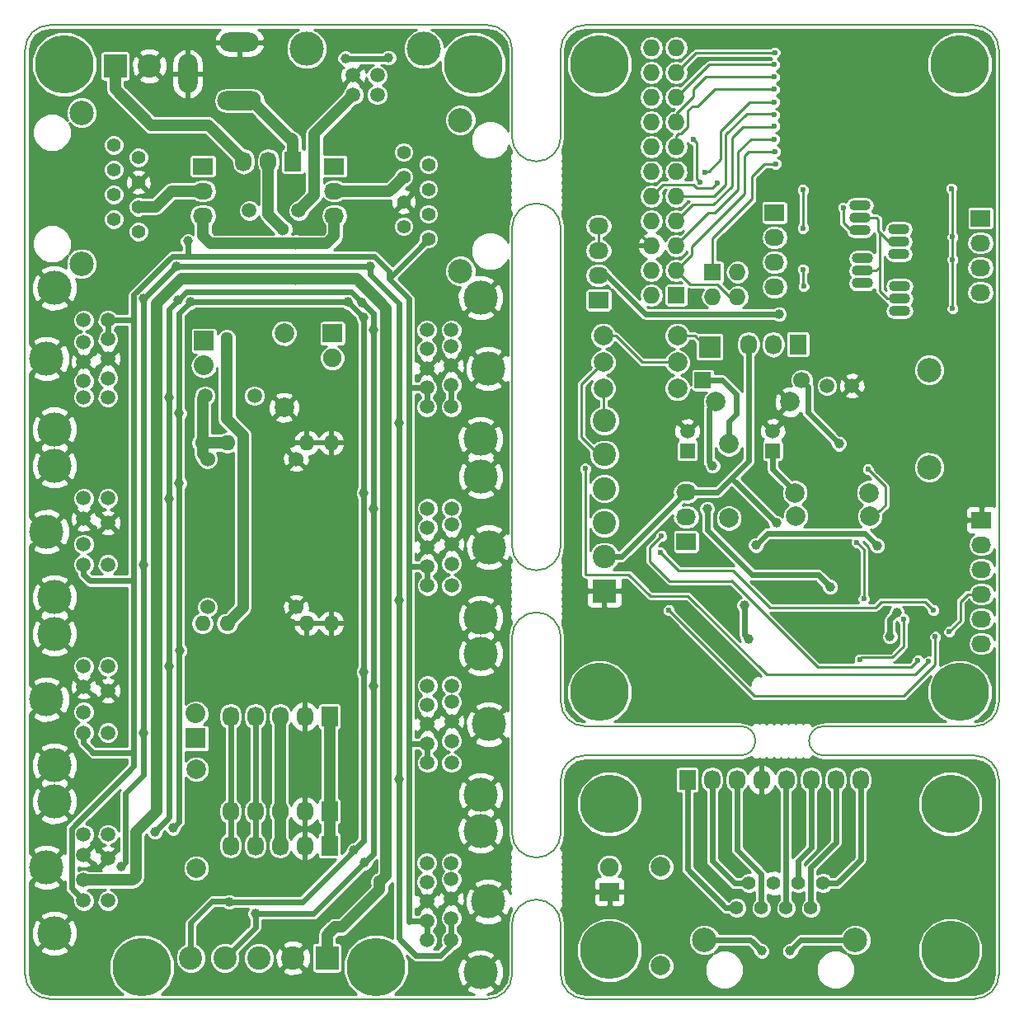
<source format=gbl>
G04 #@! TF.FileFunction,Copper,L2,Bot,Signal*
%FSLAX46Y46*%
G04 Gerber Fmt 4.6, Leading zero omitted, Abs format (unit mm)*
G04 Created by KiCad (PCBNEW 4.0.7-e2-6376~58~ubuntu16.04.1) date Sun Nov 19 12:47:47 2017*
%MOMM*%
%LPD*%
G01*
G04 APERTURE LIST*
%ADD10C,0.100000*%
%ADD11C,0.150000*%
%ADD12R,1.727200X1.727200*%
%ADD13O,1.727200X1.727200*%
%ADD14C,6.000000*%
%ADD15C,1.500000*%
%ADD16C,3.500000*%
%ADD17C,1.400000*%
%ADD18C,2.500000*%
%ADD19R,2.032000X1.727200*%
%ADD20O,2.032000X1.727200*%
%ADD21R,1.727200X2.032000*%
%ADD22O,1.727200X2.032000*%
%ADD23C,2.400000*%
%ADD24R,2.400000X2.400000*%
%ADD25O,1.998980X4.000500*%
%ADD26O,4.000500X1.998980*%
%ADD27O,4.500880X1.998980*%
%ADD28C,1.501140*%
%ADD29R,1.500000X1.500000*%
%ADD30C,1.699260*%
%ADD31R,1.699260X1.699260*%
%ADD32C,2.499360*%
%ADD33R,2.032000X2.032000*%
%ADD34O,2.032000X2.032000*%
%ADD35C,1.998980*%
%ADD36C,3.500120*%
%ADD37R,2.000000X1.900000*%
%ADD38C,1.900000*%
%ADD39O,2.200000X1.100000*%
%ADD40R,2.235200X2.235200*%
%ADD41O,1.600000X1.600000*%
%ADD42C,1.524000*%
%ADD43C,1.000000*%
%ADD44C,1.300000*%
%ADD45C,0.600000*%
%ADD46C,0.600000*%
%ADD47C,1.200000*%
%ADD48C,0.250000*%
%ADD49C,0.254000*%
G04 APERTURE END LIST*
D10*
D11*
X167000000Y-126500000D02*
X167000000Y-146500000D01*
X167000000Y-118500000D02*
X167000000Y-51500000D01*
X122000000Y-112500000D02*
X122000000Y-118500000D01*
X122000000Y-126500000D02*
X122000000Y-132000000D01*
X117000000Y-69800000D02*
X117000000Y-102500000D01*
X122000000Y-102500000D02*
X122000000Y-69800000D01*
X117000000Y-112500000D02*
X117000000Y-111800000D01*
X122000000Y-112500000D02*
X122000000Y-111800000D01*
X117000000Y-146500000D02*
X117000000Y-141300000D01*
X122000000Y-141300000D02*
X122000000Y-146500000D01*
X117000000Y-129500000D02*
X117000000Y-132000000D01*
X117000000Y-112500000D02*
X117000000Y-129500000D01*
X117000000Y-102500000D02*
G75*
G03X119500000Y-105000000I2500000J0D01*
G01*
X119500000Y-105000000D02*
G75*
G03X122000000Y-102500000I0J2500000D01*
G01*
X119500000Y-109300000D02*
G75*
G03X117000000Y-111800000I0J-2500000D01*
G01*
X122000000Y-111800000D02*
G75*
G03X119500000Y-109300000I-2500000J0D01*
G01*
X149000000Y-124000000D02*
X164500000Y-124000000D01*
X167000000Y-126500000D02*
G75*
G03X164500000Y-124000000I-2500000J0D01*
G01*
X149000000Y-121000000D02*
X164500000Y-121000000D01*
X124500000Y-124000000D02*
X140500000Y-124000000D01*
X124500000Y-121000000D02*
X140500000Y-121000000D01*
X164500000Y-121000000D02*
G75*
G03X167000000Y-118500000I0J2500000D01*
G01*
X147500000Y-122500000D02*
G75*
G03X149000000Y-124000000I1500000J0D01*
G01*
X149000000Y-121000000D02*
G75*
G03X147500000Y-122500000I0J-1500000D01*
G01*
X140500000Y-124000000D02*
G75*
G03X142000000Y-122500000I0J1500000D01*
G01*
X142000000Y-122500000D02*
G75*
G03X140500000Y-121000000I-1500000J0D01*
G01*
X122000000Y-118500000D02*
G75*
G03X124500000Y-121000000I2500000J0D01*
G01*
X124500000Y-124000000D02*
G75*
G03X122000000Y-126500000I0J-2500000D01*
G01*
X119500000Y-67300000D02*
G75*
G03X117000000Y-69800000I0J-2500000D01*
G01*
X122000000Y-69800000D02*
G75*
G03X119500000Y-67300000I-2500000J0D01*
G01*
X117000000Y-132000000D02*
G75*
G03X119500000Y-134500000I2500000J0D01*
G01*
X119500000Y-134500000D02*
G75*
G03X122000000Y-132000000I0J2500000D01*
G01*
X122000000Y-60500000D02*
X122000000Y-51500000D01*
X119500000Y-63000000D02*
G75*
G03X122000000Y-60500000I0J2500000D01*
G01*
X117000000Y-60500000D02*
G75*
G03X119500000Y-63000000I2500000J0D01*
G01*
X124500000Y-49000000D02*
G75*
G03X122000000Y-51500000I0J-2500000D01*
G01*
X119500000Y-138800000D02*
G75*
G03X117000000Y-141300000I0J-2500000D01*
G01*
X122000000Y-141300000D02*
G75*
G03X119500000Y-138800000I-2500000J0D01*
G01*
X117000000Y-51500000D02*
X117000000Y-60500000D01*
X124500000Y-49000000D02*
X164500000Y-49000000D01*
X124500000Y-149000000D02*
X164500000Y-149000000D01*
X122000000Y-146500000D02*
G75*
G03X124500000Y-149000000I2500000J0D01*
G01*
X117000000Y-51500000D02*
G75*
G03X114500000Y-49000000I-2500000J0D01*
G01*
X114500000Y-149000000D02*
G75*
G03X117000000Y-146500000I0J2500000D01*
G01*
X67000000Y-146500000D02*
G75*
G03X69500000Y-149000000I2500000J0D01*
G01*
X164500000Y-149000000D02*
G75*
G03X167000000Y-146500000I0J2500000D01*
G01*
X69500000Y-49000000D02*
G75*
G03X67000000Y-51500000I0J-2500000D01*
G01*
X167000000Y-51500000D02*
G75*
G03X164500000Y-49000000I-2500000J0D01*
G01*
X67000000Y-146500000D02*
X67000000Y-51500000D01*
X69500000Y-149000000D02*
X114500000Y-149000000D01*
X69500000Y-49000000D02*
X114500000Y-49000000D01*
D12*
X133858000Y-76733400D03*
D13*
X131318000Y-76733400D03*
X133858000Y-74193400D03*
X131318000Y-74193400D03*
X133858000Y-71653400D03*
X131318000Y-71653400D03*
X133858000Y-69113400D03*
X131318000Y-69113400D03*
X133858000Y-66573400D03*
X131318000Y-66573400D03*
X133858000Y-64033400D03*
X131318000Y-64033400D03*
X133858000Y-61493400D03*
X131318000Y-61493400D03*
X133858000Y-58953400D03*
X131318000Y-58953400D03*
X133858000Y-56413400D03*
X131318000Y-56413400D03*
X133858000Y-53873400D03*
X131318000Y-53873400D03*
X133858000Y-51333400D03*
X131318000Y-51333400D03*
D14*
X162000000Y-129000000D03*
X163000000Y-117500000D03*
X126000000Y-53000000D03*
X163000000Y-53000000D03*
X126000000Y-117500000D03*
X162000000Y-144000000D03*
X127000000Y-129000000D03*
X127000000Y-144000000D03*
X103000000Y-145750000D03*
X113000000Y-53000000D03*
X79000000Y-145750000D03*
D15*
X110750000Y-136700000D03*
X110750000Y-138700000D03*
X110750000Y-140700000D03*
X110750000Y-135050000D03*
X108250000Y-137000000D03*
X108250000Y-139000000D03*
X110750000Y-142950000D03*
X108250000Y-135050000D03*
X108250000Y-141000000D03*
X108250000Y-142950000D03*
D16*
X113750000Y-146250000D03*
X114550000Y-139000000D03*
X113750000Y-131750000D03*
D15*
X110800000Y-118500000D03*
X110800000Y-120500000D03*
X110800000Y-122500000D03*
X110800000Y-116850000D03*
X108300000Y-118800000D03*
X108300000Y-120800000D03*
X110800000Y-124750000D03*
X108300000Y-116850000D03*
X108300000Y-122800000D03*
X108300000Y-124750000D03*
D16*
X113800000Y-128050000D03*
X114600000Y-120800000D03*
X113800000Y-113550000D03*
D15*
X110800000Y-100300000D03*
X110800000Y-102300000D03*
X110800000Y-104300000D03*
X110800000Y-98650000D03*
X108300000Y-100600000D03*
X108300000Y-102600000D03*
X110800000Y-106550000D03*
X108300000Y-98650000D03*
X108300000Y-104600000D03*
X108300000Y-106550000D03*
D16*
X113800000Y-109850000D03*
X114600000Y-102600000D03*
X113800000Y-95350000D03*
D15*
X110750000Y-81950000D03*
X110750000Y-83950000D03*
X110750000Y-85950000D03*
X110750000Y-80300000D03*
X108250000Y-82250000D03*
X108250000Y-84250000D03*
X110750000Y-88200000D03*
X108250000Y-80300000D03*
X108250000Y-86250000D03*
X108250000Y-88200000D03*
D16*
X113750000Y-91500000D03*
X114550000Y-84250000D03*
X113750000Y-77000000D03*
D15*
X73000000Y-85550000D03*
X73000000Y-83550000D03*
X73000000Y-81550000D03*
X73000000Y-87200000D03*
X75500000Y-85250000D03*
X75500000Y-83250000D03*
X73000000Y-79300000D03*
X75500000Y-87200000D03*
X75500000Y-81250000D03*
X75500000Y-79300000D03*
D16*
X70000000Y-76000000D03*
X69200000Y-83250000D03*
X70000000Y-90500000D03*
D15*
X73000000Y-119550000D03*
X73000000Y-116950000D03*
X73000000Y-121650000D03*
X73000000Y-114850000D03*
X75500000Y-121650000D03*
X75500000Y-117350000D03*
X75500000Y-114850000D03*
D16*
X70000000Y-111500000D03*
X69200000Y-118250000D03*
X70000000Y-125000000D03*
D15*
X73000000Y-136800000D03*
X73000000Y-134200000D03*
X73000000Y-138900000D03*
X73000000Y-132100000D03*
X75500000Y-138900000D03*
X75500000Y-134600000D03*
X75500000Y-132100000D03*
D16*
X70000000Y-128750000D03*
X69200000Y-135500000D03*
X70000000Y-142250000D03*
D17*
X76090000Y-63845000D03*
X76090000Y-61305000D03*
X78630000Y-62575000D03*
X78630000Y-65115000D03*
X76090000Y-66385000D03*
X78630000Y-67655000D03*
X76090000Y-68925000D03*
X78630000Y-70195000D03*
D18*
X72800000Y-58000000D03*
X72800000Y-73500000D03*
D17*
X108410000Y-68405000D03*
X108410000Y-70945000D03*
X105870000Y-69675000D03*
X105870000Y-67135000D03*
X108410000Y-65865000D03*
X105870000Y-64595000D03*
X108410000Y-63325000D03*
X105870000Y-62055000D03*
D18*
X111700000Y-74250000D03*
X111700000Y-58750000D03*
D19*
X85250000Y-63500000D03*
D20*
X85250000Y-66040000D03*
X85250000Y-68580000D03*
D19*
X98750000Y-63500000D03*
D20*
X98750000Y-66040000D03*
X98750000Y-68580000D03*
D14*
X71000000Y-53000000D03*
D21*
X98250000Y-133250000D03*
D22*
X95710000Y-133250000D03*
X93170000Y-133250000D03*
X90630000Y-133250000D03*
X88090000Y-133250000D03*
D23*
X94500000Y-144800000D03*
D24*
X98000000Y-144800000D03*
D23*
X91000000Y-144800000D03*
X87500000Y-144800000D03*
X84000000Y-144800000D03*
D25*
X83699020Y-54000120D03*
D26*
X89000000Y-50748920D03*
D27*
X89000000Y-56750940D03*
D17*
X142595000Y-139660000D03*
X140055000Y-139660000D03*
X141325000Y-137120000D03*
X143865000Y-137120000D03*
X145135000Y-139660000D03*
X146405000Y-137120000D03*
X147675000Y-139660000D03*
X148945000Y-137120000D03*
D18*
X136750000Y-142950000D03*
X152250000Y-142950000D03*
D21*
X135000000Y-126500000D03*
D22*
X137540000Y-126500000D03*
X140080000Y-126500000D03*
X142620000Y-126500000D03*
X145160000Y-126500000D03*
X147700000Y-126500000D03*
X150240000Y-126500000D03*
X152780000Y-126500000D03*
D21*
X98250000Y-129750000D03*
D22*
X95710000Y-129750000D03*
X93170000Y-129750000D03*
X90630000Y-129750000D03*
X88090000Y-129750000D03*
D21*
X98250000Y-120000000D03*
D22*
X95710000Y-120000000D03*
X93170000Y-120000000D03*
X90630000Y-120000000D03*
X88090000Y-120000000D03*
D23*
X79750000Y-53200000D03*
D24*
X76250000Y-53200000D03*
D21*
X94500000Y-63000000D03*
D22*
X91960000Y-63000000D03*
X89420000Y-63000000D03*
D28*
X149352000Y-86042500D03*
X151892000Y-86042500D03*
D29*
X143764000Y-92694000D03*
D15*
X143764000Y-90694000D03*
D29*
X135001000Y-92694000D03*
D15*
X135001000Y-90694000D03*
D30*
X146749020Y-85468460D03*
D31*
X136589020Y-85468460D03*
D15*
X73000000Y-102300000D03*
X73000000Y-99700000D03*
X73000000Y-104400000D03*
X73000000Y-97600000D03*
X75500000Y-104400000D03*
X75500000Y-100100000D03*
X75500000Y-97600000D03*
D16*
X70000000Y-94250000D03*
X69200000Y-101000000D03*
X70000000Y-107750000D03*
D32*
X159829500Y-84406740D03*
X159829500Y-94409260D03*
D19*
X165201600Y-99822000D03*
D20*
X165201600Y-102362000D03*
X165201600Y-104902000D03*
X165201600Y-107442000D03*
X165201600Y-109982000D03*
X165201600Y-112522000D03*
D23*
X126480800Y-103598800D03*
D24*
X126480800Y-107098800D03*
D23*
X126480800Y-100098800D03*
X126480800Y-96598800D03*
X126480800Y-93098800D03*
X126480800Y-89598800D03*
D33*
X84518500Y-122237500D03*
D34*
X84518500Y-119697500D03*
D35*
X153733500Y-99441000D03*
X146113500Y-99441000D03*
X137922000Y-87693500D03*
X145542000Y-87693500D03*
X139255500Y-99631500D03*
X139255500Y-92011500D03*
X146050000Y-97028000D03*
X153670000Y-97028000D03*
X93599000Y-80645000D03*
X93599000Y-88265000D03*
D28*
X90017600Y-68046600D03*
X95097600Y-68046600D03*
X90551000Y-87058500D03*
X85471000Y-87058500D03*
D35*
X84582000Y-135572500D03*
X84582000Y-125412500D03*
D28*
X103162100Y-54152800D03*
X100672900Y-54152800D03*
X100672900Y-56159400D03*
X103162100Y-56159400D03*
D36*
X107937300Y-51435000D03*
X95897700Y-51435000D03*
D37*
X127000000Y-138000000D03*
D38*
X127000000Y-135460000D03*
D35*
X132270500Y-135445500D03*
X132270500Y-145605500D03*
D21*
X146367500Y-81788000D03*
D22*
X143827500Y-81788000D03*
X141287500Y-81788000D03*
D19*
X125882400Y-77241400D03*
D20*
X125882400Y-74701400D03*
X125882400Y-72161400D03*
X125882400Y-69621400D03*
D19*
X134874000Y-102044500D03*
D20*
X134874000Y-99504500D03*
X134874000Y-96964500D03*
D39*
X152717500Y-67500500D03*
X152717500Y-68770500D03*
X152717500Y-70040500D03*
X156718000Y-69977000D03*
X156718000Y-71247000D03*
X156718000Y-72517000D03*
X152971500Y-72961500D03*
X152971500Y-74231500D03*
X152971500Y-75501500D03*
X156781500Y-75819000D03*
X156781500Y-77089000D03*
X156781500Y-78359000D03*
D12*
X137604500Y-74358500D03*
D13*
X140144500Y-74358500D03*
X137604500Y-76898500D03*
X140144500Y-76898500D03*
D40*
X137287000Y-82042000D03*
D35*
X133985000Y-80899000D03*
X126365000Y-80899000D03*
X133985000Y-83629500D03*
X126365000Y-83629500D03*
X126365000Y-86296500D03*
X133985000Y-86296500D03*
D19*
X143954500Y-68262500D03*
D20*
X143954500Y-70802500D03*
X143954500Y-73342500D03*
X143954500Y-75882500D03*
D19*
X165100000Y-68834000D03*
D20*
X165100000Y-71374000D03*
X165100000Y-73914000D03*
X165100000Y-76454000D03*
D41*
X85217000Y-91884500D03*
X87757000Y-91884500D03*
X95885000Y-91884500D03*
X98425000Y-91884500D03*
X85217000Y-110426500D03*
X87757000Y-110426500D03*
X95885000Y-110426500D03*
X98425000Y-110426500D03*
D42*
X94821000Y-93555500D03*
X94821000Y-108755500D03*
X85721000Y-93555500D03*
X85721000Y-108755500D03*
D37*
X98552000Y-80645000D03*
D38*
X98552000Y-83185000D03*
D33*
X85344000Y-81407000D03*
D34*
X85344000Y-83947000D03*
D43*
X79168543Y-121702067D03*
X79184500Y-104394000D03*
X82502490Y-73771011D03*
X102396820Y-73771011D03*
X76885800Y-135407400D03*
X79168512Y-77104989D03*
X105378478Y-89890600D03*
X105378478Y-108051600D03*
X105378478Y-126428500D03*
X82867500Y-113220500D03*
X83977282Y-77422490D03*
X100152482Y-77422490D03*
X82169000Y-131445000D03*
X82802499Y-96037400D03*
X82802499Y-88874600D03*
X101757011Y-79027019D03*
X101757011Y-97053400D03*
X101757011Y-115443000D03*
X100780980Y-133731000D03*
X87990000Y-139050000D03*
X82686692Y-77266800D03*
X101614221Y-77470000D03*
X81802488Y-114858800D03*
X80314800Y-131826000D03*
X81802488Y-97612200D03*
X81802488Y-87198200D03*
X102757022Y-80314800D03*
X102757022Y-98628200D03*
X102757022Y-116840000D03*
X90630000Y-140250020D03*
X101877980Y-135001000D03*
X83693000Y-71183500D03*
D44*
X87706200Y-81127600D03*
X93489654Y-69987480D03*
D43*
X145542000Y-144081500D03*
X142621000Y-144081500D03*
X104317800Y-52349400D03*
X99872800Y-52400200D03*
D45*
X158496000Y-105219500D03*
X160147000Y-110680500D03*
X135205403Y-63809979D03*
X128143000Y-64960500D03*
X128016000Y-67310000D03*
X128206500Y-63182500D03*
X147510500Y-112395000D03*
X148272500Y-111315500D03*
X156908500Y-105346500D03*
X153797000Y-105346500D03*
X152019000Y-106235500D03*
X149352000Y-108140500D03*
X150812500Y-108140500D03*
D43*
X150571200Y-91998800D03*
X141287500Y-112014000D03*
X140843000Y-108585000D03*
D45*
X160274000Y-109093000D03*
X132207000Y-103124000D03*
X132334000Y-101473000D03*
X158686500Y-114236500D03*
X161899600Y-111302800D03*
X160464500Y-111823500D03*
X133096000Y-109093000D03*
X124523500Y-94551500D03*
X159766000Y-114363500D03*
X152400000Y-102108000D03*
X153111200Y-107899200D03*
D43*
X137604500Y-94234000D03*
D45*
X152704800Y-114147600D03*
X157226000Y-110032800D03*
D43*
X144145000Y-100139500D03*
D44*
X80502477Y-85242400D03*
X94805500Y-75071022D03*
X94805500Y-71437500D03*
X80502477Y-119583200D03*
X80502477Y-102311200D03*
X104057033Y-82245200D03*
X104057033Y-100609400D03*
X104057033Y-118745000D03*
X103378000Y-136969500D03*
D45*
X144081500Y-63246000D03*
X144018000Y-61976000D03*
X143954500Y-60706000D03*
X143954500Y-59372500D03*
X136304339Y-65112573D03*
X135646626Y-60747883D03*
X143954500Y-58229500D03*
X138112500Y-65214500D03*
X136842500Y-64135000D03*
X143954500Y-56896000D03*
X143916400Y-55600600D03*
X143916400Y-54330600D03*
X143941800Y-53060600D03*
X143967200Y-51816000D03*
D43*
X149669500Y-106680000D03*
X137033000Y-98679000D03*
X155803600Y-111760000D03*
X156514800Y-109321600D03*
X142036800Y-102412800D03*
X154482800Y-102463600D03*
D45*
X162242500Y-73088500D03*
X162242500Y-78105000D03*
X162242500Y-70739000D03*
X162115500Y-65786000D03*
D43*
X144399000Y-78676500D03*
D45*
X146875500Y-65913000D03*
X146875500Y-69850000D03*
X146939000Y-75819000D03*
X146875500Y-74104500D03*
X153543000Y-94615000D03*
X151003000Y-67754500D03*
D46*
X110750000Y-85950000D02*
X110750000Y-88200000D01*
X110750000Y-142950000D02*
X110750000Y-140700000D01*
X105378478Y-142779978D02*
X107124500Y-144526000D01*
X105378478Y-126428500D02*
X105378478Y-142779978D01*
X109664500Y-144526000D02*
X110750000Y-143440500D01*
X107124500Y-144526000D02*
X109664500Y-144526000D01*
X110750000Y-143440500D02*
X110750000Y-142950000D01*
X79168543Y-121702067D02*
X79168543Y-104409957D01*
X79168543Y-104409957D02*
X79184500Y-104394000D01*
X79168512Y-77104989D02*
X79168512Y-104378012D01*
X79168512Y-104378012D02*
X79184500Y-104394000D01*
X79184500Y-104394000D02*
X79168511Y-104394000D01*
X79168511Y-104394000D02*
X79184500Y-104394000D01*
X101689714Y-73771011D02*
X102396820Y-73771011D01*
X102396820Y-74478117D02*
X102396820Y-73771011D01*
X102396820Y-74575613D02*
X102396820Y-74478117D01*
X105378478Y-77557271D02*
X102396820Y-74575613D01*
X82502490Y-73771011D02*
X101689714Y-73771011D01*
X105378478Y-89890600D02*
X105378478Y-77557271D01*
X79168512Y-77104989D02*
X82502490Y-73771011D01*
X79168511Y-125999989D02*
X79168543Y-121702067D01*
X78295500Y-126873000D02*
X79168511Y-125999989D01*
X78295500Y-126885700D02*
X77266800Y-127914400D01*
X78295500Y-126873000D02*
X78295500Y-126885700D01*
X77266800Y-135026400D02*
X76885800Y-135407400D01*
X77266800Y-127914400D02*
X77266800Y-135026400D01*
X105378478Y-89890600D02*
X105378478Y-108051600D01*
X105378478Y-108051600D02*
X105378478Y-126428500D01*
X82802499Y-113155499D02*
X82802499Y-113131600D01*
X82867500Y-113220500D02*
X82802499Y-113155499D01*
X82802499Y-96037400D02*
X82802499Y-113131600D01*
X82802499Y-113131600D02*
X82802499Y-129795501D01*
X82802499Y-129795501D02*
X82802499Y-130811501D01*
X82802499Y-130811501D02*
X82169000Y-131445000D01*
X82802499Y-78597273D02*
X82802499Y-96037400D01*
X101757011Y-115443000D02*
X101757011Y-97053400D01*
X101757011Y-97053400D02*
X101757011Y-79027019D01*
X101757011Y-132754969D02*
X101757011Y-115443000D01*
X83977282Y-77422490D02*
X82802499Y-78597273D01*
X100152482Y-77422490D02*
X83977282Y-77422490D01*
X101757011Y-79027019D02*
X100152482Y-77422490D01*
X100780980Y-133731000D02*
X101757011Y-132754969D01*
X100280981Y-134230999D02*
X100780980Y-133731000D01*
X95461980Y-139050000D02*
X100280981Y-134230999D01*
X87990000Y-139050000D02*
X95461980Y-139050000D01*
X87990000Y-139050000D02*
X87990000Y-139000000D01*
X87990000Y-139000000D02*
X87990000Y-139050000D01*
X87990000Y-139050000D02*
X87990000Y-139000000D01*
X84000000Y-144800000D02*
X84000000Y-141200000D01*
X86200000Y-139000000D02*
X87990000Y-139000000D01*
X84000000Y-141200000D02*
X86200000Y-139000000D01*
X88090000Y-129750000D02*
X88090000Y-120000000D01*
X88090000Y-133250000D02*
X88090000Y-129750000D01*
X83582459Y-76371033D02*
X82686692Y-77266800D01*
X82686692Y-77266800D02*
X81802488Y-78151004D01*
X102757022Y-78612801D02*
X101614221Y-77470000D01*
X101614221Y-77470000D02*
X100515254Y-76371033D01*
X81802488Y-87198200D02*
X81802488Y-114858800D01*
X81802488Y-114858800D02*
X81802488Y-128636512D01*
X81802488Y-128636512D02*
X81802488Y-130338312D01*
X81802488Y-130338312D02*
X80314800Y-131826000D01*
X81802488Y-78151004D02*
X81802488Y-87198200D01*
X102757022Y-134121958D02*
X102757022Y-80314800D01*
X102757022Y-80314800D02*
X102757022Y-78612801D01*
X101877980Y-135001000D02*
X102757022Y-134121958D01*
X100515254Y-76371033D02*
X83582459Y-76371033D01*
X90630000Y-140957126D02*
X90630000Y-140250020D01*
X101877980Y-135001000D02*
X96628960Y-140250020D01*
X96628960Y-140250020D02*
X91337106Y-140250020D01*
X90630000Y-141670000D02*
X90630000Y-140957126D01*
X91337106Y-140250020D02*
X90630000Y-140250020D01*
X87500000Y-144800000D02*
X90630000Y-141670000D01*
X90630000Y-129750000D02*
X90630000Y-120000000D01*
X90630000Y-133250000D02*
X90630000Y-129750000D01*
X108250000Y-141000000D02*
X108250000Y-142950000D01*
X108250000Y-141000000D02*
X106456978Y-141000000D01*
X106456978Y-141000000D02*
X106378489Y-141078489D01*
X83693000Y-72771000D02*
X83693000Y-71183500D01*
X78168501Y-76690772D02*
X78168501Y-79273400D01*
X82088273Y-72771000D02*
X78168501Y-76690772D01*
X104343200Y-74237389D02*
X102876811Y-72771000D01*
X104343200Y-75069700D02*
X104343200Y-74237389D01*
X102876811Y-72771000D02*
X83693000Y-72771000D01*
X83693000Y-72771000D02*
X82088273Y-72771000D01*
X106378489Y-77104989D02*
X104343200Y-75069700D01*
X108410000Y-70945000D02*
X107710001Y-71644999D01*
X107710001Y-71644999D02*
X107710001Y-71702899D01*
X107710001Y-71702899D02*
X104343200Y-75069700D01*
X73000000Y-121650000D02*
X73000000Y-122710660D01*
X73000000Y-122710660D02*
X73939400Y-123650060D01*
X73939400Y-123650060D02*
X73939400Y-123698000D01*
X75048000Y-123698000D02*
X73939400Y-123698000D01*
X78168501Y-123698000D02*
X78168501Y-120332500D01*
X78168501Y-125107699D02*
X78168501Y-123698000D01*
X78168501Y-123698000D02*
X75048000Y-123698000D01*
X71749999Y-131526201D02*
X78168501Y-125107699D01*
X73000000Y-138900000D02*
X71749999Y-137649999D01*
X71749999Y-137649999D02*
X71749999Y-131526201D01*
X78168501Y-79273400D02*
X78168501Y-106070400D01*
X78168501Y-106070400D02*
X78168501Y-120332500D01*
X73000000Y-104400000D02*
X73000000Y-105460660D01*
X73000000Y-105460660D02*
X73609740Y-106070400D01*
X73609740Y-106070400D02*
X78168501Y-106070400D01*
X75500000Y-79300000D02*
X75500000Y-81250000D01*
X75500000Y-79300000D02*
X78141901Y-79300000D01*
X78141901Y-79300000D02*
X78168501Y-79273400D01*
X108250000Y-86250000D02*
X108250000Y-88200000D01*
X106378489Y-104571800D02*
X106378489Y-86258400D01*
X106378489Y-86258400D02*
X106378489Y-77104989D01*
X107189340Y-86250000D02*
X107180940Y-86258400D01*
X108250000Y-86250000D02*
X107189340Y-86250000D01*
X107180940Y-86258400D02*
X106378489Y-86258400D01*
X108300000Y-104600000D02*
X108300000Y-106550000D01*
X108300000Y-122800000D02*
X108300000Y-124750000D01*
X108300000Y-104600000D02*
X106406689Y-104600000D01*
X106406689Y-104600000D02*
X106378489Y-104571800D01*
X106378489Y-122745500D02*
X106378489Y-104571800D01*
X106378489Y-141078489D02*
X106378489Y-122745500D01*
X108300000Y-122800000D02*
X106432989Y-122800000D01*
X106432989Y-122800000D02*
X106378489Y-122745500D01*
D47*
X82042000Y-66040000D02*
X80427000Y-67655000D01*
X80427000Y-67655000D02*
X78630000Y-67655000D01*
X85250000Y-66040000D02*
X82042000Y-66040000D01*
X105870000Y-64595000D02*
X104425000Y-66040000D01*
X104425000Y-66040000D02*
X98750000Y-66040000D01*
X87757000Y-110426500D02*
X89357001Y-108826499D01*
X89357001Y-108826499D02*
X89357001Y-91116499D01*
X89357001Y-91116499D02*
X87706200Y-89465698D01*
X87706200Y-89465698D02*
X87706200Y-81127600D01*
X93170000Y-129750000D02*
X93170000Y-120000000D01*
X93170000Y-133250000D02*
X93170000Y-129750000D01*
X96672400Y-66471800D02*
X96672400Y-60159900D01*
X96672400Y-60159900D02*
X100672900Y-56159400D01*
X95097600Y-68046600D02*
X96672400Y-66471800D01*
X92839655Y-69337481D02*
X93489654Y-69987480D01*
X91960000Y-63000000D02*
X91960000Y-68457826D01*
X91960000Y-68457826D02*
X92839655Y-69337481D01*
X85217000Y-91884500D02*
X85217000Y-93051500D01*
X85217000Y-93051500D02*
X85721000Y-93555500D01*
X85217000Y-91884500D02*
X87757000Y-91884500D01*
X85217000Y-91884500D02*
X85217000Y-87312500D01*
X85217000Y-87312500D02*
X85471000Y-87058500D01*
D46*
X142595000Y-139660000D02*
X142595000Y-136195000D01*
X140080000Y-133680000D02*
X140080000Y-126500000D01*
X142595000Y-136195000D02*
X140080000Y-133680000D01*
X140055000Y-139660000D02*
X138960000Y-139660000D01*
X135000000Y-135700000D02*
X135000000Y-126500000D01*
X138960000Y-139660000D02*
X135000000Y-135700000D01*
X141325000Y-137120000D02*
X139820000Y-137120000D01*
X137540000Y-134840000D02*
X137540000Y-126500000D01*
X139820000Y-137120000D02*
X137540000Y-134840000D01*
X145135000Y-139660000D02*
X145135000Y-126525000D01*
X145135000Y-126525000D02*
X145160000Y-126500000D01*
X146405000Y-137120000D02*
X146405000Y-134795000D01*
X147700000Y-133500000D02*
X147700000Y-126500000D01*
X146405000Y-134795000D02*
X147700000Y-133500000D01*
X150240000Y-126500000D02*
X150240000Y-132960000D01*
X147675000Y-135525000D02*
X147675000Y-139660000D01*
X150240000Y-132960000D02*
X147675000Y-135525000D01*
X148945000Y-137120000D02*
X150380000Y-137120000D01*
X152780000Y-134720000D02*
X152780000Y-126500000D01*
X150380000Y-137120000D02*
X152780000Y-134720000D01*
X136750000Y-142950000D02*
X141489500Y-142950000D01*
X146673500Y-142950000D02*
X152250000Y-142950000D01*
X145542000Y-144081500D02*
X146673500Y-142950000D01*
X141489500Y-142950000D02*
X142621000Y-144081500D01*
D47*
X79933600Y-59283600D02*
X85856000Y-59283600D01*
X85856000Y-59283600D02*
X89420000Y-62847600D01*
X89420000Y-62847600D02*
X89420000Y-63000000D01*
X76250000Y-53200000D02*
X76250000Y-55600000D01*
X76250000Y-55600000D02*
X79933600Y-59283600D01*
D46*
X99872800Y-52400200D02*
X104267000Y-52400200D01*
X104267000Y-52400200D02*
X104317800Y-52349400D01*
D48*
X161099500Y-107823000D02*
X158496000Y-105219500D01*
X161099500Y-109728000D02*
X161099500Y-107823000D01*
X160147000Y-110680500D02*
X161099500Y-109728000D01*
X128206500Y-63182500D02*
X128544201Y-62844799D01*
X128544201Y-62844799D02*
X134664487Y-62844799D01*
X134664487Y-62844799D02*
X135205403Y-63385715D01*
X135205403Y-63385715D02*
X135205403Y-63809979D01*
X128143000Y-64960500D02*
X128143000Y-63246000D01*
X128143000Y-63246000D02*
X128206500Y-63182500D01*
X131318000Y-71653400D02*
X128016000Y-68351400D01*
X128016000Y-68351400D02*
X128016000Y-67310000D01*
X147510500Y-112395000D02*
X148272500Y-111633000D01*
X148272500Y-111633000D02*
X148272500Y-111315500D01*
X156908500Y-105346500D02*
X153797000Y-105346500D01*
X152019000Y-106235500D02*
X150812500Y-107442000D01*
X150812500Y-107442000D02*
X150812500Y-108140500D01*
X150812500Y-108140500D02*
X149352000Y-108140500D01*
D46*
X147370800Y-86090240D02*
X146749020Y-85468460D01*
X147370800Y-88798400D02*
X147370800Y-86090240D01*
X150571200Y-91998800D02*
X147370800Y-88798400D01*
X141287500Y-112014000D02*
X140906500Y-111633000D01*
X140906500Y-111633000D02*
X140906500Y-108648500D01*
X140906500Y-108648500D02*
X140843000Y-108585000D01*
D48*
X150812500Y-108839000D02*
X143510000Y-108839000D01*
X160274000Y-109093000D02*
X159385000Y-108204000D01*
X159385000Y-108204000D02*
X154940000Y-108204000D01*
X154940000Y-108204000D02*
X154305000Y-108839000D01*
X154305000Y-108839000D02*
X150812500Y-108839000D01*
X134112000Y-105029000D02*
X132207000Y-103124000D01*
X139700000Y-105029000D02*
X134112000Y-105029000D01*
X143510000Y-108839000D02*
X139700000Y-105029000D01*
X139573000Y-106108500D02*
X133159500Y-106108500D01*
X131127500Y-102679500D02*
X132334000Y-101473000D01*
X131127500Y-104076500D02*
X131127500Y-102679500D01*
X133159500Y-106108500D02*
X131127500Y-104076500D01*
X148399500Y-114935000D02*
X139573000Y-106108500D01*
X139573000Y-106108500D02*
X139509500Y-106045000D01*
X157988000Y-114935000D02*
X148399500Y-114935000D01*
X158686500Y-114236500D02*
X157988000Y-114935000D01*
X163779200Y-107442000D02*
X165201600Y-107442000D01*
X163017200Y-108204000D02*
X163779200Y-107442000D01*
X163017200Y-110185200D02*
X163017200Y-108204000D01*
X161899600Y-111302800D02*
X163017200Y-110185200D01*
X149161500Y-117919500D02*
X157226000Y-117919500D01*
X160464500Y-114681000D02*
X160464500Y-111823500D01*
X157226000Y-117919500D02*
X160464500Y-114681000D01*
X141922500Y-117919500D02*
X149161500Y-117919500D01*
X149161500Y-117919500D02*
X149225000Y-117919500D01*
X133096000Y-109093000D02*
X141922500Y-117919500D01*
X126480800Y-93098800D02*
X125864800Y-93098800D01*
X125864800Y-93098800D02*
X124079000Y-91313000D01*
X124079000Y-91313000D02*
X124079000Y-85915500D01*
X124079000Y-85915500D02*
X126365000Y-83629500D01*
X124523500Y-105410000D02*
X124523500Y-94551500D01*
X131191000Y-107632500D02*
X128968500Y-105410000D01*
X128968500Y-105410000D02*
X124523500Y-105410000D01*
X152209500Y-115697000D02*
X143129000Y-115697000D01*
X143129000Y-115697000D02*
X135064500Y-107632500D01*
X135064500Y-107632500D02*
X131191000Y-107632500D01*
X158432500Y-115697000D02*
X152209500Y-115697000D01*
X152209500Y-115697000D02*
X152082500Y-115697000D01*
X159766000Y-114363500D02*
X158432500Y-115697000D01*
X126365000Y-86296500D02*
X126365000Y-89483000D01*
X126365000Y-89483000D02*
X126480800Y-89598800D01*
X152400000Y-102108000D02*
X153111200Y-102819200D01*
X153111200Y-102819200D02*
X153111200Y-107899200D01*
D46*
X137223500Y-93853000D02*
X137223500Y-88392000D01*
X137604500Y-94234000D02*
X137223500Y-93853000D01*
X137223500Y-88392000D02*
X137922000Y-87693500D01*
D48*
X152704800Y-114147600D02*
X152908000Y-113944400D01*
X152908000Y-113944400D02*
X156057600Y-113944400D01*
X156057600Y-113944400D02*
X157226000Y-112776000D01*
X157226000Y-112776000D02*
X157226000Y-110032800D01*
D47*
X94180610Y-60680600D02*
X94396600Y-60680600D01*
X94396600Y-60680600D02*
X94500000Y-60784000D01*
X94500000Y-60784000D02*
X94500000Y-63000000D01*
X89000000Y-56750940D02*
X90250950Y-56750940D01*
X90250950Y-56750940D02*
X94180610Y-60680600D01*
D46*
X139636500Y-95631000D02*
X139636500Y-95440500D01*
X144145000Y-100139500D02*
X139636500Y-95631000D01*
X134874000Y-96964500D02*
X138112500Y-96964500D01*
X141287500Y-93789500D02*
X141287500Y-81788000D01*
X138112500Y-96964500D02*
X139636500Y-95440500D01*
X139636500Y-95440500D02*
X141287500Y-93789500D01*
X126480800Y-103598800D02*
X128239700Y-103598800D01*
X128239700Y-103598800D02*
X134874000Y-96964500D01*
D47*
X94805500Y-71437500D02*
X97980500Y-71437500D01*
X86043900Y-71437500D02*
X94805500Y-71437500D01*
X97980500Y-71437500D02*
X98750000Y-70668000D01*
X98750000Y-70668000D02*
X98750000Y-68580000D01*
X85250000Y-68580000D02*
X85250000Y-70643600D01*
X85250000Y-70643600D02*
X86043900Y-71437500D01*
X74060660Y-136800000D02*
X73000000Y-136800000D01*
X78366811Y-136466389D02*
X78033200Y-136800000D01*
X78033200Y-136800000D02*
X74060660Y-136800000D01*
X80502477Y-129714319D02*
X78366811Y-131849985D01*
X78366811Y-131849985D02*
X78366811Y-136466389D01*
X80502477Y-102311200D02*
X80502477Y-129714319D01*
X80502477Y-77612522D02*
X80502477Y-102311200D01*
X104057033Y-118745000D02*
X104057033Y-100609400D01*
X104057033Y-100609400D02*
X104057033Y-78074319D01*
X104057033Y-136353967D02*
X104057033Y-118745000D01*
X101053736Y-75071022D02*
X83043977Y-75071022D01*
X83043977Y-75071022D02*
X80502477Y-77612522D01*
X104057033Y-78074319D02*
X101053736Y-75071022D01*
X103378000Y-137033000D02*
X104057033Y-136353967D01*
X98250000Y-133250000D02*
X98250000Y-133097600D01*
X103441500Y-137033000D02*
X103378000Y-137033000D01*
X103378000Y-136969500D02*
X103441500Y-137033000D01*
X103378000Y-137795000D02*
X103378000Y-137033000D01*
X99568000Y-141605000D02*
X103378000Y-137795000D01*
X98795000Y-141605000D02*
X99568000Y-141605000D01*
X98000000Y-144800000D02*
X98000000Y-142400000D01*
X98000000Y-142400000D02*
X98795000Y-141605000D01*
X98250000Y-129750000D02*
X98250000Y-120000000D01*
X98250000Y-133250000D02*
X98250000Y-129750000D01*
X98902400Y-68580000D02*
X98750000Y-68580000D01*
D46*
X98000000Y-133500000D02*
X98250000Y-133250000D01*
X139255500Y-92011500D02*
X139255500Y-89687498D01*
X138554460Y-85468460D02*
X136589020Y-85468460D01*
X140017500Y-86931500D02*
X138554460Y-85468460D01*
X140017500Y-88925498D02*
X140017500Y-86931500D01*
X139255500Y-89687498D02*
X140017500Y-88925498D01*
D48*
X137604500Y-74358500D02*
X137604500Y-70929500D01*
X142938500Y-63246000D02*
X144081500Y-63246000D01*
X141668500Y-64516000D02*
X142938500Y-63246000D01*
X141668500Y-66865500D02*
X141668500Y-64516000D01*
X137604500Y-70929500D02*
X141668500Y-66865500D01*
X140144500Y-76898500D02*
X139382500Y-76898500D01*
X139382500Y-76898500D02*
X138112500Y-75628500D01*
X138112500Y-75628500D02*
X135293100Y-75628500D01*
X135293100Y-75628500D02*
X133858000Y-74193400D01*
X135445500Y-72605900D02*
X133858000Y-74193400D01*
X135445500Y-71755000D02*
X135445500Y-72605900D01*
X140843000Y-66357500D02*
X135445500Y-71755000D01*
X140843000Y-62420500D02*
X140843000Y-66357500D01*
X141287500Y-61976000D02*
X140843000Y-62420500D01*
X144018000Y-61976000D02*
X141287500Y-61976000D01*
X133858000Y-71653400D02*
X133858000Y-71564500D01*
X133858000Y-71564500D02*
X137160000Y-68262500D01*
X137160000Y-68262500D02*
X137858500Y-68262500D01*
X137858500Y-68262500D02*
X140208000Y-65913000D01*
X140208000Y-65913000D02*
X140208000Y-62039500D01*
X140208000Y-62039500D02*
X141541500Y-60706000D01*
X141541500Y-60706000D02*
X143954500Y-60706000D01*
X143954500Y-59372500D02*
X143891000Y-59436000D01*
X143891000Y-59436000D02*
X140716000Y-59436000D01*
X140716000Y-59436000D02*
X139573000Y-60579000D01*
X139573000Y-60579000D02*
X139573000Y-65532000D01*
X139573000Y-65532000D02*
X137668000Y-67437000D01*
X137668000Y-67437000D02*
X135534400Y-67437000D01*
X135534400Y-67437000D02*
X133858000Y-69113400D01*
X135946625Y-61047882D02*
X135946625Y-64754859D01*
X135646626Y-60747883D02*
X135946625Y-61047882D01*
X136004340Y-64812574D02*
X136304339Y-65112573D01*
X135946625Y-64754859D02*
X136004340Y-64812574D01*
X137769600Y-66573400D02*
X133858000Y-66573400D01*
X138938000Y-65405000D02*
X137769600Y-66573400D01*
X138938000Y-60261500D02*
X138938000Y-65405000D01*
X141097000Y-58102500D02*
X138938000Y-60261500D01*
X143827500Y-58102500D02*
X141097000Y-58102500D01*
X143954500Y-58229500D02*
X143827500Y-58102500D01*
X138112500Y-65214500D02*
X137589425Y-65737575D01*
X137589425Y-65737575D02*
X136004337Y-65737575D01*
X132181599Y-65709801D02*
X131318000Y-66573400D01*
X135641493Y-65374731D02*
X132516669Y-65374731D01*
X132516669Y-65374731D02*
X132181599Y-65709801D01*
X136004337Y-65737575D02*
X135641493Y-65374731D01*
X137198100Y-64033400D02*
X136944100Y-64033400D01*
X136944100Y-64033400D02*
X136842500Y-64135000D01*
X141351000Y-56896000D02*
X143954500Y-56896000D01*
X141351000Y-56959500D02*
X141351000Y-56896000D01*
X138430000Y-59880500D02*
X141351000Y-56959500D01*
X138430000Y-62801500D02*
X138430000Y-59880500D01*
X137198100Y-64033400D02*
X138430000Y-62801500D01*
X133858000Y-64033400D02*
X134213600Y-64033400D01*
X133858000Y-61493400D02*
X133858000Y-60388500D01*
X137795000Y-55600600D02*
X143916400Y-55600600D01*
X136074001Y-57321599D02*
X137795000Y-55600600D01*
X135527901Y-57321599D02*
X136074001Y-57321599D01*
X135064500Y-57785000D02*
X135527901Y-57321599D01*
X135064500Y-59436000D02*
X135064500Y-57785000D01*
X134366000Y-60134500D02*
X135064500Y-59436000D01*
X134112000Y-60134500D02*
X134366000Y-60134500D01*
X133858000Y-60388500D02*
X134112000Y-60134500D01*
X133858000Y-61493400D02*
X133858000Y-61087000D01*
X133858000Y-58953400D02*
X133858000Y-58115200D01*
X133858000Y-58115200D02*
X135623999Y-56349201D01*
X135623999Y-56349201D02*
X135623999Y-55561801D01*
X135623999Y-55561801D02*
X136855200Y-54330600D01*
X136855200Y-54330600D02*
X143916400Y-54330600D01*
X137236200Y-53035200D02*
X133858000Y-56413400D01*
X143916400Y-53035200D02*
X137236200Y-53035200D01*
X143941800Y-53060600D02*
X143916400Y-53035200D01*
X135890000Y-51841400D02*
X133858000Y-53873400D01*
X143941800Y-51841400D02*
X135890000Y-51841400D01*
X143967200Y-51816000D02*
X143941800Y-51841400D01*
D46*
X146050000Y-97028000D02*
X146050000Y-96926400D01*
X146050000Y-96926400D02*
X143764000Y-94640400D01*
X143764000Y-94640400D02*
X143764000Y-92694000D01*
X149669500Y-106680000D02*
X148463000Y-105473500D01*
X148463000Y-105473500D02*
X141668500Y-105473500D01*
X141668500Y-105473500D02*
X137033000Y-100838000D01*
X137033000Y-100838000D02*
X137033000Y-98679000D01*
X155803600Y-110032800D02*
X155803600Y-111760000D01*
X156514800Y-109321600D02*
X155803600Y-110032800D01*
X143256000Y-101193600D02*
X142036800Y-102412800D01*
X153212800Y-101193600D02*
X143256000Y-101193600D01*
X154482800Y-102463600D02*
X153212800Y-101193600D01*
D48*
X162242500Y-72961500D02*
X162242500Y-73088500D01*
X162242500Y-70739000D02*
X162242500Y-72961500D01*
X162242500Y-72961500D02*
X162242500Y-78105000D01*
X162242500Y-65913000D02*
X162242500Y-70739000D01*
X162115500Y-65786000D02*
X162242500Y-65913000D01*
D46*
X140843000Y-78676500D02*
X144399000Y-78676500D01*
X130683000Y-78676500D02*
X140843000Y-78676500D01*
X126707900Y-74701400D02*
X130683000Y-78676500D01*
X125882400Y-74701400D02*
X126707900Y-74701400D01*
D48*
X146875500Y-69850000D02*
X146875500Y-65913000D01*
X146939000Y-75819000D02*
X146875500Y-75755500D01*
X146875500Y-75755500D02*
X146875500Y-74104500D01*
X154749500Y-73850500D02*
X154749500Y-76327000D01*
X155511500Y-77089000D02*
X156781500Y-77089000D01*
X154749500Y-76327000D02*
X155511500Y-77089000D01*
X152971500Y-74231500D02*
X154368500Y-74231500D01*
X154749500Y-73850500D02*
X154749500Y-70294500D01*
X154368500Y-74231500D02*
X154749500Y-73850500D01*
X156718000Y-71247000D02*
X155702000Y-71247000D01*
X155702000Y-71247000D02*
X154749500Y-70294500D01*
X154749500Y-70294500D02*
X154622500Y-70167500D01*
X154622500Y-70167500D02*
X154622500Y-68961000D01*
X154622500Y-68961000D02*
X154432000Y-68770500D01*
X154432000Y-68770500D02*
X152717500Y-68770500D01*
X125882400Y-72161400D02*
X125882400Y-69621400D01*
X153733500Y-99441000D02*
X154076400Y-99441000D01*
X154076400Y-99441000D02*
X155321000Y-98361500D01*
X155321000Y-98361500D02*
X155321000Y-96393000D01*
X155321000Y-96393000D02*
X153543000Y-94615000D01*
X126365000Y-80899000D02*
X127635000Y-80899000D01*
X130365500Y-83629500D02*
X133985000Y-83629500D01*
X127635000Y-80899000D02*
X130365500Y-83629500D01*
X137287000Y-82042000D02*
X136906000Y-82042000D01*
X136906000Y-82042000D02*
X135763000Y-80899000D01*
X135763000Y-80899000D02*
X133985000Y-80899000D01*
X152717500Y-70040500D02*
X151765000Y-70040500D01*
X151765000Y-70040500D02*
X151003000Y-69278500D01*
X151003000Y-69278500D02*
X151003000Y-67754500D01*
D49*
G36*
X148172632Y-124264967D02*
X148172634Y-124264969D01*
X148337014Y-124333057D01*
X148911039Y-124447238D01*
X148955950Y-124447238D01*
X149000000Y-124456000D01*
X164455089Y-124456000D01*
X165278787Y-124619844D01*
X165939009Y-125060991D01*
X166380156Y-125721213D01*
X166544000Y-126544911D01*
X166544000Y-146455089D01*
X166380156Y-147278787D01*
X165939009Y-147939009D01*
X165278787Y-148380156D01*
X164455089Y-148544000D01*
X124544911Y-148544000D01*
X123721213Y-148380156D01*
X123060991Y-147939009D01*
X122619844Y-147278787D01*
X122456000Y-146455089D01*
X122456000Y-144669572D01*
X123618414Y-144669572D01*
X124132056Y-145912681D01*
X125082317Y-146864601D01*
X126324527Y-147380412D01*
X127669572Y-147381586D01*
X128912681Y-146867944D01*
X129864601Y-145917683D01*
X129880708Y-145878892D01*
X130889771Y-145878892D01*
X131099495Y-146386463D01*
X131487494Y-146775140D01*
X131994699Y-146985749D01*
X132543892Y-146986229D01*
X133051463Y-146776505D01*
X133440140Y-146388506D01*
X133650749Y-145881301D01*
X133651229Y-145332108D01*
X133441505Y-144824537D01*
X133053506Y-144435860D01*
X132546301Y-144225251D01*
X131997108Y-144224771D01*
X131489537Y-144434495D01*
X131100860Y-144822494D01*
X130890251Y-145329699D01*
X130889771Y-145878892D01*
X129880708Y-145878892D01*
X130380412Y-144675473D01*
X130381586Y-143330428D01*
X130357859Y-143273003D01*
X135118718Y-143273003D01*
X135366499Y-143872680D01*
X135824907Y-144331888D01*
X136424151Y-144580716D01*
X137073003Y-144581282D01*
X137574297Y-144374152D01*
X137085387Y-144862209D01*
X136779349Y-145599231D01*
X136778652Y-146397268D01*
X137083404Y-147134823D01*
X137647209Y-147699613D01*
X138384231Y-148005651D01*
X139182268Y-148006348D01*
X139919823Y-147701596D01*
X140484613Y-147137791D01*
X140790651Y-146400769D01*
X140791348Y-145602732D01*
X140486596Y-144865177D01*
X139922791Y-144300387D01*
X139185769Y-143994349D01*
X138387732Y-143993652D01*
X137748560Y-144257753D01*
X138131888Y-143875093D01*
X138233244Y-143631000D01*
X141207420Y-143631000D01*
X141739928Y-144163507D01*
X141739847Y-144255973D01*
X141873689Y-144579895D01*
X142121302Y-144827940D01*
X142444989Y-144962347D01*
X142795473Y-144962653D01*
X143119395Y-144828811D01*
X143367440Y-144581198D01*
X143501847Y-144257511D01*
X143501848Y-144255973D01*
X144660847Y-144255973D01*
X144794689Y-144579895D01*
X145042302Y-144827940D01*
X145365989Y-144962347D01*
X145716473Y-144962653D01*
X146040395Y-144828811D01*
X146288440Y-144581198D01*
X146422847Y-144257511D01*
X146422929Y-144163651D01*
X146955579Y-143631000D01*
X150766639Y-143631000D01*
X150866499Y-143872680D01*
X151251456Y-144258309D01*
X150615769Y-143994349D01*
X149817732Y-143993652D01*
X149080177Y-144298404D01*
X148515387Y-144862209D01*
X148209349Y-145599231D01*
X148208652Y-146397268D01*
X148513404Y-147134823D01*
X149077209Y-147699613D01*
X149814231Y-148005651D01*
X150612268Y-148006348D01*
X151349823Y-147701596D01*
X151914613Y-147137791D01*
X152220651Y-146400769D01*
X152221348Y-145602732D01*
X151916596Y-144865177D01*
X151721332Y-144669572D01*
X158618414Y-144669572D01*
X159132056Y-145912681D01*
X160082317Y-146864601D01*
X161324527Y-147380412D01*
X162669572Y-147381586D01*
X163912681Y-146867944D01*
X164864601Y-145917683D01*
X165380412Y-144675473D01*
X165381586Y-143330428D01*
X164867944Y-142087319D01*
X163917683Y-141135399D01*
X162675473Y-140619588D01*
X161330428Y-140618414D01*
X160087319Y-141132056D01*
X159135399Y-142082317D01*
X158619588Y-143324527D01*
X158618414Y-144669572D01*
X151721332Y-144669572D01*
X151426241Y-144373966D01*
X151924151Y-144580716D01*
X152573003Y-144581282D01*
X153172680Y-144333501D01*
X153631888Y-143875093D01*
X153880716Y-143275849D01*
X153881282Y-142626997D01*
X153633501Y-142027320D01*
X153175093Y-141568112D01*
X152575849Y-141319284D01*
X151926997Y-141318718D01*
X151327320Y-141566499D01*
X150868112Y-142024907D01*
X150766756Y-142269000D01*
X146673505Y-142269000D01*
X146673500Y-142268999D01*
X146412893Y-142320838D01*
X146191960Y-142468460D01*
X146191958Y-142468463D01*
X145459993Y-143200428D01*
X145367527Y-143200347D01*
X145043605Y-143334189D01*
X144795560Y-143581802D01*
X144661153Y-143905489D01*
X144660847Y-144255973D01*
X143501848Y-144255973D01*
X143502153Y-143907027D01*
X143368311Y-143583105D01*
X143120698Y-143335060D01*
X142797011Y-143200653D01*
X142703150Y-143200571D01*
X141971040Y-142468460D01*
X141750108Y-142320838D01*
X141489500Y-142269000D01*
X138233361Y-142269000D01*
X138133501Y-142027320D01*
X137675093Y-141568112D01*
X137075849Y-141319284D01*
X136426997Y-141318718D01*
X135827320Y-141566499D01*
X135368112Y-142024907D01*
X135119284Y-142624151D01*
X135118718Y-143273003D01*
X130357859Y-143273003D01*
X129867944Y-142087319D01*
X128917683Y-141135399D01*
X127675473Y-140619588D01*
X126330428Y-140618414D01*
X125087319Y-141132056D01*
X124135399Y-142082317D01*
X123619588Y-143324527D01*
X123618414Y-144669572D01*
X122456000Y-144669572D01*
X122456000Y-141300000D01*
X122447238Y-141255950D01*
X122447238Y-141211039D01*
X122256937Y-140254330D01*
X122188849Y-140089951D01*
X121989951Y-139792279D01*
X122006966Y-139785248D01*
X122184624Y-139607899D01*
X122280890Y-139376064D01*
X122281109Y-139125037D01*
X122188015Y-138899732D01*
X122280890Y-138676064D01*
X122281109Y-138425037D01*
X122223558Y-138285750D01*
X125365000Y-138285750D01*
X125365000Y-139076310D01*
X125461673Y-139309699D01*
X125640302Y-139488327D01*
X125873691Y-139585000D01*
X126714250Y-139585000D01*
X126873000Y-139426250D01*
X126873000Y-138127000D01*
X127127000Y-138127000D01*
X127127000Y-139426250D01*
X127285750Y-139585000D01*
X128126309Y-139585000D01*
X128359698Y-139488327D01*
X128538327Y-139309699D01*
X128635000Y-139076310D01*
X128635000Y-138285750D01*
X128476250Y-138127000D01*
X127127000Y-138127000D01*
X126873000Y-138127000D01*
X125523750Y-138127000D01*
X125365000Y-138285750D01*
X122223558Y-138285750D01*
X122185248Y-138193034D01*
X122167369Y-138175124D01*
X122184624Y-138157899D01*
X122280890Y-137926064D01*
X122281109Y-137675037D01*
X122185248Y-137443034D01*
X122167369Y-137425124D01*
X122184624Y-137407899D01*
X122280890Y-137176064D01*
X122281109Y-136925037D01*
X122280553Y-136923690D01*
X125365000Y-136923690D01*
X125365000Y-137714250D01*
X125523750Y-137873000D01*
X126873000Y-137873000D01*
X126873000Y-137853000D01*
X127127000Y-137853000D01*
X127127000Y-137873000D01*
X128476250Y-137873000D01*
X128635000Y-137714250D01*
X128635000Y-136923690D01*
X128538327Y-136690301D01*
X128359698Y-136511673D01*
X128126309Y-136415000D01*
X127927295Y-136415000D01*
X128127709Y-136214935D01*
X128330769Y-135725914D01*
X128330775Y-135718892D01*
X130889771Y-135718892D01*
X131099495Y-136226463D01*
X131487494Y-136615140D01*
X131994699Y-136825749D01*
X132543892Y-136826229D01*
X133051463Y-136616505D01*
X133440140Y-136228506D01*
X133650749Y-135721301D01*
X133651229Y-135172108D01*
X133441505Y-134664537D01*
X133053506Y-134275860D01*
X132546301Y-134065251D01*
X131997108Y-134064771D01*
X131489537Y-134274495D01*
X131100860Y-134662494D01*
X130890251Y-135169699D01*
X130889771Y-135718892D01*
X128330775Y-135718892D01*
X128331231Y-135196409D01*
X128129025Y-134707034D01*
X127754935Y-134332291D01*
X127265914Y-134129231D01*
X126736409Y-134128769D01*
X126247034Y-134330975D01*
X125872291Y-134705065D01*
X125669231Y-135194086D01*
X125668769Y-135723591D01*
X125870975Y-136212966D01*
X126072657Y-136415000D01*
X125873691Y-136415000D01*
X125640302Y-136511673D01*
X125461673Y-136690301D01*
X125365000Y-136923690D01*
X122280553Y-136923690D01*
X122185248Y-136693034D01*
X122167369Y-136675124D01*
X122184624Y-136657899D01*
X122280890Y-136426064D01*
X122281109Y-136175037D01*
X122185248Y-135943034D01*
X122167369Y-135925124D01*
X122184624Y-135907899D01*
X122280890Y-135676064D01*
X122281109Y-135425037D01*
X122185248Y-135193034D01*
X122167369Y-135175124D01*
X122184624Y-135157899D01*
X122280890Y-134926064D01*
X122281109Y-134675037D01*
X122185248Y-134443034D01*
X122167369Y-134425124D01*
X122184624Y-134407899D01*
X122280890Y-134176064D01*
X122281109Y-133925037D01*
X122185248Y-133693034D01*
X122007899Y-133515376D01*
X121989845Y-133507879D01*
X122188849Y-133210049D01*
X122256937Y-133045670D01*
X122447238Y-132088961D01*
X122447238Y-132044050D01*
X122456000Y-132000000D01*
X122456000Y-129669572D01*
X123618414Y-129669572D01*
X124132056Y-130912681D01*
X125082317Y-131864601D01*
X126324527Y-132380412D01*
X127669572Y-132381586D01*
X128912681Y-131867944D01*
X129864601Y-130917683D01*
X130380412Y-129675473D01*
X130381586Y-128330428D01*
X129867944Y-127087319D01*
X128917683Y-126135399D01*
X127675473Y-125619588D01*
X126330428Y-125618414D01*
X125087319Y-126132056D01*
X124135399Y-127082317D01*
X123619588Y-128324527D01*
X123618414Y-129669572D01*
X122456000Y-129669572D01*
X122456000Y-126544911D01*
X122619844Y-125721213D01*
X122778344Y-125484000D01*
X133747936Y-125484000D01*
X133747936Y-127516000D01*
X133774503Y-127657190D01*
X133857946Y-127786865D01*
X133985266Y-127873859D01*
X134136400Y-127904464D01*
X134319000Y-127904464D01*
X134319000Y-135700000D01*
X134370838Y-135960608D01*
X134518460Y-136181540D01*
X138478460Y-140141540D01*
X138699392Y-140289162D01*
X138960000Y-140341001D01*
X138960005Y-140341000D01*
X139207380Y-140341000D01*
X139441863Y-140575893D01*
X139839032Y-140740812D01*
X140269081Y-140741187D01*
X140666537Y-140576962D01*
X140970893Y-140273137D01*
X141135812Y-139875968D01*
X141136187Y-139445919D01*
X140971962Y-139048463D01*
X140668137Y-138744107D01*
X140270968Y-138579188D01*
X139840919Y-138578813D01*
X139443463Y-138743038D01*
X139224600Y-138961520D01*
X135681000Y-135417920D01*
X135681000Y-127904464D01*
X135863600Y-127904464D01*
X136004790Y-127877897D01*
X136134465Y-127794454D01*
X136221459Y-127667134D01*
X136252064Y-127516000D01*
X136252064Y-126320231D01*
X136295400Y-126320231D01*
X136295400Y-126679769D01*
X136390140Y-127156057D01*
X136659935Y-127559834D01*
X136859000Y-127692845D01*
X136859000Y-134840000D01*
X136910838Y-135100608D01*
X137058460Y-135321540D01*
X139338460Y-137601540D01*
X139559392Y-137749162D01*
X139820000Y-137801000D01*
X140477380Y-137801000D01*
X140711863Y-138035893D01*
X141109032Y-138200812D01*
X141539081Y-138201187D01*
X141914000Y-138046274D01*
X141914000Y-138812380D01*
X141679107Y-139046863D01*
X141514188Y-139444032D01*
X141513813Y-139874081D01*
X141678038Y-140271537D01*
X141981863Y-140575893D01*
X142379032Y-140740812D01*
X142809081Y-140741187D01*
X143206537Y-140576962D01*
X143510893Y-140273137D01*
X143675812Y-139875968D01*
X143676187Y-139445919D01*
X143511962Y-139048463D01*
X143276000Y-138812089D01*
X143276000Y-138327951D01*
X143672122Y-138467419D01*
X144202440Y-138438664D01*
X144454000Y-138334464D01*
X144454000Y-138812380D01*
X144219107Y-139046863D01*
X144054188Y-139444032D01*
X144053813Y-139874081D01*
X144218038Y-140271537D01*
X144521863Y-140575893D01*
X144919032Y-140740812D01*
X145349081Y-140741187D01*
X145746537Y-140576962D01*
X146050893Y-140273137D01*
X146215812Y-139875968D01*
X146216187Y-139445919D01*
X146051962Y-139048463D01*
X145816000Y-138812089D01*
X145816000Y-138045916D01*
X146189032Y-138200812D01*
X146619081Y-138201187D01*
X146994000Y-138046274D01*
X146994000Y-138812380D01*
X146759107Y-139046863D01*
X146594188Y-139444032D01*
X146593813Y-139874081D01*
X146758038Y-140271537D01*
X147061863Y-140575893D01*
X147459032Y-140740812D01*
X147889081Y-140741187D01*
X148286537Y-140576962D01*
X148590893Y-140273137D01*
X148755812Y-139875968D01*
X148756187Y-139445919D01*
X148591962Y-139048463D01*
X148356000Y-138812089D01*
X148356000Y-138045916D01*
X148729032Y-138200812D01*
X149159081Y-138201187D01*
X149556537Y-138036962D01*
X149792911Y-137801000D01*
X150380000Y-137801000D01*
X150640608Y-137749162D01*
X150861540Y-137601540D01*
X153261537Y-135201542D01*
X153261540Y-135201540D01*
X153409162Y-134980607D01*
X153420011Y-134926064D01*
X153461001Y-134720000D01*
X153461000Y-134719995D01*
X153461000Y-129669572D01*
X158618414Y-129669572D01*
X159132056Y-130912681D01*
X160082317Y-131864601D01*
X161324527Y-132380412D01*
X162669572Y-132381586D01*
X163912681Y-131867944D01*
X164864601Y-130917683D01*
X165380412Y-129675473D01*
X165381586Y-128330428D01*
X164867944Y-127087319D01*
X163917683Y-126135399D01*
X162675473Y-125619588D01*
X161330428Y-125618414D01*
X160087319Y-126132056D01*
X159135399Y-127082317D01*
X158619588Y-128324527D01*
X158618414Y-129669572D01*
X153461000Y-129669572D01*
X153461000Y-127692845D01*
X153660065Y-127559834D01*
X153929860Y-127156057D01*
X154024600Y-126679769D01*
X154024600Y-126320231D01*
X153929860Y-125843943D01*
X153660065Y-125440166D01*
X153256288Y-125170371D01*
X152780000Y-125075631D01*
X152303712Y-125170371D01*
X151899935Y-125440166D01*
X151630140Y-125843943D01*
X151535400Y-126320231D01*
X151535400Y-126679769D01*
X151630140Y-127156057D01*
X151899935Y-127559834D01*
X152099000Y-127692845D01*
X152099000Y-134437921D01*
X150097920Y-136439000D01*
X149792620Y-136439000D01*
X149558137Y-136204107D01*
X149160968Y-136039188D01*
X148730919Y-136038813D01*
X148356000Y-136193726D01*
X148356000Y-135807080D01*
X150721540Y-133441540D01*
X150869162Y-133220608D01*
X150921001Y-132960000D01*
X150921000Y-132959995D01*
X150921000Y-127692845D01*
X151120065Y-127559834D01*
X151389860Y-127156057D01*
X151484600Y-126679769D01*
X151484600Y-126320231D01*
X151389860Y-125843943D01*
X151120065Y-125440166D01*
X150716288Y-125170371D01*
X150240000Y-125075631D01*
X149763712Y-125170371D01*
X149359935Y-125440166D01*
X149090140Y-125843943D01*
X148995400Y-126320231D01*
X148995400Y-126679769D01*
X149090140Y-127156057D01*
X149359935Y-127559834D01*
X149559000Y-127692845D01*
X149559000Y-132677920D01*
X147193460Y-135043460D01*
X147086000Y-135204285D01*
X147086000Y-135077080D01*
X148181537Y-133981542D01*
X148181540Y-133981540D01*
X148329162Y-133760607D01*
X148345196Y-133680000D01*
X148381001Y-133500000D01*
X148381000Y-133499995D01*
X148381000Y-127692845D01*
X148580065Y-127559834D01*
X148849860Y-127156057D01*
X148944600Y-126679769D01*
X148944600Y-126320231D01*
X148849860Y-125843943D01*
X148580065Y-125440166D01*
X148176288Y-125170371D01*
X147700000Y-125075631D01*
X147223712Y-125170371D01*
X146819935Y-125440166D01*
X146550140Y-125843943D01*
X146455400Y-126320231D01*
X146455400Y-126679769D01*
X146550140Y-127156057D01*
X146819935Y-127559834D01*
X147019000Y-127692845D01*
X147019000Y-133217921D01*
X145923460Y-134313460D01*
X145816000Y-134474285D01*
X145816000Y-127709549D01*
X146040065Y-127559834D01*
X146309860Y-127156057D01*
X146404600Y-126679769D01*
X146404600Y-126320231D01*
X146309860Y-125843943D01*
X146040065Y-125440166D01*
X145636288Y-125170371D01*
X145160000Y-125075631D01*
X144683712Y-125170371D01*
X144279935Y-125440166D01*
X144010140Y-125843943D01*
X144007296Y-125858243D01*
X143911954Y-125585680D01*
X143522036Y-125149268D01*
X142994791Y-124895291D01*
X142979026Y-124892642D01*
X142747000Y-125013783D01*
X142747000Y-126373000D01*
X142767000Y-126373000D01*
X142767000Y-126627000D01*
X142747000Y-126627000D01*
X142747000Y-127986217D01*
X142979026Y-128107358D01*
X142994791Y-128104709D01*
X143522036Y-127850732D01*
X143911954Y-127414320D01*
X144007296Y-127141757D01*
X144010140Y-127156057D01*
X144279935Y-127559834D01*
X144454000Y-127676140D01*
X144454000Y-135912049D01*
X144057878Y-135772581D01*
X143527560Y-135801336D01*
X143220297Y-135928608D01*
X143076540Y-135713460D01*
X140761000Y-133397920D01*
X140761000Y-127692845D01*
X140960065Y-127559834D01*
X141229860Y-127156057D01*
X141232704Y-127141757D01*
X141328046Y-127414320D01*
X141717964Y-127850732D01*
X142245209Y-128104709D01*
X142260974Y-128107358D01*
X142493000Y-127986217D01*
X142493000Y-126627000D01*
X142473000Y-126627000D01*
X142473000Y-126373000D01*
X142493000Y-126373000D01*
X142493000Y-125013783D01*
X142260974Y-124892642D01*
X142245209Y-124895291D01*
X141717964Y-125149268D01*
X141328046Y-125585680D01*
X141232704Y-125858243D01*
X141229860Y-125843943D01*
X140960065Y-125440166D01*
X140556288Y-125170371D01*
X140080000Y-125075631D01*
X139603712Y-125170371D01*
X139199935Y-125440166D01*
X138930140Y-125843943D01*
X138835400Y-126320231D01*
X138835400Y-126679769D01*
X138930140Y-127156057D01*
X139199935Y-127559834D01*
X139399000Y-127692845D01*
X139399000Y-133680000D01*
X139450838Y-133940608D01*
X139598460Y-134161540D01*
X141476051Y-136039131D01*
X141110919Y-136038813D01*
X140713463Y-136203038D01*
X140477089Y-136439000D01*
X140102080Y-136439000D01*
X138221000Y-134557920D01*
X138221000Y-127692845D01*
X138420065Y-127559834D01*
X138689860Y-127156057D01*
X138784600Y-126679769D01*
X138784600Y-126320231D01*
X138689860Y-125843943D01*
X138420065Y-125440166D01*
X138016288Y-125170371D01*
X137540000Y-125075631D01*
X137063712Y-125170371D01*
X136659935Y-125440166D01*
X136390140Y-125843943D01*
X136295400Y-126320231D01*
X136252064Y-126320231D01*
X136252064Y-125484000D01*
X136225497Y-125342810D01*
X136142054Y-125213135D01*
X136014734Y-125126141D01*
X135863600Y-125095536D01*
X134136400Y-125095536D01*
X133995210Y-125122103D01*
X133865535Y-125205546D01*
X133778541Y-125332866D01*
X133747936Y-125484000D01*
X122778344Y-125484000D01*
X123060991Y-125060991D01*
X123721213Y-124619844D01*
X124544911Y-124456000D01*
X140500000Y-124456000D01*
X140544050Y-124447238D01*
X140588961Y-124447238D01*
X141162987Y-124333057D01*
X141327366Y-124264969D01*
X141327368Y-124264967D01*
X141534391Y-124126639D01*
X141692101Y-124284624D01*
X141923936Y-124380890D01*
X142174963Y-124381109D01*
X142400268Y-124288015D01*
X142623936Y-124380890D01*
X142874963Y-124381109D01*
X143106966Y-124285248D01*
X143124876Y-124267369D01*
X143142101Y-124284624D01*
X143373936Y-124380890D01*
X143624963Y-124381109D01*
X143856966Y-124285248D01*
X143874876Y-124267369D01*
X143892101Y-124284624D01*
X144123936Y-124380890D01*
X144374963Y-124381109D01*
X144606966Y-124285248D01*
X144624876Y-124267369D01*
X144642101Y-124284624D01*
X144873936Y-124380890D01*
X145124963Y-124381109D01*
X145356966Y-124285248D01*
X145374876Y-124267369D01*
X145392101Y-124284624D01*
X145623936Y-124380890D01*
X145874963Y-124381109D01*
X146106966Y-124285248D01*
X146124876Y-124267369D01*
X146142101Y-124284624D01*
X146373936Y-124380890D01*
X146624963Y-124381109D01*
X146856966Y-124285248D01*
X146874876Y-124267369D01*
X146892101Y-124284624D01*
X147123936Y-124380890D01*
X147374963Y-124381109D01*
X147606966Y-124285248D01*
X147784624Y-124107899D01*
X147817841Y-124027903D01*
X148172632Y-124264967D01*
X148172632Y-124264967D01*
G37*
X148172632Y-124264967D02*
X148172634Y-124264969D01*
X148337014Y-124333057D01*
X148911039Y-124447238D01*
X148955950Y-124447238D01*
X149000000Y-124456000D01*
X164455089Y-124456000D01*
X165278787Y-124619844D01*
X165939009Y-125060991D01*
X166380156Y-125721213D01*
X166544000Y-126544911D01*
X166544000Y-146455089D01*
X166380156Y-147278787D01*
X165939009Y-147939009D01*
X165278787Y-148380156D01*
X164455089Y-148544000D01*
X124544911Y-148544000D01*
X123721213Y-148380156D01*
X123060991Y-147939009D01*
X122619844Y-147278787D01*
X122456000Y-146455089D01*
X122456000Y-144669572D01*
X123618414Y-144669572D01*
X124132056Y-145912681D01*
X125082317Y-146864601D01*
X126324527Y-147380412D01*
X127669572Y-147381586D01*
X128912681Y-146867944D01*
X129864601Y-145917683D01*
X129880708Y-145878892D01*
X130889771Y-145878892D01*
X131099495Y-146386463D01*
X131487494Y-146775140D01*
X131994699Y-146985749D01*
X132543892Y-146986229D01*
X133051463Y-146776505D01*
X133440140Y-146388506D01*
X133650749Y-145881301D01*
X133651229Y-145332108D01*
X133441505Y-144824537D01*
X133053506Y-144435860D01*
X132546301Y-144225251D01*
X131997108Y-144224771D01*
X131489537Y-144434495D01*
X131100860Y-144822494D01*
X130890251Y-145329699D01*
X130889771Y-145878892D01*
X129880708Y-145878892D01*
X130380412Y-144675473D01*
X130381586Y-143330428D01*
X130357859Y-143273003D01*
X135118718Y-143273003D01*
X135366499Y-143872680D01*
X135824907Y-144331888D01*
X136424151Y-144580716D01*
X137073003Y-144581282D01*
X137574297Y-144374152D01*
X137085387Y-144862209D01*
X136779349Y-145599231D01*
X136778652Y-146397268D01*
X137083404Y-147134823D01*
X137647209Y-147699613D01*
X138384231Y-148005651D01*
X139182268Y-148006348D01*
X139919823Y-147701596D01*
X140484613Y-147137791D01*
X140790651Y-146400769D01*
X140791348Y-145602732D01*
X140486596Y-144865177D01*
X139922791Y-144300387D01*
X139185769Y-143994349D01*
X138387732Y-143993652D01*
X137748560Y-144257753D01*
X138131888Y-143875093D01*
X138233244Y-143631000D01*
X141207420Y-143631000D01*
X141739928Y-144163507D01*
X141739847Y-144255973D01*
X141873689Y-144579895D01*
X142121302Y-144827940D01*
X142444989Y-144962347D01*
X142795473Y-144962653D01*
X143119395Y-144828811D01*
X143367440Y-144581198D01*
X143501847Y-144257511D01*
X143501848Y-144255973D01*
X144660847Y-144255973D01*
X144794689Y-144579895D01*
X145042302Y-144827940D01*
X145365989Y-144962347D01*
X145716473Y-144962653D01*
X146040395Y-144828811D01*
X146288440Y-144581198D01*
X146422847Y-144257511D01*
X146422929Y-144163651D01*
X146955579Y-143631000D01*
X150766639Y-143631000D01*
X150866499Y-143872680D01*
X151251456Y-144258309D01*
X150615769Y-143994349D01*
X149817732Y-143993652D01*
X149080177Y-144298404D01*
X148515387Y-144862209D01*
X148209349Y-145599231D01*
X148208652Y-146397268D01*
X148513404Y-147134823D01*
X149077209Y-147699613D01*
X149814231Y-148005651D01*
X150612268Y-148006348D01*
X151349823Y-147701596D01*
X151914613Y-147137791D01*
X152220651Y-146400769D01*
X152221348Y-145602732D01*
X151916596Y-144865177D01*
X151721332Y-144669572D01*
X158618414Y-144669572D01*
X159132056Y-145912681D01*
X160082317Y-146864601D01*
X161324527Y-147380412D01*
X162669572Y-147381586D01*
X163912681Y-146867944D01*
X164864601Y-145917683D01*
X165380412Y-144675473D01*
X165381586Y-143330428D01*
X164867944Y-142087319D01*
X163917683Y-141135399D01*
X162675473Y-140619588D01*
X161330428Y-140618414D01*
X160087319Y-141132056D01*
X159135399Y-142082317D01*
X158619588Y-143324527D01*
X158618414Y-144669572D01*
X151721332Y-144669572D01*
X151426241Y-144373966D01*
X151924151Y-144580716D01*
X152573003Y-144581282D01*
X153172680Y-144333501D01*
X153631888Y-143875093D01*
X153880716Y-143275849D01*
X153881282Y-142626997D01*
X153633501Y-142027320D01*
X153175093Y-141568112D01*
X152575849Y-141319284D01*
X151926997Y-141318718D01*
X151327320Y-141566499D01*
X150868112Y-142024907D01*
X150766756Y-142269000D01*
X146673505Y-142269000D01*
X146673500Y-142268999D01*
X146412893Y-142320838D01*
X146191960Y-142468460D01*
X146191958Y-142468463D01*
X145459993Y-143200428D01*
X145367527Y-143200347D01*
X145043605Y-143334189D01*
X144795560Y-143581802D01*
X144661153Y-143905489D01*
X144660847Y-144255973D01*
X143501848Y-144255973D01*
X143502153Y-143907027D01*
X143368311Y-143583105D01*
X143120698Y-143335060D01*
X142797011Y-143200653D01*
X142703150Y-143200571D01*
X141971040Y-142468460D01*
X141750108Y-142320838D01*
X141489500Y-142269000D01*
X138233361Y-142269000D01*
X138133501Y-142027320D01*
X137675093Y-141568112D01*
X137075849Y-141319284D01*
X136426997Y-141318718D01*
X135827320Y-141566499D01*
X135368112Y-142024907D01*
X135119284Y-142624151D01*
X135118718Y-143273003D01*
X130357859Y-143273003D01*
X129867944Y-142087319D01*
X128917683Y-141135399D01*
X127675473Y-140619588D01*
X126330428Y-140618414D01*
X125087319Y-141132056D01*
X124135399Y-142082317D01*
X123619588Y-143324527D01*
X123618414Y-144669572D01*
X122456000Y-144669572D01*
X122456000Y-141300000D01*
X122447238Y-141255950D01*
X122447238Y-141211039D01*
X122256937Y-140254330D01*
X122188849Y-140089951D01*
X121989951Y-139792279D01*
X122006966Y-139785248D01*
X122184624Y-139607899D01*
X122280890Y-139376064D01*
X122281109Y-139125037D01*
X122188015Y-138899732D01*
X122280890Y-138676064D01*
X122281109Y-138425037D01*
X122223558Y-138285750D01*
X125365000Y-138285750D01*
X125365000Y-139076310D01*
X125461673Y-139309699D01*
X125640302Y-139488327D01*
X125873691Y-139585000D01*
X126714250Y-139585000D01*
X126873000Y-139426250D01*
X126873000Y-138127000D01*
X127127000Y-138127000D01*
X127127000Y-139426250D01*
X127285750Y-139585000D01*
X128126309Y-139585000D01*
X128359698Y-139488327D01*
X128538327Y-139309699D01*
X128635000Y-139076310D01*
X128635000Y-138285750D01*
X128476250Y-138127000D01*
X127127000Y-138127000D01*
X126873000Y-138127000D01*
X125523750Y-138127000D01*
X125365000Y-138285750D01*
X122223558Y-138285750D01*
X122185248Y-138193034D01*
X122167369Y-138175124D01*
X122184624Y-138157899D01*
X122280890Y-137926064D01*
X122281109Y-137675037D01*
X122185248Y-137443034D01*
X122167369Y-137425124D01*
X122184624Y-137407899D01*
X122280890Y-137176064D01*
X122281109Y-136925037D01*
X122280553Y-136923690D01*
X125365000Y-136923690D01*
X125365000Y-137714250D01*
X125523750Y-137873000D01*
X126873000Y-137873000D01*
X126873000Y-137853000D01*
X127127000Y-137853000D01*
X127127000Y-137873000D01*
X128476250Y-137873000D01*
X128635000Y-137714250D01*
X128635000Y-136923690D01*
X128538327Y-136690301D01*
X128359698Y-136511673D01*
X128126309Y-136415000D01*
X127927295Y-136415000D01*
X128127709Y-136214935D01*
X128330769Y-135725914D01*
X128330775Y-135718892D01*
X130889771Y-135718892D01*
X131099495Y-136226463D01*
X131487494Y-136615140D01*
X131994699Y-136825749D01*
X132543892Y-136826229D01*
X133051463Y-136616505D01*
X133440140Y-136228506D01*
X133650749Y-135721301D01*
X133651229Y-135172108D01*
X133441505Y-134664537D01*
X133053506Y-134275860D01*
X132546301Y-134065251D01*
X131997108Y-134064771D01*
X131489537Y-134274495D01*
X131100860Y-134662494D01*
X130890251Y-135169699D01*
X130889771Y-135718892D01*
X128330775Y-135718892D01*
X128331231Y-135196409D01*
X128129025Y-134707034D01*
X127754935Y-134332291D01*
X127265914Y-134129231D01*
X126736409Y-134128769D01*
X126247034Y-134330975D01*
X125872291Y-134705065D01*
X125669231Y-135194086D01*
X125668769Y-135723591D01*
X125870975Y-136212966D01*
X126072657Y-136415000D01*
X125873691Y-136415000D01*
X125640302Y-136511673D01*
X125461673Y-136690301D01*
X125365000Y-136923690D01*
X122280553Y-136923690D01*
X122185248Y-136693034D01*
X122167369Y-136675124D01*
X122184624Y-136657899D01*
X122280890Y-136426064D01*
X122281109Y-136175037D01*
X122185248Y-135943034D01*
X122167369Y-135925124D01*
X122184624Y-135907899D01*
X122280890Y-135676064D01*
X122281109Y-135425037D01*
X122185248Y-135193034D01*
X122167369Y-135175124D01*
X122184624Y-135157899D01*
X122280890Y-134926064D01*
X122281109Y-134675037D01*
X122185248Y-134443034D01*
X122167369Y-134425124D01*
X122184624Y-134407899D01*
X122280890Y-134176064D01*
X122281109Y-133925037D01*
X122185248Y-133693034D01*
X122007899Y-133515376D01*
X121989845Y-133507879D01*
X122188849Y-133210049D01*
X122256937Y-133045670D01*
X122447238Y-132088961D01*
X122447238Y-132044050D01*
X122456000Y-132000000D01*
X122456000Y-129669572D01*
X123618414Y-129669572D01*
X124132056Y-130912681D01*
X125082317Y-131864601D01*
X126324527Y-132380412D01*
X127669572Y-132381586D01*
X128912681Y-131867944D01*
X129864601Y-130917683D01*
X130380412Y-129675473D01*
X130381586Y-128330428D01*
X129867944Y-127087319D01*
X128917683Y-126135399D01*
X127675473Y-125619588D01*
X126330428Y-125618414D01*
X125087319Y-126132056D01*
X124135399Y-127082317D01*
X123619588Y-128324527D01*
X123618414Y-129669572D01*
X122456000Y-129669572D01*
X122456000Y-126544911D01*
X122619844Y-125721213D01*
X122778344Y-125484000D01*
X133747936Y-125484000D01*
X133747936Y-127516000D01*
X133774503Y-127657190D01*
X133857946Y-127786865D01*
X133985266Y-127873859D01*
X134136400Y-127904464D01*
X134319000Y-127904464D01*
X134319000Y-135700000D01*
X134370838Y-135960608D01*
X134518460Y-136181540D01*
X138478460Y-140141540D01*
X138699392Y-140289162D01*
X138960000Y-140341001D01*
X138960005Y-140341000D01*
X139207380Y-140341000D01*
X139441863Y-140575893D01*
X139839032Y-140740812D01*
X140269081Y-140741187D01*
X140666537Y-140576962D01*
X140970893Y-140273137D01*
X141135812Y-139875968D01*
X141136187Y-139445919D01*
X140971962Y-139048463D01*
X140668137Y-138744107D01*
X140270968Y-138579188D01*
X139840919Y-138578813D01*
X139443463Y-138743038D01*
X139224600Y-138961520D01*
X135681000Y-135417920D01*
X135681000Y-127904464D01*
X135863600Y-127904464D01*
X136004790Y-127877897D01*
X136134465Y-127794454D01*
X136221459Y-127667134D01*
X136252064Y-127516000D01*
X136252064Y-126320231D01*
X136295400Y-126320231D01*
X136295400Y-126679769D01*
X136390140Y-127156057D01*
X136659935Y-127559834D01*
X136859000Y-127692845D01*
X136859000Y-134840000D01*
X136910838Y-135100608D01*
X137058460Y-135321540D01*
X139338460Y-137601540D01*
X139559392Y-137749162D01*
X139820000Y-137801000D01*
X140477380Y-137801000D01*
X140711863Y-138035893D01*
X141109032Y-138200812D01*
X141539081Y-138201187D01*
X141914000Y-138046274D01*
X141914000Y-138812380D01*
X141679107Y-139046863D01*
X141514188Y-139444032D01*
X141513813Y-139874081D01*
X141678038Y-140271537D01*
X141981863Y-140575893D01*
X142379032Y-140740812D01*
X142809081Y-140741187D01*
X143206537Y-140576962D01*
X143510893Y-140273137D01*
X143675812Y-139875968D01*
X143676187Y-139445919D01*
X143511962Y-139048463D01*
X143276000Y-138812089D01*
X143276000Y-138327951D01*
X143672122Y-138467419D01*
X144202440Y-138438664D01*
X144454000Y-138334464D01*
X144454000Y-138812380D01*
X144219107Y-139046863D01*
X144054188Y-139444032D01*
X144053813Y-139874081D01*
X144218038Y-140271537D01*
X144521863Y-140575893D01*
X144919032Y-140740812D01*
X145349081Y-140741187D01*
X145746537Y-140576962D01*
X146050893Y-140273137D01*
X146215812Y-139875968D01*
X146216187Y-139445919D01*
X146051962Y-139048463D01*
X145816000Y-138812089D01*
X145816000Y-138045916D01*
X146189032Y-138200812D01*
X146619081Y-138201187D01*
X146994000Y-138046274D01*
X146994000Y-138812380D01*
X146759107Y-139046863D01*
X146594188Y-139444032D01*
X146593813Y-139874081D01*
X146758038Y-140271537D01*
X147061863Y-140575893D01*
X147459032Y-140740812D01*
X147889081Y-140741187D01*
X148286537Y-140576962D01*
X148590893Y-140273137D01*
X148755812Y-139875968D01*
X148756187Y-139445919D01*
X148591962Y-139048463D01*
X148356000Y-138812089D01*
X148356000Y-138045916D01*
X148729032Y-138200812D01*
X149159081Y-138201187D01*
X149556537Y-138036962D01*
X149792911Y-137801000D01*
X150380000Y-137801000D01*
X150640608Y-137749162D01*
X150861540Y-137601540D01*
X153261537Y-135201542D01*
X153261540Y-135201540D01*
X153409162Y-134980607D01*
X153420011Y-134926064D01*
X153461001Y-134720000D01*
X153461000Y-134719995D01*
X153461000Y-129669572D01*
X158618414Y-129669572D01*
X159132056Y-130912681D01*
X160082317Y-131864601D01*
X161324527Y-132380412D01*
X162669572Y-132381586D01*
X163912681Y-131867944D01*
X164864601Y-130917683D01*
X165380412Y-129675473D01*
X165381586Y-128330428D01*
X164867944Y-127087319D01*
X163917683Y-126135399D01*
X162675473Y-125619588D01*
X161330428Y-125618414D01*
X160087319Y-126132056D01*
X159135399Y-127082317D01*
X158619588Y-128324527D01*
X158618414Y-129669572D01*
X153461000Y-129669572D01*
X153461000Y-127692845D01*
X153660065Y-127559834D01*
X153929860Y-127156057D01*
X154024600Y-126679769D01*
X154024600Y-126320231D01*
X153929860Y-125843943D01*
X153660065Y-125440166D01*
X153256288Y-125170371D01*
X152780000Y-125075631D01*
X152303712Y-125170371D01*
X151899935Y-125440166D01*
X151630140Y-125843943D01*
X151535400Y-126320231D01*
X151535400Y-126679769D01*
X151630140Y-127156057D01*
X151899935Y-127559834D01*
X152099000Y-127692845D01*
X152099000Y-134437921D01*
X150097920Y-136439000D01*
X149792620Y-136439000D01*
X149558137Y-136204107D01*
X149160968Y-136039188D01*
X148730919Y-136038813D01*
X148356000Y-136193726D01*
X148356000Y-135807080D01*
X150721540Y-133441540D01*
X150869162Y-133220608D01*
X150921001Y-132960000D01*
X150921000Y-132959995D01*
X150921000Y-127692845D01*
X151120065Y-127559834D01*
X151389860Y-127156057D01*
X151484600Y-126679769D01*
X151484600Y-126320231D01*
X151389860Y-125843943D01*
X151120065Y-125440166D01*
X150716288Y-125170371D01*
X150240000Y-125075631D01*
X149763712Y-125170371D01*
X149359935Y-125440166D01*
X149090140Y-125843943D01*
X148995400Y-126320231D01*
X148995400Y-126679769D01*
X149090140Y-127156057D01*
X149359935Y-127559834D01*
X149559000Y-127692845D01*
X149559000Y-132677920D01*
X147193460Y-135043460D01*
X147086000Y-135204285D01*
X147086000Y-135077080D01*
X148181537Y-133981542D01*
X148181540Y-133981540D01*
X148329162Y-133760607D01*
X148345196Y-133680000D01*
X148381001Y-133500000D01*
X148381000Y-133499995D01*
X148381000Y-127692845D01*
X148580065Y-127559834D01*
X148849860Y-127156057D01*
X148944600Y-126679769D01*
X148944600Y-126320231D01*
X148849860Y-125843943D01*
X148580065Y-125440166D01*
X148176288Y-125170371D01*
X147700000Y-125075631D01*
X147223712Y-125170371D01*
X146819935Y-125440166D01*
X146550140Y-125843943D01*
X146455400Y-126320231D01*
X146455400Y-126679769D01*
X146550140Y-127156057D01*
X146819935Y-127559834D01*
X147019000Y-127692845D01*
X147019000Y-133217921D01*
X145923460Y-134313460D01*
X145816000Y-134474285D01*
X145816000Y-127709549D01*
X146040065Y-127559834D01*
X146309860Y-127156057D01*
X146404600Y-126679769D01*
X146404600Y-126320231D01*
X146309860Y-125843943D01*
X146040065Y-125440166D01*
X145636288Y-125170371D01*
X145160000Y-125075631D01*
X144683712Y-125170371D01*
X144279935Y-125440166D01*
X144010140Y-125843943D01*
X144007296Y-125858243D01*
X143911954Y-125585680D01*
X143522036Y-125149268D01*
X142994791Y-124895291D01*
X142979026Y-124892642D01*
X142747000Y-125013783D01*
X142747000Y-126373000D01*
X142767000Y-126373000D01*
X142767000Y-126627000D01*
X142747000Y-126627000D01*
X142747000Y-127986217D01*
X142979026Y-128107358D01*
X142994791Y-128104709D01*
X143522036Y-127850732D01*
X143911954Y-127414320D01*
X144007296Y-127141757D01*
X144010140Y-127156057D01*
X144279935Y-127559834D01*
X144454000Y-127676140D01*
X144454000Y-135912049D01*
X144057878Y-135772581D01*
X143527560Y-135801336D01*
X143220297Y-135928608D01*
X143076540Y-135713460D01*
X140761000Y-133397920D01*
X140761000Y-127692845D01*
X140960065Y-127559834D01*
X141229860Y-127156057D01*
X141232704Y-127141757D01*
X141328046Y-127414320D01*
X141717964Y-127850732D01*
X142245209Y-128104709D01*
X142260974Y-128107358D01*
X142493000Y-127986217D01*
X142493000Y-126627000D01*
X142473000Y-126627000D01*
X142473000Y-126373000D01*
X142493000Y-126373000D01*
X142493000Y-125013783D01*
X142260974Y-124892642D01*
X142245209Y-124895291D01*
X141717964Y-125149268D01*
X141328046Y-125585680D01*
X141232704Y-125858243D01*
X141229860Y-125843943D01*
X140960065Y-125440166D01*
X140556288Y-125170371D01*
X140080000Y-125075631D01*
X139603712Y-125170371D01*
X139199935Y-125440166D01*
X138930140Y-125843943D01*
X138835400Y-126320231D01*
X138835400Y-126679769D01*
X138930140Y-127156057D01*
X139199935Y-127559834D01*
X139399000Y-127692845D01*
X139399000Y-133680000D01*
X139450838Y-133940608D01*
X139598460Y-134161540D01*
X141476051Y-136039131D01*
X141110919Y-136038813D01*
X140713463Y-136203038D01*
X140477089Y-136439000D01*
X140102080Y-136439000D01*
X138221000Y-134557920D01*
X138221000Y-127692845D01*
X138420065Y-127559834D01*
X138689860Y-127156057D01*
X138784600Y-126679769D01*
X138784600Y-126320231D01*
X138689860Y-125843943D01*
X138420065Y-125440166D01*
X138016288Y-125170371D01*
X137540000Y-125075631D01*
X137063712Y-125170371D01*
X136659935Y-125440166D01*
X136390140Y-125843943D01*
X136295400Y-126320231D01*
X136252064Y-126320231D01*
X136252064Y-125484000D01*
X136225497Y-125342810D01*
X136142054Y-125213135D01*
X136014734Y-125126141D01*
X135863600Y-125095536D01*
X134136400Y-125095536D01*
X133995210Y-125122103D01*
X133865535Y-125205546D01*
X133778541Y-125332866D01*
X133747936Y-125484000D01*
X122778344Y-125484000D01*
X123060991Y-125060991D01*
X123721213Y-124619844D01*
X124544911Y-124456000D01*
X140500000Y-124456000D01*
X140544050Y-124447238D01*
X140588961Y-124447238D01*
X141162987Y-124333057D01*
X141327366Y-124264969D01*
X141327368Y-124264967D01*
X141534391Y-124126639D01*
X141692101Y-124284624D01*
X141923936Y-124380890D01*
X142174963Y-124381109D01*
X142400268Y-124288015D01*
X142623936Y-124380890D01*
X142874963Y-124381109D01*
X143106966Y-124285248D01*
X143124876Y-124267369D01*
X143142101Y-124284624D01*
X143373936Y-124380890D01*
X143624963Y-124381109D01*
X143856966Y-124285248D01*
X143874876Y-124267369D01*
X143892101Y-124284624D01*
X144123936Y-124380890D01*
X144374963Y-124381109D01*
X144606966Y-124285248D01*
X144624876Y-124267369D01*
X144642101Y-124284624D01*
X144873936Y-124380890D01*
X145124963Y-124381109D01*
X145356966Y-124285248D01*
X145374876Y-124267369D01*
X145392101Y-124284624D01*
X145623936Y-124380890D01*
X145874963Y-124381109D01*
X146106966Y-124285248D01*
X146124876Y-124267369D01*
X146142101Y-124284624D01*
X146373936Y-124380890D01*
X146624963Y-124381109D01*
X146856966Y-124285248D01*
X146874876Y-124267369D01*
X146892101Y-124284624D01*
X147123936Y-124380890D01*
X147374963Y-124381109D01*
X147606966Y-124285248D01*
X147784624Y-124107899D01*
X147817841Y-124027903D01*
X148172632Y-124264967D01*
G36*
X144058748Y-137105858D02*
X144044605Y-137120000D01*
X144058748Y-137134142D01*
X143879142Y-137313748D01*
X143865000Y-137299605D01*
X143850858Y-137313748D01*
X143671252Y-137134142D01*
X143685395Y-137120000D01*
X143671252Y-137105858D01*
X143850858Y-136926252D01*
X143865000Y-136940395D01*
X143879142Y-136926252D01*
X144058748Y-137105858D01*
X144058748Y-137105858D01*
G37*
X144058748Y-137105858D02*
X144044605Y-137120000D01*
X144058748Y-137134142D01*
X143879142Y-137313748D01*
X143865000Y-137299605D01*
X143850858Y-137313748D01*
X143671252Y-137134142D01*
X143685395Y-137120000D01*
X143671252Y-137105858D01*
X143850858Y-136926252D01*
X143865000Y-136940395D01*
X143879142Y-136926252D01*
X144058748Y-137105858D01*
G36*
X86753678Y-49682964D02*
X86440567Y-50240761D01*
X86409621Y-50368566D01*
X86528975Y-50621920D01*
X88873000Y-50621920D01*
X88873000Y-50601920D01*
X89127000Y-50601920D01*
X89127000Y-50621920D01*
X91471025Y-50621920D01*
X91590379Y-50368566D01*
X91559433Y-50240761D01*
X91246322Y-49682964D01*
X90957829Y-49456000D01*
X95106759Y-49456000D01*
X94692128Y-49627322D01*
X94092129Y-50226275D01*
X93767011Y-51009246D01*
X93766271Y-51857034D01*
X94090022Y-52640572D01*
X94688975Y-53240571D01*
X95471946Y-53565689D01*
X96319734Y-53566429D01*
X97103272Y-53242678D01*
X97703271Y-52643725D01*
X97731943Y-52574673D01*
X98991647Y-52574673D01*
X99125489Y-52898595D01*
X99373102Y-53146640D01*
X99593274Y-53238064D01*
X99585915Y-53245423D01*
X99700968Y-53360476D01*
X99459969Y-53428535D01*
X99275133Y-53947834D01*
X99303095Y-54498338D01*
X99459969Y-54877065D01*
X99700970Y-54945125D01*
X100493295Y-54152800D01*
X100479153Y-54138658D01*
X100658758Y-53959053D01*
X100672900Y-53973195D01*
X101465225Y-53180870D01*
X101437078Y-53081200D01*
X102792391Y-53081200D01*
X102521954Y-53192942D01*
X102203361Y-53510980D01*
X102046806Y-53888006D01*
X102042705Y-53807262D01*
X101885831Y-53428535D01*
X101644830Y-53360475D01*
X100852505Y-54152800D01*
X101644830Y-54945125D01*
X101885831Y-54877065D01*
X102048344Y-54420483D01*
X102202242Y-54792946D01*
X102520280Y-55111539D01*
X102627344Y-55155996D01*
X102521954Y-55199542D01*
X102203361Y-55517580D01*
X102030727Y-55933329D01*
X102030334Y-56383496D01*
X102202242Y-56799546D01*
X102520280Y-57118139D01*
X102936029Y-57290773D01*
X103386196Y-57291166D01*
X103802246Y-57119258D01*
X104120839Y-56801220D01*
X104293473Y-56385471D01*
X104293866Y-55935304D01*
X104121958Y-55519254D01*
X103803920Y-55200661D01*
X103696856Y-55156204D01*
X103802246Y-55112658D01*
X104120839Y-54794620D01*
X104293473Y-54378871D01*
X104293866Y-53928704D01*
X104121958Y-53512654D01*
X103803920Y-53194061D01*
X103532120Y-53081200D01*
X103803487Y-53081200D01*
X103818102Y-53095840D01*
X104141789Y-53230247D01*
X104492273Y-53230553D01*
X104816195Y-53096711D01*
X105064240Y-52849098D01*
X105198647Y-52525411D01*
X105198953Y-52174927D01*
X105065111Y-51851005D01*
X104817498Y-51602960D01*
X104493811Y-51468553D01*
X104143327Y-51468247D01*
X103819405Y-51602089D01*
X103702090Y-51719200D01*
X100437824Y-51719200D01*
X100372498Y-51653760D01*
X100048811Y-51519353D01*
X99698327Y-51519047D01*
X99374405Y-51652889D01*
X99126360Y-51900502D01*
X98991953Y-52224189D01*
X98991647Y-52574673D01*
X97731943Y-52574673D01*
X98028389Y-51860754D01*
X98029129Y-51012966D01*
X97705378Y-50229428D01*
X97106425Y-49629429D01*
X96688762Y-49456000D01*
X107146359Y-49456000D01*
X106731728Y-49627322D01*
X106131729Y-50226275D01*
X105806611Y-51009246D01*
X105805871Y-51857034D01*
X106129622Y-52640572D01*
X106728575Y-53240571D01*
X107511546Y-53565689D01*
X108359334Y-53566429D01*
X109142872Y-53242678D01*
X109619202Y-52767179D01*
X109618414Y-53669572D01*
X110132056Y-54912681D01*
X111082317Y-55864601D01*
X112324527Y-56380412D01*
X113669572Y-56381586D01*
X114912681Y-55867944D01*
X115864601Y-54917683D01*
X116380412Y-53675473D01*
X116381586Y-52330428D01*
X115867944Y-51087319D01*
X114917683Y-50135399D01*
X113675473Y-49619588D01*
X112330428Y-49618414D01*
X111087319Y-50132056D01*
X110135399Y-51082317D01*
X110068528Y-51243360D01*
X110068729Y-51012966D01*
X109744978Y-50229428D01*
X109146025Y-49629429D01*
X108728362Y-49456000D01*
X114455089Y-49456000D01*
X115278787Y-49619844D01*
X115939009Y-50060991D01*
X116380156Y-50721213D01*
X116544000Y-51544911D01*
X116544000Y-59873811D01*
X116451596Y-59650177D01*
X115887791Y-59085387D01*
X115150769Y-58779349D01*
X114352732Y-58778652D01*
X113615177Y-59083404D01*
X113123966Y-59573759D01*
X113330716Y-59075849D01*
X113331282Y-58426997D01*
X113083501Y-57827320D01*
X112625093Y-57368112D01*
X112025849Y-57119284D01*
X111376997Y-57118718D01*
X110777320Y-57366499D01*
X110318112Y-57824907D01*
X110069284Y-58424151D01*
X110068718Y-59073003D01*
X110316499Y-59672680D01*
X110774907Y-60131888D01*
X111374151Y-60380716D01*
X112023003Y-60381282D01*
X112622680Y-60133501D01*
X113008309Y-59748544D01*
X112744349Y-60384231D01*
X112743652Y-61182268D01*
X113048404Y-61919823D01*
X113612209Y-62484613D01*
X114349231Y-62790651D01*
X115147268Y-62791348D01*
X115884823Y-62486596D01*
X116449613Y-61922791D01*
X116698738Y-61322832D01*
X116743063Y-61545670D01*
X116811151Y-61710049D01*
X116873000Y-61802613D01*
X116873000Y-62134577D01*
X116815376Y-62192101D01*
X116719110Y-62423936D01*
X116718891Y-62674963D01*
X116814752Y-62906966D01*
X116832631Y-62924876D01*
X116815376Y-62942101D01*
X116719110Y-63173936D01*
X116718891Y-63424963D01*
X116814752Y-63656966D01*
X116832631Y-63674876D01*
X116815376Y-63692101D01*
X116719110Y-63923936D01*
X116718891Y-64174963D01*
X116814752Y-64406966D01*
X116832631Y-64424876D01*
X116815376Y-64442101D01*
X116719110Y-64673936D01*
X116718891Y-64924963D01*
X116814752Y-65156966D01*
X116832631Y-65174876D01*
X116815376Y-65192101D01*
X116719110Y-65423936D01*
X116718891Y-65674963D01*
X116814752Y-65906966D01*
X116832631Y-65924876D01*
X116815376Y-65942101D01*
X116719110Y-66173936D01*
X116718891Y-66424963D01*
X116814752Y-66656966D01*
X116832631Y-66674876D01*
X116815376Y-66692101D01*
X116719110Y-66923936D01*
X116718891Y-67174963D01*
X116811985Y-67400268D01*
X116719110Y-67623936D01*
X116718891Y-67874963D01*
X116814752Y-68106966D01*
X116873000Y-68165315D01*
X116873000Y-68497388D01*
X116811151Y-68589951D01*
X116743063Y-68754330D01*
X116552762Y-69711039D01*
X116552762Y-69755950D01*
X116544000Y-69800000D01*
X116544000Y-71303811D01*
X116451596Y-71080177D01*
X115887791Y-70515387D01*
X115150769Y-70209349D01*
X114352732Y-70208652D01*
X113615177Y-70513404D01*
X113050387Y-71077209D01*
X112744349Y-71814231D01*
X112743652Y-72612268D01*
X113007753Y-73251440D01*
X112625093Y-72868112D01*
X112025849Y-72619284D01*
X111376997Y-72618718D01*
X110777320Y-72866499D01*
X110318112Y-73324907D01*
X110069284Y-73924151D01*
X110068718Y-74573003D01*
X110316499Y-75172680D01*
X110774907Y-75631888D01*
X111374151Y-75880716D01*
X111628687Y-75880938D01*
X111359044Y-76556591D01*
X111371359Y-77505323D01*
X111710729Y-78324636D01*
X112055472Y-78514923D01*
X113570395Y-77000000D01*
X113929605Y-77000000D01*
X115444528Y-78514923D01*
X115789271Y-78324636D01*
X116140956Y-77443409D01*
X116128641Y-76494677D01*
X115789271Y-75675364D01*
X115444528Y-75485077D01*
X113929605Y-77000000D01*
X113570395Y-77000000D01*
X113556253Y-76985858D01*
X113735858Y-76806253D01*
X113750000Y-76820395D01*
X115264923Y-75305472D01*
X115074636Y-74960729D01*
X114193409Y-74609044D01*
X113312182Y-74620483D01*
X113330716Y-74575849D01*
X113331282Y-73926997D01*
X113124152Y-73425703D01*
X113612209Y-73914613D01*
X114349231Y-74220651D01*
X115147268Y-74221348D01*
X115884823Y-73916596D01*
X116449613Y-73352791D01*
X116544000Y-73125482D01*
X116544000Y-82900376D01*
X116244528Y-82735077D01*
X114729605Y-84250000D01*
X116244528Y-85764923D01*
X116544000Y-85599624D01*
X116544000Y-101222777D01*
X116294528Y-101085077D01*
X114779605Y-102600000D01*
X116294528Y-104114923D01*
X116639271Y-103924636D01*
X116767228Y-103604010D01*
X116811151Y-103710049D01*
X116873000Y-103802613D01*
X116873000Y-104134577D01*
X116815376Y-104192101D01*
X116719110Y-104423936D01*
X116718891Y-104674963D01*
X116814752Y-104906966D01*
X116832631Y-104924876D01*
X116815376Y-104942101D01*
X116719110Y-105173936D01*
X116718891Y-105424963D01*
X116814752Y-105656966D01*
X116832631Y-105674876D01*
X116815376Y-105692101D01*
X116719110Y-105923936D01*
X116718891Y-106174963D01*
X116814752Y-106406966D01*
X116832631Y-106424876D01*
X116815376Y-106442101D01*
X116719110Y-106673936D01*
X116718891Y-106924963D01*
X116814752Y-107156966D01*
X116832631Y-107174876D01*
X116815376Y-107192101D01*
X116719110Y-107423936D01*
X116718891Y-107674963D01*
X116814752Y-107906966D01*
X116832631Y-107924876D01*
X116815376Y-107942101D01*
X116719110Y-108173936D01*
X116718891Y-108424963D01*
X116814752Y-108656966D01*
X116832631Y-108674876D01*
X116815376Y-108692101D01*
X116719110Y-108923936D01*
X116718891Y-109174963D01*
X116811985Y-109400268D01*
X116719110Y-109623936D01*
X116718891Y-109874963D01*
X116814752Y-110106966D01*
X116873000Y-110165315D01*
X116873000Y-110497388D01*
X116811151Y-110589951D01*
X116743063Y-110754330D01*
X116552762Y-111711039D01*
X116552762Y-111755950D01*
X116544000Y-111800000D01*
X116544000Y-119422777D01*
X116294528Y-119285077D01*
X114779605Y-120800000D01*
X116294528Y-122314923D01*
X116544000Y-122177223D01*
X116544000Y-132000000D01*
X116552762Y-132044050D01*
X116552762Y-132088961D01*
X116743063Y-133045670D01*
X116811151Y-133210049D01*
X116873000Y-133302613D01*
X116873000Y-133634577D01*
X116815376Y-133692101D01*
X116719110Y-133923936D01*
X116718891Y-134174963D01*
X116814752Y-134406966D01*
X116832631Y-134424876D01*
X116815376Y-134442101D01*
X116719110Y-134673936D01*
X116718891Y-134924963D01*
X116814752Y-135156966D01*
X116832631Y-135174876D01*
X116815376Y-135192101D01*
X116719110Y-135423936D01*
X116718891Y-135674963D01*
X116814752Y-135906966D01*
X116832631Y-135924876D01*
X116815376Y-135942101D01*
X116719110Y-136173936D01*
X116718891Y-136424963D01*
X116814752Y-136656966D01*
X116832631Y-136674876D01*
X116815376Y-136692101D01*
X116719110Y-136923936D01*
X116718891Y-137174963D01*
X116814752Y-137406966D01*
X116832631Y-137424876D01*
X116815376Y-137442101D01*
X116719110Y-137673936D01*
X116718891Y-137924963D01*
X116814752Y-138156966D01*
X116832631Y-138174876D01*
X116815376Y-138192101D01*
X116809336Y-138206648D01*
X116589271Y-137675364D01*
X116244528Y-137485077D01*
X114729605Y-139000000D01*
X116244528Y-140514923D01*
X116589271Y-140324636D01*
X116858281Y-139650571D01*
X116873000Y-139665316D01*
X116873000Y-139997388D01*
X116811151Y-140089951D01*
X116743063Y-140254330D01*
X116552762Y-141211039D01*
X116552762Y-141255950D01*
X116544000Y-141300000D01*
X116544000Y-146455089D01*
X116380156Y-147278787D01*
X115939009Y-147939009D01*
X115278787Y-148380156D01*
X114463893Y-148542249D01*
X115074636Y-148289271D01*
X115264923Y-147944528D01*
X113750000Y-146429605D01*
X112235077Y-147944528D01*
X112425364Y-148289271D01*
X113063646Y-148544000D01*
X104986754Y-148544000D01*
X105864601Y-147667683D01*
X106380412Y-146425473D01*
X106380952Y-145806591D01*
X111359044Y-145806591D01*
X111371359Y-146755323D01*
X111710729Y-147574636D01*
X112055472Y-147764923D01*
X113570395Y-146250000D01*
X113929605Y-146250000D01*
X115444528Y-147764923D01*
X115789271Y-147574636D01*
X116140956Y-146693409D01*
X116128641Y-145744677D01*
X115789271Y-144925364D01*
X115444528Y-144735077D01*
X113929605Y-146250000D01*
X113570395Y-146250000D01*
X112055472Y-144735077D01*
X111710729Y-144925364D01*
X111359044Y-145806591D01*
X106380952Y-145806591D01*
X106381586Y-145080428D01*
X106146221Y-144510801D01*
X106642960Y-145007540D01*
X106863892Y-145155162D01*
X107124500Y-145207000D01*
X109664500Y-145207000D01*
X109925108Y-145155162D01*
X110146040Y-145007540D01*
X110598108Y-144555472D01*
X112235077Y-144555472D01*
X113750000Y-146070395D01*
X115264923Y-144555472D01*
X115074636Y-144210729D01*
X114193409Y-143859044D01*
X113244677Y-143871359D01*
X112425364Y-144210729D01*
X112235077Y-144555472D01*
X110598108Y-144555472D01*
X111141671Y-144011909D01*
X111389823Y-143909375D01*
X111708256Y-143591497D01*
X111880804Y-143175957D01*
X111881196Y-142726017D01*
X111709375Y-142310177D01*
X111431000Y-142031316D01*
X111431000Y-141618270D01*
X111708256Y-141341497D01*
X111880804Y-140925957D01*
X111881005Y-140694528D01*
X113035077Y-140694528D01*
X113225364Y-141039271D01*
X114106591Y-141390956D01*
X115055323Y-141378641D01*
X115874636Y-141039271D01*
X116064923Y-140694528D01*
X114550000Y-139179605D01*
X113035077Y-140694528D01*
X111881005Y-140694528D01*
X111881196Y-140476017D01*
X111709375Y-140060177D01*
X111493315Y-139843739D01*
X111541912Y-139671517D01*
X110750000Y-138879605D01*
X109958088Y-139671517D01*
X110006729Y-139843893D01*
X109791744Y-140058503D01*
X109619196Y-140474043D01*
X109618804Y-140923983D01*
X109790625Y-141339823D01*
X110069000Y-141618684D01*
X110069000Y-142031730D01*
X109791744Y-142308503D01*
X109619196Y-142724043D01*
X109618804Y-143173983D01*
X109745882Y-143481538D01*
X109382420Y-143845000D01*
X108954310Y-143845000D01*
X109208256Y-143591497D01*
X109380804Y-143175957D01*
X109381196Y-142726017D01*
X109209375Y-142310177D01*
X108931000Y-142031316D01*
X108931000Y-141918270D01*
X109208256Y-141641497D01*
X109380804Y-141225957D01*
X109381196Y-140776017D01*
X109209375Y-140360177D01*
X108993315Y-140143739D01*
X109041912Y-139971517D01*
X108250000Y-139179605D01*
X107458088Y-139971517D01*
X107506729Y-140143893D01*
X107331316Y-140319000D01*
X107059489Y-140319000D01*
X107059489Y-139730117D01*
X107278483Y-139791912D01*
X108070395Y-139000000D01*
X108429605Y-139000000D01*
X109221517Y-139791912D01*
X109462460Y-139723923D01*
X109566336Y-139432048D01*
X109778483Y-139491912D01*
X110570395Y-138700000D01*
X110929605Y-138700000D01*
X111721517Y-139491912D01*
X111962460Y-139423923D01*
X112147201Y-138904829D01*
X112129500Y-138556591D01*
X112159044Y-138556591D01*
X112171359Y-139505323D01*
X112510729Y-140324636D01*
X112855472Y-140514923D01*
X114370395Y-139000000D01*
X112855472Y-137485077D01*
X112510729Y-137675364D01*
X112159044Y-138556591D01*
X112129500Y-138556591D01*
X112119230Y-138354552D01*
X111962460Y-137976077D01*
X111721517Y-137908088D01*
X110929605Y-138700000D01*
X110570395Y-138700000D01*
X109778483Y-137908088D01*
X109537540Y-137976077D01*
X109433664Y-138267952D01*
X109221517Y-138208088D01*
X108429605Y-139000000D01*
X108070395Y-139000000D01*
X107278483Y-138208088D01*
X107059489Y-138269883D01*
X107059489Y-135273983D01*
X107118804Y-135273983D01*
X107290625Y-135689823D01*
X107608503Y-136008256D01*
X107648411Y-136024827D01*
X107610177Y-136040625D01*
X107291744Y-136358503D01*
X107119196Y-136774043D01*
X107118804Y-137223983D01*
X107290625Y-137639823D01*
X107506685Y-137856261D01*
X107458088Y-138028483D01*
X108250000Y-138820395D01*
X109041912Y-138028483D01*
X108993271Y-137856107D01*
X109208256Y-137641497D01*
X109380804Y-137225957D01*
X109381196Y-136776017D01*
X109209375Y-136360177D01*
X108891497Y-136041744D01*
X108851589Y-136025173D01*
X108889823Y-136009375D01*
X109208256Y-135691497D01*
X109380804Y-135275957D01*
X109380805Y-135273983D01*
X109618804Y-135273983D01*
X109790625Y-135689823D01*
X109975523Y-135875044D01*
X109791744Y-136058503D01*
X109619196Y-136474043D01*
X109618804Y-136923983D01*
X109790625Y-137339823D01*
X110006685Y-137556261D01*
X109958088Y-137728483D01*
X110750000Y-138520395D01*
X111541912Y-137728483D01*
X111493271Y-137556107D01*
X111708256Y-137341497D01*
X111723214Y-137305472D01*
X113035077Y-137305472D01*
X114550000Y-138820395D01*
X116064923Y-137305472D01*
X115874636Y-136960729D01*
X114993409Y-136609044D01*
X114044677Y-136621359D01*
X113225364Y-136960729D01*
X113035077Y-137305472D01*
X111723214Y-137305472D01*
X111880804Y-136925957D01*
X111881196Y-136476017D01*
X111709375Y-136060177D01*
X111524477Y-135874956D01*
X111708256Y-135691497D01*
X111880804Y-135275957D01*
X111881196Y-134826017D01*
X111709375Y-134410177D01*
X111391497Y-134091744D01*
X110975957Y-133919196D01*
X110526017Y-133918804D01*
X110110177Y-134090625D01*
X109791744Y-134408503D01*
X109619196Y-134824043D01*
X109618804Y-135273983D01*
X109380805Y-135273983D01*
X109381196Y-134826017D01*
X109209375Y-134410177D01*
X108891497Y-134091744D01*
X108475957Y-133919196D01*
X108026017Y-133918804D01*
X107610177Y-134090625D01*
X107291744Y-134408503D01*
X107119196Y-134824043D01*
X107118804Y-135273983D01*
X107059489Y-135273983D01*
X107059489Y-133444528D01*
X112235077Y-133444528D01*
X112425364Y-133789271D01*
X113306591Y-134140956D01*
X114255323Y-134128641D01*
X115074636Y-133789271D01*
X115264923Y-133444528D01*
X113750000Y-131929605D01*
X112235077Y-133444528D01*
X107059489Y-133444528D01*
X107059489Y-131306591D01*
X111359044Y-131306591D01*
X111371359Y-132255323D01*
X111710729Y-133074636D01*
X112055472Y-133264923D01*
X113570395Y-131750000D01*
X113929605Y-131750000D01*
X115444528Y-133264923D01*
X115789271Y-133074636D01*
X116140956Y-132193409D01*
X116128641Y-131244677D01*
X115789271Y-130425364D01*
X115444528Y-130235077D01*
X113929605Y-131750000D01*
X113570395Y-131750000D01*
X112055472Y-130235077D01*
X111710729Y-130425364D01*
X111359044Y-131306591D01*
X107059489Y-131306591D01*
X107059489Y-130055472D01*
X112235077Y-130055472D01*
X113750000Y-131570395D01*
X115264923Y-130055472D01*
X115204107Y-129945293D01*
X115314923Y-129744528D01*
X113800000Y-128229605D01*
X112285077Y-129744528D01*
X112345893Y-129854707D01*
X112235077Y-130055472D01*
X107059489Y-130055472D01*
X107059489Y-127606591D01*
X111409044Y-127606591D01*
X111421359Y-128555323D01*
X111760729Y-129374636D01*
X112105472Y-129564923D01*
X113620395Y-128050000D01*
X113979605Y-128050000D01*
X115494528Y-129564923D01*
X115839271Y-129374636D01*
X116190956Y-128493409D01*
X116178641Y-127544677D01*
X115839271Y-126725364D01*
X115494528Y-126535077D01*
X113979605Y-128050000D01*
X113620395Y-128050000D01*
X112105472Y-126535077D01*
X111760729Y-126725364D01*
X111409044Y-127606591D01*
X107059489Y-127606591D01*
X107059489Y-126355472D01*
X112285077Y-126355472D01*
X113800000Y-127870395D01*
X115314923Y-126355472D01*
X115124636Y-126010729D01*
X114243409Y-125659044D01*
X113294677Y-125671359D01*
X112475364Y-126010729D01*
X112285077Y-126355472D01*
X107059489Y-126355472D01*
X107059489Y-123481000D01*
X107381730Y-123481000D01*
X107619000Y-123718684D01*
X107619000Y-123831730D01*
X107341744Y-124108503D01*
X107169196Y-124524043D01*
X107168804Y-124973983D01*
X107340625Y-125389823D01*
X107658503Y-125708256D01*
X108074043Y-125880804D01*
X108523983Y-125881196D01*
X108939823Y-125709375D01*
X109258256Y-125391497D01*
X109430804Y-124975957D01*
X109431196Y-124526017D01*
X109259375Y-124110177D01*
X108981000Y-123831316D01*
X108981000Y-123718270D01*
X109258256Y-123441497D01*
X109430804Y-123025957D01*
X109431067Y-122723983D01*
X109668804Y-122723983D01*
X109840625Y-123139823D01*
X110158503Y-123458256D01*
X110560542Y-123625198D01*
X110160177Y-123790625D01*
X109841744Y-124108503D01*
X109669196Y-124524043D01*
X109668804Y-124973983D01*
X109840625Y-125389823D01*
X110158503Y-125708256D01*
X110574043Y-125880804D01*
X111023983Y-125881196D01*
X111439823Y-125709375D01*
X111758256Y-125391497D01*
X111930804Y-124975957D01*
X111931196Y-124526017D01*
X111759375Y-124110177D01*
X111441497Y-123791744D01*
X111039458Y-123624802D01*
X111439823Y-123459375D01*
X111758256Y-123141497D01*
X111930804Y-122725957D01*
X111931005Y-122494528D01*
X113085077Y-122494528D01*
X113275364Y-122839271D01*
X114156591Y-123190956D01*
X115105323Y-123178641D01*
X115924636Y-122839271D01*
X116114923Y-122494528D01*
X114600000Y-120979605D01*
X113085077Y-122494528D01*
X111931005Y-122494528D01*
X111931196Y-122276017D01*
X111759375Y-121860177D01*
X111543315Y-121643739D01*
X111591912Y-121471517D01*
X110800000Y-120679605D01*
X110008088Y-121471517D01*
X110056729Y-121643893D01*
X109841744Y-121858503D01*
X109669196Y-122274043D01*
X109668804Y-122723983D01*
X109431067Y-122723983D01*
X109431196Y-122576017D01*
X109259375Y-122160177D01*
X109043315Y-121943739D01*
X109091912Y-121771517D01*
X108300000Y-120979605D01*
X107508088Y-121771517D01*
X107556729Y-121943893D01*
X107381316Y-122119000D01*
X107059489Y-122119000D01*
X107059489Y-121456202D01*
X107087540Y-121523923D01*
X107328483Y-121591912D01*
X108120395Y-120800000D01*
X108479605Y-120800000D01*
X109271517Y-121591912D01*
X109512460Y-121523923D01*
X109616336Y-121232048D01*
X109828483Y-121291912D01*
X110620395Y-120500000D01*
X110979605Y-120500000D01*
X111771517Y-121291912D01*
X112012460Y-121223923D01*
X112197201Y-120704829D01*
X112179500Y-120356591D01*
X112209044Y-120356591D01*
X112221359Y-121305323D01*
X112560729Y-122124636D01*
X112905472Y-122314923D01*
X114420395Y-120800000D01*
X112905472Y-119285077D01*
X112560729Y-119475364D01*
X112209044Y-120356591D01*
X112179500Y-120356591D01*
X112169230Y-120154552D01*
X112012460Y-119776077D01*
X111771517Y-119708088D01*
X110979605Y-120500000D01*
X110620395Y-120500000D01*
X109828483Y-119708088D01*
X109587540Y-119776077D01*
X109483664Y-120067952D01*
X109271517Y-120008088D01*
X108479605Y-120800000D01*
X108120395Y-120800000D01*
X107328483Y-120008088D01*
X107087540Y-120076077D01*
X107059489Y-120154896D01*
X107059489Y-117073983D01*
X107168804Y-117073983D01*
X107340625Y-117489823D01*
X107658503Y-117808256D01*
X107698411Y-117824827D01*
X107660177Y-117840625D01*
X107341744Y-118158503D01*
X107169196Y-118574043D01*
X107168804Y-119023983D01*
X107340625Y-119439823D01*
X107556685Y-119656261D01*
X107508088Y-119828483D01*
X108300000Y-120620395D01*
X109091912Y-119828483D01*
X109043271Y-119656107D01*
X109258256Y-119441497D01*
X109430804Y-119025957D01*
X109431196Y-118576017D01*
X109259375Y-118160177D01*
X108941497Y-117841744D01*
X108901589Y-117825173D01*
X108939823Y-117809375D01*
X109258256Y-117491497D01*
X109430804Y-117075957D01*
X109430805Y-117073983D01*
X109668804Y-117073983D01*
X109840625Y-117489823D01*
X110025523Y-117675044D01*
X109841744Y-117858503D01*
X109669196Y-118274043D01*
X109668804Y-118723983D01*
X109840625Y-119139823D01*
X110056685Y-119356261D01*
X110008088Y-119528483D01*
X110800000Y-120320395D01*
X111591912Y-119528483D01*
X111543271Y-119356107D01*
X111758256Y-119141497D01*
X111773214Y-119105472D01*
X113085077Y-119105472D01*
X114600000Y-120620395D01*
X116114923Y-119105472D01*
X115924636Y-118760729D01*
X115043409Y-118409044D01*
X114094677Y-118421359D01*
X113275364Y-118760729D01*
X113085077Y-119105472D01*
X111773214Y-119105472D01*
X111930804Y-118725957D01*
X111931196Y-118276017D01*
X111759375Y-117860177D01*
X111574477Y-117674956D01*
X111758256Y-117491497D01*
X111930804Y-117075957D01*
X111931196Y-116626017D01*
X111759375Y-116210177D01*
X111441497Y-115891744D01*
X111025957Y-115719196D01*
X110576017Y-115718804D01*
X110160177Y-115890625D01*
X109841744Y-116208503D01*
X109669196Y-116624043D01*
X109668804Y-117073983D01*
X109430805Y-117073983D01*
X109431196Y-116626017D01*
X109259375Y-116210177D01*
X108941497Y-115891744D01*
X108525957Y-115719196D01*
X108076017Y-115718804D01*
X107660177Y-115890625D01*
X107341744Y-116208503D01*
X107169196Y-116624043D01*
X107168804Y-117073983D01*
X107059489Y-117073983D01*
X107059489Y-115244528D01*
X112285077Y-115244528D01*
X112475364Y-115589271D01*
X113356591Y-115940956D01*
X114305323Y-115928641D01*
X115124636Y-115589271D01*
X115314923Y-115244528D01*
X113800000Y-113729605D01*
X112285077Y-115244528D01*
X107059489Y-115244528D01*
X107059489Y-113106591D01*
X111409044Y-113106591D01*
X111421359Y-114055323D01*
X111760729Y-114874636D01*
X112105472Y-115064923D01*
X113620395Y-113550000D01*
X113979605Y-113550000D01*
X115494528Y-115064923D01*
X115839271Y-114874636D01*
X116190956Y-113993409D01*
X116178641Y-113044677D01*
X115839271Y-112225364D01*
X115494528Y-112035077D01*
X113979605Y-113550000D01*
X113620395Y-113550000D01*
X112105472Y-112035077D01*
X111760729Y-112225364D01*
X111409044Y-113106591D01*
X107059489Y-113106591D01*
X107059489Y-111544528D01*
X112285077Y-111544528D01*
X112370893Y-111700000D01*
X112285077Y-111855472D01*
X113800000Y-113370395D01*
X115314923Y-111855472D01*
X115229107Y-111700000D01*
X115314923Y-111544528D01*
X113800000Y-110029605D01*
X112285077Y-111544528D01*
X107059489Y-111544528D01*
X107059489Y-109406591D01*
X111409044Y-109406591D01*
X111421359Y-110355323D01*
X111760729Y-111174636D01*
X112105472Y-111364923D01*
X113620395Y-109850000D01*
X113979605Y-109850000D01*
X115494528Y-111364923D01*
X115839271Y-111174636D01*
X116190956Y-110293409D01*
X116178641Y-109344677D01*
X115839271Y-108525364D01*
X115494528Y-108335077D01*
X113979605Y-109850000D01*
X113620395Y-109850000D01*
X112105472Y-108335077D01*
X111760729Y-108525364D01*
X111409044Y-109406591D01*
X107059489Y-109406591D01*
X107059489Y-108155472D01*
X112285077Y-108155472D01*
X113800000Y-109670395D01*
X115314923Y-108155472D01*
X115124636Y-107810729D01*
X114243409Y-107459044D01*
X113294677Y-107471359D01*
X112475364Y-107810729D01*
X112285077Y-108155472D01*
X107059489Y-108155472D01*
X107059489Y-105281000D01*
X107381730Y-105281000D01*
X107619000Y-105518684D01*
X107619000Y-105631730D01*
X107341744Y-105908503D01*
X107169196Y-106324043D01*
X107168804Y-106773983D01*
X107340625Y-107189823D01*
X107658503Y-107508256D01*
X108074043Y-107680804D01*
X108523983Y-107681196D01*
X108939823Y-107509375D01*
X109258256Y-107191497D01*
X109430804Y-106775957D01*
X109431196Y-106326017D01*
X109259375Y-105910177D01*
X108981000Y-105631316D01*
X108981000Y-105518270D01*
X109258256Y-105241497D01*
X109430804Y-104825957D01*
X109431067Y-104523983D01*
X109668804Y-104523983D01*
X109840625Y-104939823D01*
X110158503Y-105258256D01*
X110560542Y-105425198D01*
X110160177Y-105590625D01*
X109841744Y-105908503D01*
X109669196Y-106324043D01*
X109668804Y-106773983D01*
X109840625Y-107189823D01*
X110158503Y-107508256D01*
X110574043Y-107680804D01*
X111023983Y-107681196D01*
X111439823Y-107509375D01*
X111758256Y-107191497D01*
X111930804Y-106775957D01*
X111931196Y-106326017D01*
X111759375Y-105910177D01*
X111441497Y-105591744D01*
X111039458Y-105424802D01*
X111439823Y-105259375D01*
X111758256Y-104941497D01*
X111930804Y-104525957D01*
X111931005Y-104294528D01*
X113085077Y-104294528D01*
X113275364Y-104639271D01*
X114156591Y-104990956D01*
X115105323Y-104978641D01*
X115924636Y-104639271D01*
X116114923Y-104294528D01*
X114600000Y-102779605D01*
X113085077Y-104294528D01*
X111931005Y-104294528D01*
X111931196Y-104076017D01*
X111759375Y-103660177D01*
X111543315Y-103443739D01*
X111591912Y-103271517D01*
X110800000Y-102479605D01*
X110008088Y-103271517D01*
X110056729Y-103443893D01*
X109841744Y-103658503D01*
X109669196Y-104074043D01*
X109668804Y-104523983D01*
X109431067Y-104523983D01*
X109431196Y-104376017D01*
X109259375Y-103960177D01*
X109043315Y-103743739D01*
X109091912Y-103571517D01*
X108300000Y-102779605D01*
X107508088Y-103571517D01*
X107556729Y-103743893D01*
X107381316Y-103919000D01*
X107059489Y-103919000D01*
X107059489Y-103256202D01*
X107087540Y-103323923D01*
X107328483Y-103391912D01*
X108120395Y-102600000D01*
X108479605Y-102600000D01*
X109271517Y-103391912D01*
X109512460Y-103323923D01*
X109616336Y-103032048D01*
X109828483Y-103091912D01*
X110620395Y-102300000D01*
X110979605Y-102300000D01*
X111771517Y-103091912D01*
X112012460Y-103023923D01*
X112197201Y-102504829D01*
X112179500Y-102156591D01*
X112209044Y-102156591D01*
X112221359Y-103105323D01*
X112560729Y-103924636D01*
X112905472Y-104114923D01*
X114420395Y-102600000D01*
X112905472Y-101085077D01*
X112560729Y-101275364D01*
X112209044Y-102156591D01*
X112179500Y-102156591D01*
X112169230Y-101954552D01*
X112012460Y-101576077D01*
X111771517Y-101508088D01*
X110979605Y-102300000D01*
X110620395Y-102300000D01*
X109828483Y-101508088D01*
X109587540Y-101576077D01*
X109483664Y-101867952D01*
X109271517Y-101808088D01*
X108479605Y-102600000D01*
X108120395Y-102600000D01*
X107328483Y-101808088D01*
X107087540Y-101876077D01*
X107059489Y-101954896D01*
X107059489Y-98873983D01*
X107168804Y-98873983D01*
X107340625Y-99289823D01*
X107658503Y-99608256D01*
X107698411Y-99624827D01*
X107660177Y-99640625D01*
X107341744Y-99958503D01*
X107169196Y-100374043D01*
X107168804Y-100823983D01*
X107340625Y-101239823D01*
X107556685Y-101456261D01*
X107508088Y-101628483D01*
X108300000Y-102420395D01*
X109091912Y-101628483D01*
X109043271Y-101456107D01*
X109258256Y-101241497D01*
X109430804Y-100825957D01*
X109431196Y-100376017D01*
X109259375Y-99960177D01*
X108941497Y-99641744D01*
X108901589Y-99625173D01*
X108939823Y-99609375D01*
X109258256Y-99291497D01*
X109430804Y-98875957D01*
X109430805Y-98873983D01*
X109668804Y-98873983D01*
X109840625Y-99289823D01*
X110025523Y-99475044D01*
X109841744Y-99658503D01*
X109669196Y-100074043D01*
X109668804Y-100523983D01*
X109840625Y-100939823D01*
X110056685Y-101156261D01*
X110008088Y-101328483D01*
X110800000Y-102120395D01*
X111591912Y-101328483D01*
X111543271Y-101156107D01*
X111758256Y-100941497D01*
X111773214Y-100905472D01*
X113085077Y-100905472D01*
X114600000Y-102420395D01*
X116114923Y-100905472D01*
X115924636Y-100560729D01*
X115043409Y-100209044D01*
X114094677Y-100221359D01*
X113275364Y-100560729D01*
X113085077Y-100905472D01*
X111773214Y-100905472D01*
X111930804Y-100525957D01*
X111931196Y-100076017D01*
X111759375Y-99660177D01*
X111574477Y-99474956D01*
X111758256Y-99291497D01*
X111930804Y-98875957D01*
X111931196Y-98426017D01*
X111759375Y-98010177D01*
X111441497Y-97691744D01*
X111025957Y-97519196D01*
X110576017Y-97518804D01*
X110160177Y-97690625D01*
X109841744Y-98008503D01*
X109669196Y-98424043D01*
X109668804Y-98873983D01*
X109430805Y-98873983D01*
X109431196Y-98426017D01*
X109259375Y-98010177D01*
X108941497Y-97691744D01*
X108525957Y-97519196D01*
X108076017Y-97518804D01*
X107660177Y-97690625D01*
X107341744Y-98008503D01*
X107169196Y-98424043D01*
X107168804Y-98873983D01*
X107059489Y-98873983D01*
X107059489Y-97044528D01*
X112285077Y-97044528D01*
X112475364Y-97389271D01*
X113356591Y-97740956D01*
X114305323Y-97728641D01*
X115124636Y-97389271D01*
X115314923Y-97044528D01*
X113800000Y-95529605D01*
X112285077Y-97044528D01*
X107059489Y-97044528D01*
X107059489Y-94906591D01*
X111409044Y-94906591D01*
X111421359Y-95855323D01*
X111760729Y-96674636D01*
X112105472Y-96864923D01*
X113620395Y-95350000D01*
X113979605Y-95350000D01*
X115494528Y-96864923D01*
X115839271Y-96674636D01*
X116190956Y-95793409D01*
X116178641Y-94844677D01*
X115839271Y-94025364D01*
X115494528Y-93835077D01*
X113979605Y-95350000D01*
X113620395Y-95350000D01*
X112105472Y-93835077D01*
X111760729Y-94025364D01*
X111409044Y-94906591D01*
X107059489Y-94906591D01*
X107059489Y-93194528D01*
X112235077Y-93194528D01*
X112387290Y-93470293D01*
X112285077Y-93655472D01*
X113800000Y-95170395D01*
X115314923Y-93655472D01*
X115162710Y-93379707D01*
X115264923Y-93194528D01*
X113750000Y-91679605D01*
X112235077Y-93194528D01*
X107059489Y-93194528D01*
X107059489Y-91056591D01*
X111359044Y-91056591D01*
X111371359Y-92005323D01*
X111710729Y-92824636D01*
X112055472Y-93014923D01*
X113570395Y-91500000D01*
X113929605Y-91500000D01*
X115444528Y-93014923D01*
X115789271Y-92824636D01*
X116140956Y-91943409D01*
X116128641Y-90994677D01*
X115789271Y-90175364D01*
X115444528Y-89985077D01*
X113929605Y-91500000D01*
X113570395Y-91500000D01*
X112055472Y-89985077D01*
X111710729Y-90175364D01*
X111359044Y-91056591D01*
X107059489Y-91056591D01*
X107059489Y-89805472D01*
X112235077Y-89805472D01*
X113750000Y-91320395D01*
X115264923Y-89805472D01*
X115074636Y-89460729D01*
X114193409Y-89109044D01*
X113244677Y-89121359D01*
X112425364Y-89460729D01*
X112235077Y-89805472D01*
X107059489Y-89805472D01*
X107059489Y-86939400D01*
X107180940Y-86939400D01*
X107223170Y-86931000D01*
X107331730Y-86931000D01*
X107569000Y-87168684D01*
X107569000Y-87281730D01*
X107291744Y-87558503D01*
X107119196Y-87974043D01*
X107118804Y-88423983D01*
X107290625Y-88839823D01*
X107608503Y-89158256D01*
X108024043Y-89330804D01*
X108473983Y-89331196D01*
X108889823Y-89159375D01*
X109208256Y-88841497D01*
X109380804Y-88425957D01*
X109381196Y-87976017D01*
X109209375Y-87560177D01*
X108931000Y-87281316D01*
X108931000Y-87168270D01*
X109208256Y-86891497D01*
X109380804Y-86475957D01*
X109381067Y-86173983D01*
X109618804Y-86173983D01*
X109790625Y-86589823D01*
X110069000Y-86868684D01*
X110069000Y-87281730D01*
X109791744Y-87558503D01*
X109619196Y-87974043D01*
X109618804Y-88423983D01*
X109790625Y-88839823D01*
X110108503Y-89158256D01*
X110524043Y-89330804D01*
X110973983Y-89331196D01*
X111389823Y-89159375D01*
X111708256Y-88841497D01*
X111880804Y-88425957D01*
X111881196Y-87976017D01*
X111709375Y-87560177D01*
X111431000Y-87281316D01*
X111431000Y-86868270D01*
X111708256Y-86591497D01*
X111880804Y-86175957D01*
X111881005Y-85944528D01*
X113035077Y-85944528D01*
X113225364Y-86289271D01*
X114106591Y-86640956D01*
X115055323Y-86628641D01*
X115874636Y-86289271D01*
X116064923Y-85944528D01*
X114550000Y-84429605D01*
X113035077Y-85944528D01*
X111881005Y-85944528D01*
X111881196Y-85726017D01*
X111709375Y-85310177D01*
X111493315Y-85093739D01*
X111541912Y-84921517D01*
X110750000Y-84129605D01*
X109958088Y-84921517D01*
X110006729Y-85093893D01*
X109791744Y-85308503D01*
X109619196Y-85724043D01*
X109618804Y-86173983D01*
X109381067Y-86173983D01*
X109381196Y-86026017D01*
X109209375Y-85610177D01*
X108993315Y-85393739D01*
X109041912Y-85221517D01*
X108250000Y-84429605D01*
X107458088Y-85221517D01*
X107506729Y-85393893D01*
X107331316Y-85569000D01*
X107189340Y-85569000D01*
X107147110Y-85577400D01*
X107059489Y-85577400D01*
X107059489Y-84980117D01*
X107278483Y-85041912D01*
X108070395Y-84250000D01*
X108429605Y-84250000D01*
X109221517Y-85041912D01*
X109462460Y-84973923D01*
X109566336Y-84682048D01*
X109778483Y-84741912D01*
X110570395Y-83950000D01*
X110929605Y-83950000D01*
X111721517Y-84741912D01*
X111962460Y-84673923D01*
X112147201Y-84154829D01*
X112129500Y-83806591D01*
X112159044Y-83806591D01*
X112171359Y-84755323D01*
X112510729Y-85574636D01*
X112855472Y-85764923D01*
X114370395Y-84250000D01*
X112855472Y-82735077D01*
X112510729Y-82925364D01*
X112159044Y-83806591D01*
X112129500Y-83806591D01*
X112119230Y-83604552D01*
X111962460Y-83226077D01*
X111721517Y-83158088D01*
X110929605Y-83950000D01*
X110570395Y-83950000D01*
X109778483Y-83158088D01*
X109537540Y-83226077D01*
X109433664Y-83517952D01*
X109221517Y-83458088D01*
X108429605Y-84250000D01*
X108070395Y-84250000D01*
X107278483Y-83458088D01*
X107059489Y-83519883D01*
X107059489Y-80523983D01*
X107118804Y-80523983D01*
X107290625Y-80939823D01*
X107608503Y-81258256D01*
X107648411Y-81274827D01*
X107610177Y-81290625D01*
X107291744Y-81608503D01*
X107119196Y-82024043D01*
X107118804Y-82473983D01*
X107290625Y-82889823D01*
X107506685Y-83106261D01*
X107458088Y-83278483D01*
X108250000Y-84070395D01*
X109041912Y-83278483D01*
X108993271Y-83106107D01*
X109208256Y-82891497D01*
X109380804Y-82475957D01*
X109381196Y-82026017D01*
X109209375Y-81610177D01*
X108891497Y-81291744D01*
X108851589Y-81275173D01*
X108889823Y-81259375D01*
X109208256Y-80941497D01*
X109380804Y-80525957D01*
X109380805Y-80523983D01*
X109618804Y-80523983D01*
X109790625Y-80939823D01*
X109975523Y-81125044D01*
X109791744Y-81308503D01*
X109619196Y-81724043D01*
X109618804Y-82173983D01*
X109790625Y-82589823D01*
X110006685Y-82806261D01*
X109958088Y-82978483D01*
X110750000Y-83770395D01*
X111541912Y-82978483D01*
X111493271Y-82806107D01*
X111708256Y-82591497D01*
X111723214Y-82555472D01*
X113035077Y-82555472D01*
X114550000Y-84070395D01*
X116064923Y-82555472D01*
X115874636Y-82210729D01*
X114993409Y-81859044D01*
X114044677Y-81871359D01*
X113225364Y-82210729D01*
X113035077Y-82555472D01*
X111723214Y-82555472D01*
X111880804Y-82175957D01*
X111881196Y-81726017D01*
X111709375Y-81310177D01*
X111524477Y-81124956D01*
X111708256Y-80941497D01*
X111880804Y-80525957D01*
X111881196Y-80076017D01*
X111709375Y-79660177D01*
X111391497Y-79341744D01*
X110975957Y-79169196D01*
X110526017Y-79168804D01*
X110110177Y-79340625D01*
X109791744Y-79658503D01*
X109619196Y-80074043D01*
X109618804Y-80523983D01*
X109380805Y-80523983D01*
X109381196Y-80076017D01*
X109209375Y-79660177D01*
X108891497Y-79341744D01*
X108475957Y-79169196D01*
X108026017Y-79168804D01*
X107610177Y-79340625D01*
X107291744Y-79658503D01*
X107119196Y-80074043D01*
X107118804Y-80523983D01*
X107059489Y-80523983D01*
X107059489Y-78694528D01*
X112235077Y-78694528D01*
X112425364Y-79039271D01*
X113306591Y-79390956D01*
X114255323Y-79378641D01*
X115074636Y-79039271D01*
X115264923Y-78694528D01*
X113750000Y-77179605D01*
X112235077Y-78694528D01*
X107059489Y-78694528D01*
X107059489Y-77104989D01*
X107007651Y-76844382D01*
X106860029Y-76623449D01*
X105306280Y-75069700D01*
X108191538Y-72184441D01*
X108191541Y-72184439D01*
X108297471Y-72025902D01*
X108624081Y-72026187D01*
X109021537Y-71861962D01*
X109325893Y-71558137D01*
X109490812Y-71160968D01*
X109491187Y-70730919D01*
X109326962Y-70333463D01*
X109023137Y-70029107D01*
X108625968Y-69864188D01*
X108195919Y-69863813D01*
X107798463Y-70028038D01*
X107494107Y-70331863D01*
X107329188Y-70729032D01*
X107328897Y-71063023D01*
X107228461Y-71163459D01*
X107111868Y-71337953D01*
X104759356Y-73690465D01*
X103358351Y-72289460D01*
X103137419Y-72141838D01*
X102876811Y-72090000D01*
X98715344Y-72090000D01*
X99443672Y-71361672D01*
X99446144Y-71357973D01*
X99656326Y-71043412D01*
X99731000Y-70668000D01*
X99731000Y-69889081D01*
X104788813Y-69889081D01*
X104953038Y-70286537D01*
X105256863Y-70590893D01*
X105654032Y-70755812D01*
X106084081Y-70756187D01*
X106481537Y-70591962D01*
X106785893Y-70288137D01*
X106950812Y-69890968D01*
X106951187Y-69460919D01*
X106786962Y-69063463D01*
X106483137Y-68759107D01*
X106145917Y-68619081D01*
X107328813Y-68619081D01*
X107493038Y-69016537D01*
X107796863Y-69320893D01*
X108194032Y-69485812D01*
X108624081Y-69486187D01*
X109021537Y-69321962D01*
X109325893Y-69018137D01*
X109490812Y-68620968D01*
X109491187Y-68190919D01*
X109326962Y-67793463D01*
X109023137Y-67489107D01*
X108625968Y-67324188D01*
X108195919Y-67323813D01*
X107798463Y-67488038D01*
X107494107Y-67791863D01*
X107329188Y-68189032D01*
X107328813Y-68619081D01*
X106145917Y-68619081D01*
X106085968Y-68594188D01*
X105655919Y-68593813D01*
X105258463Y-68758038D01*
X104954107Y-69061863D01*
X104789188Y-69459032D01*
X104788813Y-69889081D01*
X99731000Y-69889081D01*
X99731000Y-69512740D01*
X99809834Y-69460065D01*
X100079629Y-69056288D01*
X100174369Y-68580000D01*
X100079629Y-68103712D01*
X100057288Y-68070275D01*
X105114331Y-68070275D01*
X105176169Y-68306042D01*
X105677122Y-68482419D01*
X106207440Y-68453664D01*
X106563831Y-68306042D01*
X106625669Y-68070275D01*
X105870000Y-67314605D01*
X105114331Y-68070275D01*
X100057288Y-68070275D01*
X99809834Y-67699935D01*
X99406057Y-67430140D01*
X98929769Y-67335400D01*
X98570231Y-67335400D01*
X98093943Y-67430140D01*
X97690166Y-67699935D01*
X97420371Y-68103712D01*
X97325631Y-68580000D01*
X97420371Y-69056288D01*
X97690166Y-69460065D01*
X97769000Y-69512740D01*
X97769000Y-70261656D01*
X97574156Y-70456500D01*
X95131458Y-70456500D01*
X95011478Y-70406680D01*
X94601321Y-70406322D01*
X94479881Y-70456500D01*
X94411249Y-70456500D01*
X94520474Y-70193458D01*
X94520832Y-69783301D01*
X94364203Y-69404229D01*
X94074431Y-69113951D01*
X93953078Y-69063561D01*
X93533327Y-68643809D01*
X92941000Y-68051482D01*
X92941000Y-63908774D01*
X93109860Y-63656057D01*
X93204600Y-63179769D01*
X93204600Y-62820231D01*
X93109860Y-62343943D01*
X92840065Y-61940166D01*
X92436288Y-61670371D01*
X91960000Y-61575631D01*
X91483712Y-61670371D01*
X91079935Y-61940166D01*
X90810140Y-62343943D01*
X90715400Y-62820231D01*
X90715400Y-63179769D01*
X90810140Y-63656057D01*
X90979000Y-63908774D01*
X90979000Y-67410186D01*
X90977458Y-67406454D01*
X90659420Y-67087861D01*
X90243671Y-66915227D01*
X89793504Y-66914834D01*
X89377454Y-67086742D01*
X89058861Y-67404780D01*
X88886227Y-67820529D01*
X88885834Y-68270696D01*
X89057742Y-68686746D01*
X89375780Y-69005339D01*
X89791529Y-69177973D01*
X90241696Y-69178366D01*
X90657746Y-69006458D01*
X90976339Y-68688420D01*
X91009150Y-68609402D01*
X91053674Y-68833239D01*
X91266328Y-69151498D01*
X92565494Y-70450664D01*
X92567906Y-70456500D01*
X86450244Y-70456500D01*
X86231000Y-70237256D01*
X86231000Y-69512740D01*
X86309834Y-69460065D01*
X86579629Y-69056288D01*
X86674369Y-68580000D01*
X86579629Y-68103712D01*
X86309834Y-67699935D01*
X85906057Y-67430140D01*
X85429769Y-67335400D01*
X85070231Y-67335400D01*
X84593943Y-67430140D01*
X84190166Y-67699935D01*
X83920371Y-68103712D01*
X83825631Y-68580000D01*
X83920371Y-69056288D01*
X84190166Y-69460065D01*
X84269000Y-69512740D01*
X84269000Y-70513495D01*
X84192698Y-70437060D01*
X83869011Y-70302653D01*
X83518527Y-70302347D01*
X83194605Y-70436189D01*
X82946560Y-70683802D01*
X82812153Y-71007489D01*
X82811847Y-71357973D01*
X82945689Y-71681895D01*
X83012000Y-71748322D01*
X83012000Y-72090000D01*
X82088278Y-72090000D01*
X82088273Y-72089999D01*
X81827665Y-72141838D01*
X81606733Y-72289460D01*
X77686961Y-76209232D01*
X77539339Y-76430164D01*
X77530256Y-76475827D01*
X77487501Y-76690772D01*
X77487501Y-78619000D01*
X76418270Y-78619000D01*
X76141497Y-78341744D01*
X75725957Y-78169196D01*
X75276017Y-78168804D01*
X74860177Y-78340625D01*
X74541744Y-78658503D01*
X74369196Y-79074043D01*
X74368804Y-79523983D01*
X74540625Y-79939823D01*
X74819000Y-80218684D01*
X74819000Y-80331730D01*
X74541744Y-80608503D01*
X74369196Y-81024043D01*
X74368804Y-81473983D01*
X74540625Y-81889823D01*
X74756685Y-82106261D01*
X74708088Y-82278483D01*
X75500000Y-83070395D01*
X76291912Y-82278483D01*
X76243271Y-82106107D01*
X76458256Y-81891497D01*
X76630804Y-81475957D01*
X76631196Y-81026017D01*
X76459375Y-80610177D01*
X76181000Y-80331316D01*
X76181000Y-80218270D01*
X76418684Y-79981000D01*
X77487501Y-79981000D01*
X77487501Y-105389400D01*
X76067157Y-105389400D01*
X76139823Y-105359375D01*
X76458256Y-105041497D01*
X76630804Y-104625957D01*
X76631196Y-104176017D01*
X76459375Y-103760177D01*
X76141497Y-103441744D01*
X75725957Y-103269196D01*
X75276017Y-103268804D01*
X74860177Y-103440625D01*
X74541744Y-103758503D01*
X74369196Y-104174043D01*
X74368804Y-104623983D01*
X74540625Y-105039823D01*
X74858503Y-105358256D01*
X74933506Y-105389400D01*
X73891819Y-105389400D01*
X73750906Y-105248486D01*
X73958256Y-105041497D01*
X74130804Y-104625957D01*
X74131196Y-104176017D01*
X73959375Y-103760177D01*
X73641497Y-103441744D01*
X73420523Y-103349987D01*
X73639823Y-103259375D01*
X73958256Y-102941497D01*
X74130804Y-102525957D01*
X74131196Y-102076017D01*
X73959375Y-101660177D01*
X73641497Y-101341744D01*
X73225957Y-101169196D01*
X72776017Y-101168804D01*
X72360177Y-101340625D01*
X72041744Y-101658503D01*
X71869196Y-102074043D01*
X71868804Y-102523983D01*
X72040625Y-102939823D01*
X72358503Y-103258256D01*
X72579477Y-103350013D01*
X72360177Y-103440625D01*
X72041744Y-103758503D01*
X71869196Y-104174043D01*
X71868804Y-104623983D01*
X72040625Y-105039823D01*
X72319000Y-105318684D01*
X72319000Y-105460660D01*
X72370838Y-105721268D01*
X72518460Y-105942200D01*
X73128198Y-106551937D01*
X73128200Y-106551940D01*
X73310781Y-106673936D01*
X73349133Y-106699562D01*
X73609740Y-106751401D01*
X73609745Y-106751400D01*
X77487501Y-106751400D01*
X77487501Y-123017000D01*
X74269420Y-123017000D01*
X73750906Y-122498486D01*
X73958256Y-122291497D01*
X74130804Y-121875957D01*
X74130805Y-121873983D01*
X74368804Y-121873983D01*
X74540625Y-122289823D01*
X74858503Y-122608256D01*
X75274043Y-122780804D01*
X75723983Y-122781196D01*
X76139823Y-122609375D01*
X76458256Y-122291497D01*
X76630804Y-121875957D01*
X76631196Y-121426017D01*
X76459375Y-121010177D01*
X76141497Y-120691744D01*
X75725957Y-120519196D01*
X75276017Y-120518804D01*
X74860177Y-120690625D01*
X74541744Y-121008503D01*
X74369196Y-121424043D01*
X74368804Y-121873983D01*
X74130805Y-121873983D01*
X74131196Y-121426017D01*
X73959375Y-121010177D01*
X73641497Y-120691744D01*
X73420523Y-120599987D01*
X73639823Y-120509375D01*
X73958256Y-120191497D01*
X74130804Y-119775957D01*
X74131196Y-119326017D01*
X73959375Y-118910177D01*
X73641497Y-118591744D01*
X73225957Y-118419196D01*
X72776017Y-118418804D01*
X72360177Y-118590625D01*
X72041744Y-118908503D01*
X71869196Y-119324043D01*
X71868804Y-119773983D01*
X72040625Y-120189823D01*
X72358503Y-120508256D01*
X72579477Y-120600013D01*
X72360177Y-120690625D01*
X72041744Y-121008503D01*
X71869196Y-121424043D01*
X71868804Y-121873983D01*
X72040625Y-122289823D01*
X72319000Y-122568684D01*
X72319000Y-122710660D01*
X72370838Y-122971268D01*
X72518460Y-123192200D01*
X73361326Y-124035066D01*
X73457860Y-124179540D01*
X73678793Y-124327162D01*
X73939400Y-124379000D01*
X77487501Y-124379000D01*
X77487501Y-124825620D01*
X71268459Y-131044661D01*
X71120837Y-131265593D01*
X71103111Y-131354709D01*
X71068999Y-131526201D01*
X71068999Y-134081379D01*
X70894528Y-133985077D01*
X69379605Y-135500000D01*
X70894528Y-137014923D01*
X71068999Y-136918621D01*
X71068999Y-137649999D01*
X71120837Y-137910607D01*
X71268459Y-138131539D01*
X71869145Y-138732225D01*
X71868804Y-139123983D01*
X72040625Y-139539823D01*
X72358503Y-139858256D01*
X72774043Y-140030804D01*
X73223983Y-140031196D01*
X73639823Y-139859375D01*
X73958256Y-139541497D01*
X74130804Y-139125957D01*
X74131196Y-138676017D01*
X73959375Y-138260177D01*
X73641497Y-137941744D01*
X73420523Y-137849987D01*
X73587486Y-137781000D01*
X75246500Y-137781000D01*
X74860177Y-137940625D01*
X74541744Y-138258503D01*
X74369196Y-138674043D01*
X74368804Y-139123983D01*
X74540625Y-139539823D01*
X74858503Y-139858256D01*
X75274043Y-140030804D01*
X75723983Y-140031196D01*
X76139823Y-139859375D01*
X76458256Y-139541497D01*
X76630804Y-139125957D01*
X76631196Y-138676017D01*
X76459375Y-138260177D01*
X76141497Y-137941744D01*
X75754384Y-137781000D01*
X78033200Y-137781000D01*
X78408613Y-137706326D01*
X78726872Y-137493672D01*
X79060483Y-137160061D01*
X79216906Y-136925957D01*
X79273137Y-136841801D01*
X79347811Y-136466389D01*
X79347811Y-135845892D01*
X83201271Y-135845892D01*
X83410995Y-136353463D01*
X83798994Y-136742140D01*
X84306199Y-136952749D01*
X84855392Y-136953229D01*
X85362963Y-136743505D01*
X85751640Y-136355506D01*
X85962249Y-135848301D01*
X85962729Y-135299108D01*
X85753005Y-134791537D01*
X85365006Y-134402860D01*
X84857801Y-134192251D01*
X84308608Y-134191771D01*
X83801037Y-134401495D01*
X83412360Y-134789494D01*
X83201751Y-135296699D01*
X83201271Y-135845892D01*
X79347811Y-135845892D01*
X79347811Y-132256329D01*
X79483358Y-132120782D01*
X79567489Y-132324395D01*
X79815102Y-132572440D01*
X80138789Y-132706847D01*
X80489273Y-132707153D01*
X80813195Y-132573311D01*
X81061240Y-132325698D01*
X81195647Y-132002011D01*
X81195729Y-131908151D01*
X81345318Y-131758562D01*
X81421689Y-131943395D01*
X81669302Y-132191440D01*
X81992989Y-132325847D01*
X82343473Y-132326153D01*
X82667395Y-132192311D01*
X82915440Y-131944698D01*
X83049847Y-131621011D01*
X83049929Y-131527151D01*
X83284039Y-131293041D01*
X83431661Y-131072109D01*
X83483499Y-130811501D01*
X83483499Y-126266094D01*
X83798994Y-126582140D01*
X84306199Y-126792749D01*
X84855392Y-126793229D01*
X85362963Y-126583505D01*
X85751640Y-126195506D01*
X85962249Y-125688301D01*
X85962729Y-125139108D01*
X85753005Y-124631537D01*
X85365006Y-124242860D01*
X84857801Y-124032251D01*
X84308608Y-124031771D01*
X83801037Y-124241495D01*
X83483499Y-124558479D01*
X83483499Y-123638116D01*
X83502500Y-123641964D01*
X85534500Y-123641964D01*
X85675690Y-123615397D01*
X85805365Y-123531954D01*
X85892359Y-123404634D01*
X85922964Y-123253500D01*
X85922964Y-121221500D01*
X85896397Y-121080310D01*
X85812954Y-120950635D01*
X85685634Y-120863641D01*
X85534500Y-120833036D01*
X85312637Y-120833036D01*
X85533697Y-120685328D01*
X85836529Y-120232109D01*
X85918456Y-119820231D01*
X86845400Y-119820231D01*
X86845400Y-120179769D01*
X86940140Y-120656057D01*
X87209935Y-121059834D01*
X87409000Y-121192845D01*
X87409000Y-128557155D01*
X87209935Y-128690166D01*
X86940140Y-129093943D01*
X86845400Y-129570231D01*
X86845400Y-129929769D01*
X86940140Y-130406057D01*
X87209935Y-130809834D01*
X87409000Y-130942845D01*
X87409000Y-132057155D01*
X87209935Y-132190166D01*
X86940140Y-132593943D01*
X86845400Y-133070231D01*
X86845400Y-133429769D01*
X86940140Y-133906057D01*
X87209935Y-134309834D01*
X87613712Y-134579629D01*
X88090000Y-134674369D01*
X88566288Y-134579629D01*
X88970065Y-134309834D01*
X89239860Y-133906057D01*
X89334600Y-133429769D01*
X89334600Y-133070231D01*
X89239860Y-132593943D01*
X88970065Y-132190166D01*
X88771000Y-132057155D01*
X88771000Y-130942845D01*
X88970065Y-130809834D01*
X89239860Y-130406057D01*
X89334600Y-129929769D01*
X89334600Y-129570231D01*
X89239860Y-129093943D01*
X88970065Y-128690166D01*
X88771000Y-128557155D01*
X88771000Y-121192845D01*
X88970065Y-121059834D01*
X89239860Y-120656057D01*
X89334600Y-120179769D01*
X89334600Y-119820231D01*
X89385400Y-119820231D01*
X89385400Y-120179769D01*
X89480140Y-120656057D01*
X89749935Y-121059834D01*
X89949000Y-121192845D01*
X89949000Y-128557155D01*
X89749935Y-128690166D01*
X89480140Y-129093943D01*
X89385400Y-129570231D01*
X89385400Y-129929769D01*
X89480140Y-130406057D01*
X89749935Y-130809834D01*
X89949000Y-130942845D01*
X89949000Y-132057155D01*
X89749935Y-132190166D01*
X89480140Y-132593943D01*
X89385400Y-133070231D01*
X89385400Y-133429769D01*
X89480140Y-133906057D01*
X89749935Y-134309834D01*
X90153712Y-134579629D01*
X90630000Y-134674369D01*
X91106288Y-134579629D01*
X91510065Y-134309834D01*
X91779860Y-133906057D01*
X91874600Y-133429769D01*
X91874600Y-133070231D01*
X91779860Y-132593943D01*
X91510065Y-132190166D01*
X91311000Y-132057155D01*
X91311000Y-130942845D01*
X91510065Y-130809834D01*
X91779860Y-130406057D01*
X91874600Y-129929769D01*
X91874600Y-129570231D01*
X91779860Y-129093943D01*
X91510065Y-128690166D01*
X91311000Y-128557155D01*
X91311000Y-121192845D01*
X91510065Y-121059834D01*
X91779860Y-120656057D01*
X91874600Y-120179769D01*
X91874600Y-119820231D01*
X91925400Y-119820231D01*
X91925400Y-120179769D01*
X92020140Y-120656057D01*
X92189000Y-120908774D01*
X92189000Y-128841226D01*
X92020140Y-129093943D01*
X91925400Y-129570231D01*
X91925400Y-129929769D01*
X92020140Y-130406057D01*
X92189000Y-130658774D01*
X92189000Y-132341226D01*
X92020140Y-132593943D01*
X91925400Y-133070231D01*
X91925400Y-133429769D01*
X92020140Y-133906057D01*
X92289935Y-134309834D01*
X92693712Y-134579629D01*
X93170000Y-134674369D01*
X93646288Y-134579629D01*
X94050065Y-134309834D01*
X94319860Y-133906057D01*
X94322704Y-133891757D01*
X94418046Y-134164320D01*
X94807964Y-134600732D01*
X95335209Y-134854709D01*
X95350974Y-134857358D01*
X95583000Y-134736217D01*
X95583000Y-133377000D01*
X95563000Y-133377000D01*
X95563000Y-133123000D01*
X95583000Y-133123000D01*
X95583000Y-131763783D01*
X95350974Y-131642642D01*
X95335209Y-131645291D01*
X94807964Y-131899268D01*
X94418046Y-132335680D01*
X94322704Y-132608243D01*
X94319860Y-132593943D01*
X94151000Y-132341226D01*
X94151000Y-130658774D01*
X94319860Y-130406057D01*
X94322704Y-130391757D01*
X94418046Y-130664320D01*
X94807964Y-131100732D01*
X95335209Y-131354709D01*
X95350974Y-131357358D01*
X95583000Y-131236217D01*
X95583000Y-129877000D01*
X95563000Y-129877000D01*
X95563000Y-129623000D01*
X95583000Y-129623000D01*
X95583000Y-128263783D01*
X95350974Y-128142642D01*
X95335209Y-128145291D01*
X94807964Y-128399268D01*
X94418046Y-128835680D01*
X94322704Y-129108243D01*
X94319860Y-129093943D01*
X94151000Y-128841226D01*
X94151000Y-120908774D01*
X94319860Y-120656057D01*
X94322704Y-120641757D01*
X94418046Y-120914320D01*
X94807964Y-121350732D01*
X95335209Y-121604709D01*
X95350974Y-121607358D01*
X95583000Y-121486217D01*
X95583000Y-120127000D01*
X95563000Y-120127000D01*
X95563000Y-119873000D01*
X95583000Y-119873000D01*
X95583000Y-118513783D01*
X95350974Y-118392642D01*
X95335209Y-118395291D01*
X94807964Y-118649268D01*
X94418046Y-119085680D01*
X94322704Y-119358243D01*
X94319860Y-119343943D01*
X94050065Y-118940166D01*
X93646288Y-118670371D01*
X93170000Y-118575631D01*
X92693712Y-118670371D01*
X92289935Y-118940166D01*
X92020140Y-119343943D01*
X91925400Y-119820231D01*
X91874600Y-119820231D01*
X91779860Y-119343943D01*
X91510065Y-118940166D01*
X91106288Y-118670371D01*
X90630000Y-118575631D01*
X90153712Y-118670371D01*
X89749935Y-118940166D01*
X89480140Y-119343943D01*
X89385400Y-119820231D01*
X89334600Y-119820231D01*
X89239860Y-119343943D01*
X88970065Y-118940166D01*
X88566288Y-118670371D01*
X88090000Y-118575631D01*
X87613712Y-118670371D01*
X87209935Y-118940166D01*
X86940140Y-119343943D01*
X86845400Y-119820231D01*
X85918456Y-119820231D01*
X85942869Y-119697500D01*
X85836529Y-119162891D01*
X85533697Y-118709672D01*
X85080478Y-118406840D01*
X84545869Y-118300500D01*
X84491131Y-118300500D01*
X83956522Y-118406840D01*
X83503303Y-118709672D01*
X83483499Y-118739311D01*
X83483499Y-113850412D01*
X83613940Y-113720198D01*
X83748347Y-113396511D01*
X83748653Y-113046027D01*
X83614811Y-112722105D01*
X83483499Y-112590564D01*
X83483499Y-110426500D01*
X84012863Y-110426500D01*
X84102761Y-110878449D01*
X84358770Y-111261593D01*
X84741914Y-111517602D01*
X85193863Y-111607500D01*
X85240137Y-111607500D01*
X85692086Y-111517602D01*
X86075230Y-111261593D01*
X86331239Y-110878449D01*
X86421137Y-110426500D01*
X86331239Y-109974551D01*
X86208468Y-109790811D01*
X86367612Y-109725054D01*
X86689423Y-109403803D01*
X86863801Y-108983854D01*
X86864198Y-108529141D01*
X86690554Y-108108888D01*
X86369303Y-107787077D01*
X85949354Y-107612699D01*
X85494641Y-107612302D01*
X85074388Y-107785946D01*
X84752577Y-108107197D01*
X84578199Y-108527146D01*
X84577802Y-108981859D01*
X84727782Y-109344841D01*
X84358770Y-109591407D01*
X84102761Y-109974551D01*
X84012863Y-110426500D01*
X83483499Y-110426500D01*
X83483499Y-96602424D01*
X83548939Y-96537098D01*
X83683346Y-96213411D01*
X83683652Y-95862927D01*
X83549810Y-95539005D01*
X83483499Y-95472578D01*
X83483499Y-89439624D01*
X83548939Y-89374298D01*
X83683346Y-89050611D01*
X83683652Y-88700127D01*
X83549810Y-88376205D01*
X83483499Y-88309778D01*
X83483499Y-83947000D01*
X83919631Y-83947000D01*
X84025971Y-84481609D01*
X84328803Y-84934828D01*
X84782022Y-85237660D01*
X85316631Y-85344000D01*
X85371369Y-85344000D01*
X85905978Y-85237660D01*
X86359197Y-84934828D01*
X86662029Y-84481609D01*
X86725200Y-84164026D01*
X86725200Y-89465698D01*
X86799874Y-89841111D01*
X87012528Y-90159370D01*
X87586058Y-90732900D01*
X87281914Y-90793398D01*
X87117135Y-90903500D01*
X86198000Y-90903500D01*
X86198000Y-87931655D01*
X86429739Y-87700320D01*
X86602373Y-87284571D01*
X86602766Y-86834404D01*
X86430858Y-86418354D01*
X86112820Y-86099761D01*
X85697071Y-85927127D01*
X85246904Y-85926734D01*
X84830854Y-86098642D01*
X84512261Y-86416680D01*
X84339627Y-86832429D01*
X84339573Y-86893836D01*
X84310674Y-86937087D01*
X84293746Y-87022189D01*
X84236000Y-87312500D01*
X84236000Y-91233145D01*
X84102761Y-91432551D01*
X84012863Y-91884500D01*
X84102761Y-92336449D01*
X84236000Y-92535855D01*
X84236000Y-93051500D01*
X84310674Y-93426913D01*
X84523328Y-93745172D01*
X84590326Y-93812170D01*
X84751446Y-94202112D01*
X85072697Y-94523923D01*
X85492646Y-94698301D01*
X85947359Y-94698698D01*
X86367612Y-94525054D01*
X86689423Y-94203803D01*
X86863801Y-93783854D01*
X86864198Y-93329141D01*
X86690554Y-92908888D01*
X86647242Y-92865500D01*
X87117135Y-92865500D01*
X87281914Y-92975602D01*
X87733863Y-93065500D01*
X87780137Y-93065500D01*
X88232086Y-92975602D01*
X88376001Y-92879441D01*
X88376001Y-108420155D01*
X87505165Y-109290991D01*
X87281914Y-109335398D01*
X86898770Y-109591407D01*
X86642761Y-109974551D01*
X86552863Y-110426500D01*
X86642761Y-110878449D01*
X86898770Y-111261593D01*
X87281914Y-111517602D01*
X87733863Y-111607500D01*
X87780137Y-111607500D01*
X88232086Y-111517602D01*
X88615230Y-111261593D01*
X88871239Y-110878449D01*
X88891708Y-110775539D01*
X94493096Y-110775539D01*
X94653959Y-111163923D01*
X95029866Y-111578889D01*
X95535959Y-111818414D01*
X95758000Y-111697129D01*
X95758000Y-110553500D01*
X96012000Y-110553500D01*
X96012000Y-111697129D01*
X96234041Y-111818414D01*
X96740134Y-111578889D01*
X97116041Y-111163923D01*
X97155000Y-111069861D01*
X97193959Y-111163923D01*
X97569866Y-111578889D01*
X98075959Y-111818414D01*
X98298000Y-111697129D01*
X98298000Y-110553500D01*
X98552000Y-110553500D01*
X98552000Y-111697129D01*
X98774041Y-111818414D01*
X99280134Y-111578889D01*
X99656041Y-111163923D01*
X99816904Y-110775539D01*
X99694915Y-110553500D01*
X98552000Y-110553500D01*
X98298000Y-110553500D01*
X97155085Y-110553500D01*
X97155000Y-110553655D01*
X97154915Y-110553500D01*
X96012000Y-110553500D01*
X95758000Y-110553500D01*
X94615085Y-110553500D01*
X94493096Y-110775539D01*
X88891708Y-110775539D01*
X88915646Y-110655198D01*
X89835131Y-109735713D01*
X94020392Y-109735713D01*
X94089857Y-109977897D01*
X94523367Y-110132558D01*
X94615085Y-110299500D01*
X95758000Y-110299500D01*
X95758000Y-110279500D01*
X96012000Y-110279500D01*
X96012000Y-110299500D01*
X97154915Y-110299500D01*
X97155000Y-110299345D01*
X97155085Y-110299500D01*
X98298000Y-110299500D01*
X98298000Y-109155871D01*
X98552000Y-109155871D01*
X98552000Y-110299500D01*
X99694915Y-110299500D01*
X99816904Y-110077461D01*
X99656041Y-109689077D01*
X99280134Y-109274111D01*
X98774041Y-109034586D01*
X98552000Y-109155871D01*
X98298000Y-109155871D01*
X98075959Y-109034586D01*
X97569866Y-109274111D01*
X97193959Y-109689077D01*
X97155000Y-109783139D01*
X97116041Y-109689077D01*
X96740134Y-109274111D01*
X96234041Y-109034586D01*
X96197567Y-109054509D01*
X96230144Y-108963198D01*
X96202362Y-108408132D01*
X96043397Y-108024357D01*
X95801213Y-107954892D01*
X95000605Y-108755500D01*
X95362015Y-109116910D01*
X95118199Y-109232304D01*
X94821000Y-108935105D01*
X94020392Y-109735713D01*
X89835131Y-109735713D01*
X90050673Y-109520171D01*
X90263327Y-109201912D01*
X90338001Y-108826499D01*
X90338001Y-108547802D01*
X93411856Y-108547802D01*
X93439638Y-109102868D01*
X93598603Y-109486643D01*
X93840787Y-109556108D01*
X94641395Y-108755500D01*
X93840787Y-107954892D01*
X93598603Y-108024357D01*
X93411856Y-108547802D01*
X90338001Y-108547802D01*
X90338001Y-107775287D01*
X94020392Y-107775287D01*
X94821000Y-108575895D01*
X95621608Y-107775287D01*
X95552143Y-107533103D01*
X95028698Y-107346356D01*
X94473632Y-107374138D01*
X94089857Y-107533103D01*
X94020392Y-107775287D01*
X90338001Y-107775287D01*
X90338001Y-94535713D01*
X94020392Y-94535713D01*
X94089857Y-94777897D01*
X94613302Y-94964644D01*
X95168368Y-94936862D01*
X95552143Y-94777897D01*
X95621608Y-94535713D01*
X94821000Y-93735105D01*
X94020392Y-94535713D01*
X90338001Y-94535713D01*
X90338001Y-93347802D01*
X93411856Y-93347802D01*
X93439638Y-93902868D01*
X93598603Y-94286643D01*
X93840787Y-94356108D01*
X94641395Y-93555500D01*
X93840787Y-92754892D01*
X93598603Y-92824357D01*
X93411856Y-93347802D01*
X90338001Y-93347802D01*
X90338001Y-92575287D01*
X94020392Y-92575287D01*
X94821000Y-93375895D01*
X95118199Y-93078696D01*
X95362015Y-93194090D01*
X95000605Y-93555500D01*
X95801213Y-94356108D01*
X96043397Y-94286643D01*
X96230144Y-93763198D01*
X96204985Y-93260543D01*
X96234041Y-93276414D01*
X96740134Y-93036889D01*
X97116041Y-92621923D01*
X97155000Y-92527861D01*
X97193959Y-92621923D01*
X97569866Y-93036889D01*
X98075959Y-93276414D01*
X98298000Y-93155129D01*
X98298000Y-92011500D01*
X98552000Y-92011500D01*
X98552000Y-93155129D01*
X98774041Y-93276414D01*
X99280134Y-93036889D01*
X99656041Y-92621923D01*
X99816904Y-92233539D01*
X99694915Y-92011500D01*
X98552000Y-92011500D01*
X98298000Y-92011500D01*
X97155085Y-92011500D01*
X97155000Y-92011655D01*
X97154915Y-92011500D01*
X96012000Y-92011500D01*
X96012000Y-92031500D01*
X95758000Y-92031500D01*
X95758000Y-92011500D01*
X94615085Y-92011500D01*
X94527204Y-92171457D01*
X94473632Y-92174138D01*
X94089857Y-92333103D01*
X94020392Y-92575287D01*
X90338001Y-92575287D01*
X90338001Y-91535461D01*
X94493096Y-91535461D01*
X94615085Y-91757500D01*
X95758000Y-91757500D01*
X95758000Y-90613871D01*
X96012000Y-90613871D01*
X96012000Y-91757500D01*
X97154915Y-91757500D01*
X97155000Y-91757345D01*
X97155085Y-91757500D01*
X98298000Y-91757500D01*
X98298000Y-90613871D01*
X98552000Y-90613871D01*
X98552000Y-91757500D01*
X99694915Y-91757500D01*
X99816904Y-91535461D01*
X99656041Y-91147077D01*
X99280134Y-90732111D01*
X98774041Y-90492586D01*
X98552000Y-90613871D01*
X98298000Y-90613871D01*
X98075959Y-90492586D01*
X97569866Y-90732111D01*
X97193959Y-91147077D01*
X97155000Y-91241139D01*
X97116041Y-91147077D01*
X96740134Y-90732111D01*
X96234041Y-90492586D01*
X96012000Y-90613871D01*
X95758000Y-90613871D01*
X95535959Y-90492586D01*
X95029866Y-90732111D01*
X94653959Y-91147077D01*
X94493096Y-91535461D01*
X90338001Y-91535461D01*
X90338001Y-91116499D01*
X90313769Y-90994677D01*
X90263327Y-90741086D01*
X90050673Y-90422827D01*
X89045009Y-89417163D01*
X92626443Y-89417163D01*
X92725042Y-89683965D01*
X93334582Y-89910401D01*
X93984377Y-89886341D01*
X94472958Y-89683965D01*
X94571557Y-89417163D01*
X93599000Y-88444605D01*
X92626443Y-89417163D01*
X89045009Y-89417163D01*
X88687200Y-89059354D01*
X88687200Y-87282596D01*
X89419234Y-87282596D01*
X89591142Y-87698646D01*
X89909180Y-88017239D01*
X90324929Y-88189873D01*
X90775096Y-88190266D01*
X91191146Y-88018358D01*
X91208953Y-88000582D01*
X91953599Y-88000582D01*
X91977659Y-88650377D01*
X92180035Y-89138958D01*
X92446837Y-89237557D01*
X93419395Y-88265000D01*
X93778605Y-88265000D01*
X94751163Y-89237557D01*
X95017965Y-89138958D01*
X95244401Y-88529418D01*
X95220341Y-87879623D01*
X95017965Y-87391042D01*
X94751163Y-87292443D01*
X93778605Y-88265000D01*
X93419395Y-88265000D01*
X92446837Y-87292443D01*
X92180035Y-87391042D01*
X91953599Y-88000582D01*
X91208953Y-88000582D01*
X91509739Y-87700320D01*
X91682373Y-87284571D01*
X91682522Y-87112837D01*
X92626443Y-87112837D01*
X93599000Y-88085395D01*
X94571557Y-87112837D01*
X94472958Y-86846035D01*
X93863418Y-86619599D01*
X93213623Y-86643659D01*
X92725042Y-86846035D01*
X92626443Y-87112837D01*
X91682522Y-87112837D01*
X91682766Y-86834404D01*
X91510858Y-86418354D01*
X91192820Y-86099761D01*
X90777071Y-85927127D01*
X90326904Y-85926734D01*
X89910854Y-86098642D01*
X89592261Y-86416680D01*
X89419627Y-86832429D01*
X89419234Y-87282596D01*
X88687200Y-87282596D01*
X88687200Y-81453558D01*
X88737020Y-81333578D01*
X88737378Y-80923421D01*
X88735301Y-80918392D01*
X92218271Y-80918392D01*
X92427995Y-81425963D01*
X92815994Y-81814640D01*
X93323199Y-82025249D01*
X93872392Y-82025729D01*
X94379963Y-81816005D01*
X94768640Y-81428006D01*
X94979249Y-80920801D01*
X94979729Y-80371608D01*
X94770005Y-79864037D01*
X94601263Y-79695000D01*
X97163536Y-79695000D01*
X97163536Y-81595000D01*
X97190103Y-81736190D01*
X97273546Y-81865865D01*
X97400866Y-81952859D01*
X97552000Y-81983464D01*
X97974524Y-81983464D01*
X97799034Y-82055975D01*
X97424291Y-82430065D01*
X97221231Y-82919086D01*
X97220769Y-83448591D01*
X97422975Y-83937966D01*
X97797065Y-84312709D01*
X98286086Y-84515769D01*
X98815591Y-84516231D01*
X99304966Y-84314025D01*
X99679709Y-83939935D01*
X99882769Y-83450914D01*
X99883231Y-82921409D01*
X99681025Y-82432034D01*
X99306935Y-82057291D01*
X99129140Y-81983464D01*
X99552000Y-81983464D01*
X99693190Y-81956897D01*
X99822865Y-81873454D01*
X99909859Y-81746134D01*
X99940464Y-81595000D01*
X99940464Y-79695000D01*
X99913897Y-79553810D01*
X99830454Y-79424135D01*
X99703134Y-79337141D01*
X99552000Y-79306536D01*
X97552000Y-79306536D01*
X97410810Y-79333103D01*
X97281135Y-79416546D01*
X97194141Y-79543866D01*
X97163536Y-79695000D01*
X94601263Y-79695000D01*
X94382006Y-79475360D01*
X93874801Y-79264751D01*
X93325608Y-79264271D01*
X92818037Y-79473995D01*
X92429360Y-79861994D01*
X92218751Y-80369199D01*
X92218271Y-80918392D01*
X88735301Y-80918392D01*
X88580749Y-80544349D01*
X88290977Y-80254071D01*
X87912178Y-80096780D01*
X87502021Y-80096422D01*
X87122949Y-80253051D01*
X86832671Y-80542823D01*
X86748464Y-80745616D01*
X86748464Y-80391000D01*
X86721897Y-80249810D01*
X86638454Y-80120135D01*
X86511134Y-80033141D01*
X86360000Y-80002536D01*
X84328000Y-80002536D01*
X84186810Y-80029103D01*
X84057135Y-80112546D01*
X83970141Y-80239866D01*
X83939536Y-80391000D01*
X83939536Y-82423000D01*
X83966103Y-82564190D01*
X84049546Y-82693865D01*
X84176866Y-82780859D01*
X84328000Y-82811464D01*
X84549863Y-82811464D01*
X84328803Y-82959172D01*
X84025971Y-83412391D01*
X83919631Y-83947000D01*
X83483499Y-83947000D01*
X83483499Y-78879353D01*
X84059290Y-78303562D01*
X84151755Y-78303643D01*
X84475677Y-78169801D01*
X84542104Y-78103490D01*
X99587458Y-78103490D01*
X99652784Y-78168930D01*
X99976471Y-78303337D01*
X100070331Y-78303419D01*
X100875939Y-79109026D01*
X100875858Y-79201492D01*
X101009700Y-79525414D01*
X101076011Y-79591841D01*
X101076011Y-96488376D01*
X101010571Y-96553702D01*
X100876164Y-96877389D01*
X100875858Y-97227873D01*
X101009700Y-97551795D01*
X101076011Y-97618222D01*
X101076011Y-114877976D01*
X101010571Y-114943302D01*
X100876164Y-115266989D01*
X100875858Y-115617473D01*
X101009700Y-115941395D01*
X101076011Y-116007822D01*
X101076011Y-132472889D01*
X100698972Y-132849928D01*
X100606507Y-132849847D01*
X100282585Y-132983689D01*
X100034540Y-133231302D01*
X99900133Y-133554989D01*
X99900051Y-133648849D01*
X99799441Y-133749459D01*
X99799439Y-133749462D01*
X99502064Y-134046837D01*
X99502064Y-132234000D01*
X99475497Y-132092810D01*
X99392054Y-131963135D01*
X99264734Y-131876141D01*
X99231000Y-131869310D01*
X99231000Y-131132373D01*
X99254790Y-131127897D01*
X99384465Y-131044454D01*
X99471459Y-130917134D01*
X99502064Y-130766000D01*
X99502064Y-128734000D01*
X99475497Y-128592810D01*
X99392054Y-128463135D01*
X99264734Y-128376141D01*
X99231000Y-128369310D01*
X99231000Y-121382373D01*
X99254790Y-121377897D01*
X99384465Y-121294454D01*
X99471459Y-121167134D01*
X99502064Y-121016000D01*
X99502064Y-118984000D01*
X99475497Y-118842810D01*
X99392054Y-118713135D01*
X99264734Y-118626141D01*
X99113600Y-118595536D01*
X97386400Y-118595536D01*
X97245210Y-118622103D01*
X97115535Y-118705546D01*
X97028541Y-118832866D01*
X96997936Y-118984000D01*
X96997936Y-119081183D01*
X96612036Y-118649268D01*
X96084791Y-118395291D01*
X96069026Y-118392642D01*
X95837000Y-118513783D01*
X95837000Y-119873000D01*
X95857000Y-119873000D01*
X95857000Y-120127000D01*
X95837000Y-120127000D01*
X95837000Y-121486217D01*
X96069026Y-121607358D01*
X96084791Y-121604709D01*
X96612036Y-121350732D01*
X96997936Y-120918817D01*
X96997936Y-121016000D01*
X97024503Y-121157190D01*
X97107946Y-121286865D01*
X97235266Y-121373859D01*
X97269000Y-121380690D01*
X97269000Y-128367627D01*
X97245210Y-128372103D01*
X97115535Y-128455546D01*
X97028541Y-128582866D01*
X96997936Y-128734000D01*
X96997936Y-128831183D01*
X96612036Y-128399268D01*
X96084791Y-128145291D01*
X96069026Y-128142642D01*
X95837000Y-128263783D01*
X95837000Y-129623000D01*
X95857000Y-129623000D01*
X95857000Y-129877000D01*
X95837000Y-129877000D01*
X95837000Y-131236217D01*
X96069026Y-131357358D01*
X96084791Y-131354709D01*
X96612036Y-131100732D01*
X96997936Y-130668817D01*
X96997936Y-130766000D01*
X97024503Y-130907190D01*
X97107946Y-131036865D01*
X97235266Y-131123859D01*
X97269000Y-131130690D01*
X97269000Y-131867627D01*
X97245210Y-131872103D01*
X97115535Y-131955546D01*
X97028541Y-132082866D01*
X96997936Y-132234000D01*
X96997936Y-132331183D01*
X96612036Y-131899268D01*
X96084791Y-131645291D01*
X96069026Y-131642642D01*
X95837000Y-131763783D01*
X95837000Y-133123000D01*
X95857000Y-133123000D01*
X95857000Y-133377000D01*
X95837000Y-133377000D01*
X95837000Y-134736217D01*
X96069026Y-134857358D01*
X96084791Y-134854709D01*
X96612036Y-134600732D01*
X96997936Y-134168817D01*
X96997936Y-134266000D01*
X97024503Y-134407190D01*
X97107946Y-134536865D01*
X97235266Y-134623859D01*
X97386400Y-134654464D01*
X98894437Y-134654464D01*
X95179900Y-138369000D01*
X88555024Y-138369000D01*
X88489698Y-138303560D01*
X88166011Y-138169153D01*
X87815527Y-138168847D01*
X87491605Y-138302689D01*
X87475266Y-138319000D01*
X86200005Y-138319000D01*
X86200000Y-138318999D01*
X85939392Y-138370838D01*
X85718460Y-138518460D01*
X83518460Y-140718460D01*
X83370838Y-140939392D01*
X83350971Y-141039271D01*
X83319000Y-141200000D01*
X83319000Y-143370739D01*
X83105605Y-143458912D01*
X82660475Y-143903266D01*
X82419275Y-144484140D01*
X82418726Y-145113101D01*
X82658912Y-145694395D01*
X83103266Y-146139525D01*
X83684140Y-146380725D01*
X84313101Y-146381274D01*
X84894395Y-146141088D01*
X85339525Y-145696734D01*
X85580725Y-145115860D01*
X85581274Y-144486899D01*
X85341088Y-143905605D01*
X84896734Y-143460475D01*
X84681000Y-143370894D01*
X84681000Y-141482080D01*
X86482080Y-139681000D01*
X87375063Y-139681000D01*
X87490302Y-139796440D01*
X87813989Y-139930847D01*
X88164473Y-139931153D01*
X88488395Y-139797311D01*
X88554822Y-139731000D01*
X89902916Y-139731000D01*
X89883560Y-139750322D01*
X89749153Y-140074009D01*
X89748847Y-140424493D01*
X89882689Y-140748415D01*
X89949000Y-140814842D01*
X89949000Y-141387921D01*
X88029100Y-143307820D01*
X87815860Y-143219275D01*
X87186899Y-143218726D01*
X86605605Y-143458912D01*
X86160475Y-143903266D01*
X85919275Y-144484140D01*
X85918726Y-145113101D01*
X86158912Y-145694395D01*
X86603266Y-146139525D01*
X87184140Y-146380725D01*
X87813101Y-146381274D01*
X88394395Y-146141088D01*
X88839525Y-145696734D01*
X89080725Y-145115860D01*
X89080727Y-145113101D01*
X89418726Y-145113101D01*
X89658912Y-145694395D01*
X90103266Y-146139525D01*
X90684140Y-146380725D01*
X91313101Y-146381274D01*
X91894395Y-146141088D01*
X91938384Y-146097175D01*
X93382430Y-146097175D01*
X93505565Y-146384788D01*
X94187734Y-146644707D01*
X94917443Y-146623786D01*
X95494435Y-146384788D01*
X95617570Y-146097175D01*
X94500000Y-144979605D01*
X93382430Y-146097175D01*
X91938384Y-146097175D01*
X92339525Y-145696734D01*
X92580725Y-145115860D01*
X92581273Y-144487734D01*
X92655293Y-144487734D01*
X92676214Y-145217443D01*
X92915212Y-145794435D01*
X93202825Y-145917570D01*
X94320395Y-144800000D01*
X94679605Y-144800000D01*
X95797175Y-145917570D01*
X96084788Y-145794435D01*
X96344707Y-145112266D01*
X96323786Y-144382557D01*
X96084788Y-143805565D01*
X95797175Y-143682430D01*
X94679605Y-144800000D01*
X94320395Y-144800000D01*
X93202825Y-143682430D01*
X92915212Y-143805565D01*
X92655293Y-144487734D01*
X92581273Y-144487734D01*
X92581274Y-144486899D01*
X92341088Y-143905605D01*
X91939011Y-143502825D01*
X93382430Y-143502825D01*
X94500000Y-144620395D01*
X95617570Y-143502825D01*
X95494435Y-143215212D01*
X94812266Y-142955293D01*
X94082557Y-142976214D01*
X93505565Y-143215212D01*
X93382430Y-143502825D01*
X91939011Y-143502825D01*
X91896734Y-143460475D01*
X91315860Y-143219275D01*
X90686899Y-143218726D01*
X90105605Y-143458912D01*
X89660475Y-143903266D01*
X89419275Y-144484140D01*
X89418726Y-145113101D01*
X89080727Y-145113101D01*
X89081274Y-144486899D01*
X88992070Y-144271009D01*
X91111537Y-142151542D01*
X91111540Y-142151540D01*
X91259162Y-141930607D01*
X91311000Y-141670000D01*
X91311000Y-140931020D01*
X96628960Y-140931020D01*
X96889568Y-140879182D01*
X97110500Y-140731560D01*
X101959988Y-135882072D01*
X102052453Y-135882153D01*
X102376375Y-135748311D01*
X102624420Y-135500698D01*
X102758827Y-135177011D01*
X102758909Y-135083151D01*
X103076033Y-134766027D01*
X103076033Y-135947623D01*
X103023028Y-136000628D01*
X102794749Y-136094951D01*
X102504471Y-136384723D01*
X102347180Y-136763522D01*
X102346822Y-137173679D01*
X102397000Y-137295119D01*
X102397000Y-137388656D01*
X99161656Y-140624000D01*
X98795005Y-140624000D01*
X98795000Y-140623999D01*
X98419587Y-140698674D01*
X98101328Y-140911328D01*
X97306328Y-141706328D01*
X97093674Y-142024587D01*
X97093674Y-142024588D01*
X97019000Y-142400000D01*
X97019000Y-143211536D01*
X96800000Y-143211536D01*
X96658810Y-143238103D01*
X96529135Y-143321546D01*
X96442141Y-143448866D01*
X96411536Y-143600000D01*
X96411536Y-146000000D01*
X96438103Y-146141190D01*
X96521546Y-146270865D01*
X96648866Y-146357859D01*
X96800000Y-146388464D01*
X99200000Y-146388464D01*
X99341190Y-146361897D01*
X99470865Y-146278454D01*
X99557859Y-146151134D01*
X99588464Y-146000000D01*
X99588464Y-143600000D01*
X99561897Y-143458810D01*
X99478454Y-143329135D01*
X99351134Y-143242141D01*
X99200000Y-143211536D01*
X98981000Y-143211536D01*
X98981000Y-142806344D01*
X99201344Y-142586000D01*
X99568000Y-142586000D01*
X99943413Y-142511326D01*
X100261672Y-142298672D01*
X104071672Y-138488672D01*
X104284326Y-138170413D01*
X104359001Y-137795000D01*
X104359000Y-137794995D01*
X104359000Y-137439344D01*
X104697478Y-137100866D01*
X104697478Y-142779978D01*
X104700510Y-142795221D01*
X103675473Y-142369588D01*
X102330428Y-142368414D01*
X101087319Y-142882056D01*
X100135399Y-143832317D01*
X99619588Y-145074527D01*
X99618414Y-146419572D01*
X100132056Y-147662681D01*
X101011839Y-148544000D01*
X80986754Y-148544000D01*
X81864601Y-147667683D01*
X82380412Y-146425473D01*
X82381586Y-145080428D01*
X81867944Y-143837319D01*
X80917683Y-142885399D01*
X79675473Y-142369588D01*
X78330428Y-142368414D01*
X77087319Y-142882056D01*
X76135399Y-143832317D01*
X75619588Y-145074527D01*
X75618414Y-146419572D01*
X76132056Y-147662681D01*
X77011839Y-148544000D01*
X69544911Y-148544000D01*
X68721213Y-148380156D01*
X68060991Y-147939009D01*
X67619844Y-147278787D01*
X67456000Y-146455089D01*
X67456000Y-143944528D01*
X68485077Y-143944528D01*
X68675364Y-144289271D01*
X69556591Y-144640956D01*
X70505323Y-144628641D01*
X71324636Y-144289271D01*
X71514923Y-143944528D01*
X70000000Y-142429605D01*
X68485077Y-143944528D01*
X67456000Y-143944528D01*
X67456000Y-141806591D01*
X67609044Y-141806591D01*
X67621359Y-142755323D01*
X67960729Y-143574636D01*
X68305472Y-143764923D01*
X69820395Y-142250000D01*
X70179605Y-142250000D01*
X71694528Y-143764923D01*
X72039271Y-143574636D01*
X72390956Y-142693409D01*
X72378641Y-141744677D01*
X72039271Y-140925364D01*
X71694528Y-140735077D01*
X70179605Y-142250000D01*
X69820395Y-142250000D01*
X68305472Y-140735077D01*
X67960729Y-140925364D01*
X67609044Y-141806591D01*
X67456000Y-141806591D01*
X67456000Y-140555472D01*
X68485077Y-140555472D01*
X70000000Y-142070395D01*
X71514923Y-140555472D01*
X71324636Y-140210729D01*
X70443409Y-139859044D01*
X69494677Y-139871359D01*
X68675364Y-140210729D01*
X68485077Y-140555472D01*
X67456000Y-140555472D01*
X67456000Y-137194528D01*
X67685077Y-137194528D01*
X67875364Y-137539271D01*
X68756591Y-137890956D01*
X69705323Y-137878641D01*
X70524636Y-137539271D01*
X70714923Y-137194528D01*
X69200000Y-135679605D01*
X67685077Y-137194528D01*
X67456000Y-137194528D01*
X67456000Y-136987616D01*
X67505472Y-137014923D01*
X69020395Y-135500000D01*
X67505472Y-133985077D01*
X67456000Y-134012384D01*
X67456000Y-133805472D01*
X67685077Y-133805472D01*
X69200000Y-135320395D01*
X70714923Y-133805472D01*
X70524636Y-133460729D01*
X69643409Y-133109044D01*
X68694677Y-133121359D01*
X67875364Y-133460729D01*
X67685077Y-133805472D01*
X67456000Y-133805472D01*
X67456000Y-130444528D01*
X68485077Y-130444528D01*
X68675364Y-130789271D01*
X69556591Y-131140956D01*
X70505323Y-131128641D01*
X71324636Y-130789271D01*
X71514923Y-130444528D01*
X70000000Y-128929605D01*
X68485077Y-130444528D01*
X67456000Y-130444528D01*
X67456000Y-128306591D01*
X67609044Y-128306591D01*
X67621359Y-129255323D01*
X67960729Y-130074636D01*
X68305472Y-130264923D01*
X69820395Y-128750000D01*
X70179605Y-128750000D01*
X71694528Y-130264923D01*
X72039271Y-130074636D01*
X72390956Y-129193409D01*
X72378641Y-128244677D01*
X72039271Y-127425364D01*
X71694528Y-127235077D01*
X70179605Y-128750000D01*
X69820395Y-128750000D01*
X68305472Y-127235077D01*
X67960729Y-127425364D01*
X67609044Y-128306591D01*
X67456000Y-128306591D01*
X67456000Y-126694528D01*
X68485077Y-126694528D01*
X68584692Y-126875000D01*
X68485077Y-127055472D01*
X70000000Y-128570395D01*
X71514923Y-127055472D01*
X71415308Y-126875000D01*
X71514923Y-126694528D01*
X70000000Y-125179605D01*
X68485077Y-126694528D01*
X67456000Y-126694528D01*
X67456000Y-124556591D01*
X67609044Y-124556591D01*
X67621359Y-125505323D01*
X67960729Y-126324636D01*
X68305472Y-126514923D01*
X69820395Y-125000000D01*
X70179605Y-125000000D01*
X71694528Y-126514923D01*
X72039271Y-126324636D01*
X72390956Y-125443409D01*
X72378641Y-124494677D01*
X72039271Y-123675364D01*
X71694528Y-123485077D01*
X70179605Y-125000000D01*
X69820395Y-125000000D01*
X68305472Y-123485077D01*
X67960729Y-123675364D01*
X67609044Y-124556591D01*
X67456000Y-124556591D01*
X67456000Y-123305472D01*
X68485077Y-123305472D01*
X70000000Y-124820395D01*
X71514923Y-123305472D01*
X71324636Y-122960729D01*
X70443409Y-122609044D01*
X69494677Y-122621359D01*
X68675364Y-122960729D01*
X68485077Y-123305472D01*
X67456000Y-123305472D01*
X67456000Y-119944528D01*
X67685077Y-119944528D01*
X67875364Y-120289271D01*
X68756591Y-120640956D01*
X69705323Y-120628641D01*
X70524636Y-120289271D01*
X70714923Y-119944528D01*
X69200000Y-118429605D01*
X67685077Y-119944528D01*
X67456000Y-119944528D01*
X67456000Y-119737616D01*
X67505472Y-119764923D01*
X69020395Y-118250000D01*
X69379605Y-118250000D01*
X70894528Y-119764923D01*
X71239271Y-119574636D01*
X71590956Y-118693409D01*
X71580937Y-117921517D01*
X72208088Y-117921517D01*
X72276077Y-118162460D01*
X72795171Y-118347201D01*
X73300455Y-118321517D01*
X74708088Y-118321517D01*
X74776077Y-118562460D01*
X75295171Y-118747201D01*
X75845448Y-118719230D01*
X76223923Y-118562460D01*
X76291912Y-118321517D01*
X75500000Y-117529605D01*
X74708088Y-118321517D01*
X73300455Y-118321517D01*
X73345448Y-118319230D01*
X73723923Y-118162460D01*
X73791912Y-117921517D01*
X73000000Y-117129605D01*
X72208088Y-117921517D01*
X71580937Y-117921517D01*
X71578641Y-117744677D01*
X71239271Y-116925364D01*
X70912816Y-116745171D01*
X71602799Y-116745171D01*
X71630770Y-117295448D01*
X71787540Y-117673923D01*
X72028483Y-117741912D01*
X72820395Y-116950000D01*
X73179605Y-116950000D01*
X73971517Y-117741912D01*
X74131336Y-117696814D01*
X74287540Y-118073923D01*
X74528483Y-118141912D01*
X75320395Y-117350000D01*
X75679605Y-117350000D01*
X76471517Y-118141912D01*
X76712460Y-118073923D01*
X76897201Y-117554829D01*
X76869230Y-117004552D01*
X76712460Y-116626077D01*
X76471517Y-116558088D01*
X75679605Y-117350000D01*
X75320395Y-117350000D01*
X74528483Y-116558088D01*
X74368664Y-116603186D01*
X74212460Y-116226077D01*
X73971517Y-116158088D01*
X73179605Y-116950000D01*
X72820395Y-116950000D01*
X72028483Y-116158088D01*
X71787540Y-116226077D01*
X71602799Y-116745171D01*
X70912816Y-116745171D01*
X70894528Y-116735077D01*
X69379605Y-118250000D01*
X69020395Y-118250000D01*
X67505472Y-116735077D01*
X67456000Y-116762384D01*
X67456000Y-116555472D01*
X67685077Y-116555472D01*
X69200000Y-118070395D01*
X70714923Y-116555472D01*
X70524636Y-116210729D01*
X69643409Y-115859044D01*
X68694677Y-115871359D01*
X67875364Y-116210729D01*
X67685077Y-116555472D01*
X67456000Y-116555472D01*
X67456000Y-115073983D01*
X71868804Y-115073983D01*
X72040625Y-115489823D01*
X72284449Y-115734072D01*
X72276077Y-115737540D01*
X72208088Y-115978483D01*
X73000000Y-116770395D01*
X73791912Y-115978483D01*
X73723923Y-115737540D01*
X73714974Y-115734355D01*
X73958256Y-115491497D01*
X74130804Y-115075957D01*
X74130805Y-115073983D01*
X74368804Y-115073983D01*
X74540625Y-115489823D01*
X74858503Y-115808256D01*
X75260938Y-115975362D01*
X75154552Y-115980770D01*
X74776077Y-116137540D01*
X74708088Y-116378483D01*
X75500000Y-117170395D01*
X76291912Y-116378483D01*
X76223923Y-116137540D01*
X75752043Y-115969602D01*
X76139823Y-115809375D01*
X76458256Y-115491497D01*
X76630804Y-115075957D01*
X76631196Y-114626017D01*
X76459375Y-114210177D01*
X76141497Y-113891744D01*
X75725957Y-113719196D01*
X75276017Y-113718804D01*
X74860177Y-113890625D01*
X74541744Y-114208503D01*
X74369196Y-114624043D01*
X74368804Y-115073983D01*
X74130805Y-115073983D01*
X74131196Y-114626017D01*
X73959375Y-114210177D01*
X73641497Y-113891744D01*
X73225957Y-113719196D01*
X72776017Y-113718804D01*
X72360177Y-113890625D01*
X72041744Y-114208503D01*
X71869196Y-114624043D01*
X71868804Y-115073983D01*
X67456000Y-115073983D01*
X67456000Y-113194528D01*
X68485077Y-113194528D01*
X68675364Y-113539271D01*
X69556591Y-113890956D01*
X70505323Y-113878641D01*
X71324636Y-113539271D01*
X71514923Y-113194528D01*
X70000000Y-111679605D01*
X68485077Y-113194528D01*
X67456000Y-113194528D01*
X67456000Y-111056591D01*
X67609044Y-111056591D01*
X67621359Y-112005323D01*
X67960729Y-112824636D01*
X68305472Y-113014923D01*
X69820395Y-111500000D01*
X70179605Y-111500000D01*
X71694528Y-113014923D01*
X72039271Y-112824636D01*
X72390956Y-111943409D01*
X72378641Y-110994677D01*
X72039271Y-110175364D01*
X71694528Y-109985077D01*
X70179605Y-111500000D01*
X69820395Y-111500000D01*
X68305472Y-109985077D01*
X67960729Y-110175364D01*
X67609044Y-111056591D01*
X67456000Y-111056591D01*
X67456000Y-109444528D01*
X68485077Y-109444528D01*
X68584692Y-109625000D01*
X68485077Y-109805472D01*
X70000000Y-111320395D01*
X71514923Y-109805472D01*
X71415308Y-109625000D01*
X71514923Y-109444528D01*
X70000000Y-107929605D01*
X68485077Y-109444528D01*
X67456000Y-109444528D01*
X67456000Y-107306591D01*
X67609044Y-107306591D01*
X67621359Y-108255323D01*
X67960729Y-109074636D01*
X68305472Y-109264923D01*
X69820395Y-107750000D01*
X70179605Y-107750000D01*
X71694528Y-109264923D01*
X72039271Y-109074636D01*
X72390956Y-108193409D01*
X72378641Y-107244677D01*
X72039271Y-106425364D01*
X71694528Y-106235077D01*
X70179605Y-107750000D01*
X69820395Y-107750000D01*
X68305472Y-106235077D01*
X67960729Y-106425364D01*
X67609044Y-107306591D01*
X67456000Y-107306591D01*
X67456000Y-106055472D01*
X68485077Y-106055472D01*
X70000000Y-107570395D01*
X71514923Y-106055472D01*
X71324636Y-105710729D01*
X70443409Y-105359044D01*
X69494677Y-105371359D01*
X68675364Y-105710729D01*
X68485077Y-106055472D01*
X67456000Y-106055472D01*
X67456000Y-102694528D01*
X67685077Y-102694528D01*
X67875364Y-103039271D01*
X68756591Y-103390956D01*
X69705323Y-103378641D01*
X70524636Y-103039271D01*
X70714923Y-102694528D01*
X69200000Y-101179605D01*
X67685077Y-102694528D01*
X67456000Y-102694528D01*
X67456000Y-102487616D01*
X67505472Y-102514923D01*
X69020395Y-101000000D01*
X69379605Y-101000000D01*
X70894528Y-102514923D01*
X71239271Y-102324636D01*
X71590956Y-101443409D01*
X71580937Y-100671517D01*
X72208088Y-100671517D01*
X72276077Y-100912460D01*
X72795171Y-101097201D01*
X73300455Y-101071517D01*
X74708088Y-101071517D01*
X74776077Y-101312460D01*
X75295171Y-101497201D01*
X75845448Y-101469230D01*
X76223923Y-101312460D01*
X76291912Y-101071517D01*
X75500000Y-100279605D01*
X74708088Y-101071517D01*
X73300455Y-101071517D01*
X73345448Y-101069230D01*
X73723923Y-100912460D01*
X73791912Y-100671517D01*
X73000000Y-99879605D01*
X72208088Y-100671517D01*
X71580937Y-100671517D01*
X71578641Y-100494677D01*
X71239271Y-99675364D01*
X70912816Y-99495171D01*
X71602799Y-99495171D01*
X71630770Y-100045448D01*
X71787540Y-100423923D01*
X72028483Y-100491912D01*
X72820395Y-99700000D01*
X73179605Y-99700000D01*
X73971517Y-100491912D01*
X74131336Y-100446814D01*
X74287540Y-100823923D01*
X74528483Y-100891912D01*
X75320395Y-100100000D01*
X75679605Y-100100000D01*
X76471517Y-100891912D01*
X76712460Y-100823923D01*
X76897201Y-100304829D01*
X76869230Y-99754552D01*
X76712460Y-99376077D01*
X76471517Y-99308088D01*
X75679605Y-100100000D01*
X75320395Y-100100000D01*
X74528483Y-99308088D01*
X74368664Y-99353186D01*
X74212460Y-98976077D01*
X73971517Y-98908088D01*
X73179605Y-99700000D01*
X72820395Y-99700000D01*
X72028483Y-98908088D01*
X71787540Y-98976077D01*
X71602799Y-99495171D01*
X70912816Y-99495171D01*
X70894528Y-99485077D01*
X69379605Y-101000000D01*
X69020395Y-101000000D01*
X67505472Y-99485077D01*
X67456000Y-99512384D01*
X67456000Y-99305472D01*
X67685077Y-99305472D01*
X69200000Y-100820395D01*
X70714923Y-99305472D01*
X70524636Y-98960729D01*
X69643409Y-98609044D01*
X68694677Y-98621359D01*
X67875364Y-98960729D01*
X67685077Y-99305472D01*
X67456000Y-99305472D01*
X67456000Y-97823983D01*
X71868804Y-97823983D01*
X72040625Y-98239823D01*
X72284449Y-98484072D01*
X72276077Y-98487540D01*
X72208088Y-98728483D01*
X73000000Y-99520395D01*
X73791912Y-98728483D01*
X73723923Y-98487540D01*
X73714974Y-98484355D01*
X73958256Y-98241497D01*
X74130804Y-97825957D01*
X74130805Y-97823983D01*
X74368804Y-97823983D01*
X74540625Y-98239823D01*
X74858503Y-98558256D01*
X75260938Y-98725362D01*
X75154552Y-98730770D01*
X74776077Y-98887540D01*
X74708088Y-99128483D01*
X75500000Y-99920395D01*
X76291912Y-99128483D01*
X76223923Y-98887540D01*
X75752043Y-98719602D01*
X76139823Y-98559375D01*
X76458256Y-98241497D01*
X76630804Y-97825957D01*
X76631196Y-97376017D01*
X76459375Y-96960177D01*
X76141497Y-96641744D01*
X75725957Y-96469196D01*
X75276017Y-96468804D01*
X74860177Y-96640625D01*
X74541744Y-96958503D01*
X74369196Y-97374043D01*
X74368804Y-97823983D01*
X74130805Y-97823983D01*
X74131196Y-97376017D01*
X73959375Y-96960177D01*
X73641497Y-96641744D01*
X73225957Y-96469196D01*
X72776017Y-96468804D01*
X72360177Y-96640625D01*
X72041744Y-96958503D01*
X71869196Y-97374043D01*
X71868804Y-97823983D01*
X67456000Y-97823983D01*
X67456000Y-95944528D01*
X68485077Y-95944528D01*
X68675364Y-96289271D01*
X69556591Y-96640956D01*
X70505323Y-96628641D01*
X71324636Y-96289271D01*
X71514923Y-95944528D01*
X70000000Y-94429605D01*
X68485077Y-95944528D01*
X67456000Y-95944528D01*
X67456000Y-93806591D01*
X67609044Y-93806591D01*
X67621359Y-94755323D01*
X67960729Y-95574636D01*
X68305472Y-95764923D01*
X69820395Y-94250000D01*
X70179605Y-94250000D01*
X71694528Y-95764923D01*
X72039271Y-95574636D01*
X72390956Y-94693409D01*
X72378641Y-93744677D01*
X72039271Y-92925364D01*
X71694528Y-92735077D01*
X70179605Y-94250000D01*
X69820395Y-94250000D01*
X68305472Y-92735077D01*
X67960729Y-92925364D01*
X67609044Y-93806591D01*
X67456000Y-93806591D01*
X67456000Y-92194528D01*
X68485077Y-92194528D01*
X68584692Y-92375000D01*
X68485077Y-92555472D01*
X70000000Y-94070395D01*
X71514923Y-92555472D01*
X71415308Y-92375000D01*
X71514923Y-92194528D01*
X70000000Y-90679605D01*
X68485077Y-92194528D01*
X67456000Y-92194528D01*
X67456000Y-90056591D01*
X67609044Y-90056591D01*
X67621359Y-91005323D01*
X67960729Y-91824636D01*
X68305472Y-92014923D01*
X69820395Y-90500000D01*
X70179605Y-90500000D01*
X71694528Y-92014923D01*
X72039271Y-91824636D01*
X72390956Y-90943409D01*
X72378641Y-89994677D01*
X72039271Y-89175364D01*
X71694528Y-88985077D01*
X70179605Y-90500000D01*
X69820395Y-90500000D01*
X68305472Y-88985077D01*
X67960729Y-89175364D01*
X67609044Y-90056591D01*
X67456000Y-90056591D01*
X67456000Y-88805472D01*
X68485077Y-88805472D01*
X70000000Y-90320395D01*
X71514923Y-88805472D01*
X71324636Y-88460729D01*
X70443409Y-88109044D01*
X69494677Y-88121359D01*
X68675364Y-88460729D01*
X68485077Y-88805472D01*
X67456000Y-88805472D01*
X67456000Y-85773983D01*
X71868804Y-85773983D01*
X72040625Y-86189823D01*
X72225523Y-86375044D01*
X72041744Y-86558503D01*
X71869196Y-86974043D01*
X71868804Y-87423983D01*
X72040625Y-87839823D01*
X72358503Y-88158256D01*
X72774043Y-88330804D01*
X73223983Y-88331196D01*
X73639823Y-88159375D01*
X73958256Y-87841497D01*
X74130804Y-87425957D01*
X74131196Y-86976017D01*
X73959375Y-86560177D01*
X73774477Y-86374956D01*
X73958256Y-86191497D01*
X74130804Y-85775957D01*
X74131067Y-85473983D01*
X74368804Y-85473983D01*
X74540625Y-85889823D01*
X74858503Y-86208256D01*
X74898411Y-86224827D01*
X74860177Y-86240625D01*
X74541744Y-86558503D01*
X74369196Y-86974043D01*
X74368804Y-87423983D01*
X74540625Y-87839823D01*
X74858503Y-88158256D01*
X75274043Y-88330804D01*
X75723983Y-88331196D01*
X76139823Y-88159375D01*
X76458256Y-87841497D01*
X76630804Y-87425957D01*
X76631196Y-86976017D01*
X76459375Y-86560177D01*
X76141497Y-86241744D01*
X76101589Y-86225173D01*
X76139823Y-86209375D01*
X76458256Y-85891497D01*
X76630804Y-85475957D01*
X76631196Y-85026017D01*
X76459375Y-84610177D01*
X76243315Y-84393739D01*
X76291912Y-84221517D01*
X75500000Y-83429605D01*
X74708088Y-84221517D01*
X74756729Y-84393893D01*
X74541744Y-84608503D01*
X74369196Y-85024043D01*
X74368804Y-85473983D01*
X74131067Y-85473983D01*
X74131196Y-85326017D01*
X73959375Y-84910177D01*
X73743315Y-84693739D01*
X73791912Y-84521517D01*
X73000000Y-83729605D01*
X72208088Y-84521517D01*
X72256729Y-84693893D01*
X72041744Y-84908503D01*
X71869196Y-85324043D01*
X71868804Y-85773983D01*
X67456000Y-85773983D01*
X67456000Y-84944528D01*
X67685077Y-84944528D01*
X67875364Y-85289271D01*
X68756591Y-85640956D01*
X69705323Y-85628641D01*
X70524636Y-85289271D01*
X70714923Y-84944528D01*
X69200000Y-83429605D01*
X67685077Y-84944528D01*
X67456000Y-84944528D01*
X67456000Y-84737616D01*
X67505472Y-84764923D01*
X69020395Y-83250000D01*
X69379605Y-83250000D01*
X70894528Y-84764923D01*
X71239271Y-84574636D01*
X71590956Y-83693409D01*
X71586436Y-83345171D01*
X71602799Y-83345171D01*
X71630770Y-83895448D01*
X71787540Y-84273923D01*
X72028483Y-84341912D01*
X72820395Y-83550000D01*
X73179605Y-83550000D01*
X73971517Y-84341912D01*
X74212460Y-84273923D01*
X74316336Y-83982048D01*
X74528483Y-84041912D01*
X75320395Y-83250000D01*
X75679605Y-83250000D01*
X76471517Y-84041912D01*
X76712460Y-83973923D01*
X76897201Y-83454829D01*
X76869230Y-82904552D01*
X76712460Y-82526077D01*
X76471517Y-82458088D01*
X75679605Y-83250000D01*
X75320395Y-83250000D01*
X74528483Y-82458088D01*
X74287540Y-82526077D01*
X74183664Y-82817952D01*
X73971517Y-82758088D01*
X73179605Y-83550000D01*
X72820395Y-83550000D01*
X72028483Y-82758088D01*
X71787540Y-82826077D01*
X71602799Y-83345171D01*
X71586436Y-83345171D01*
X71578641Y-82744677D01*
X71239271Y-81925364D01*
X70894528Y-81735077D01*
X69379605Y-83250000D01*
X69020395Y-83250000D01*
X67505472Y-81735077D01*
X67456000Y-81762384D01*
X67456000Y-81555472D01*
X67685077Y-81555472D01*
X69200000Y-83070395D01*
X70714923Y-81555472D01*
X70524636Y-81210729D01*
X69643409Y-80859044D01*
X68694677Y-80871359D01*
X67875364Y-81210729D01*
X67685077Y-81555472D01*
X67456000Y-81555472D01*
X67456000Y-79523983D01*
X71868804Y-79523983D01*
X72040625Y-79939823D01*
X72358503Y-80258256D01*
X72760542Y-80425198D01*
X72360177Y-80590625D01*
X72041744Y-80908503D01*
X71869196Y-81324043D01*
X71868804Y-81773983D01*
X72040625Y-82189823D01*
X72256685Y-82406261D01*
X72208088Y-82578483D01*
X73000000Y-83370395D01*
X73791912Y-82578483D01*
X73743271Y-82406107D01*
X73958256Y-82191497D01*
X74130804Y-81775957D01*
X74131196Y-81326017D01*
X73959375Y-80910177D01*
X73641497Y-80591744D01*
X73239458Y-80424802D01*
X73639823Y-80259375D01*
X73958256Y-79941497D01*
X74130804Y-79525957D01*
X74131196Y-79076017D01*
X73959375Y-78660177D01*
X73641497Y-78341744D01*
X73225957Y-78169196D01*
X72776017Y-78168804D01*
X72360177Y-78340625D01*
X72041744Y-78658503D01*
X71869196Y-79074043D01*
X71868804Y-79523983D01*
X67456000Y-79523983D01*
X67456000Y-77694528D01*
X68485077Y-77694528D01*
X68675364Y-78039271D01*
X69556591Y-78390956D01*
X70505323Y-78378641D01*
X71324636Y-78039271D01*
X71514923Y-77694528D01*
X70000000Y-76179605D01*
X68485077Y-77694528D01*
X67456000Y-77694528D01*
X67456000Y-75556591D01*
X67609044Y-75556591D01*
X67621359Y-76505323D01*
X67960729Y-77324636D01*
X68305472Y-77514923D01*
X69820395Y-76000000D01*
X68305472Y-74485077D01*
X67960729Y-74675364D01*
X67609044Y-75556591D01*
X67456000Y-75556591D01*
X67456000Y-71862268D01*
X67743652Y-71862268D01*
X68048404Y-72599823D01*
X68612209Y-73164613D01*
X69349231Y-73470651D01*
X70147268Y-73471348D01*
X70884823Y-73166596D01*
X71376034Y-72676241D01*
X71169284Y-73174151D01*
X71168718Y-73823003D01*
X71206075Y-73913413D01*
X70443409Y-73609044D01*
X69494677Y-73621359D01*
X68675364Y-73960729D01*
X68485077Y-74305472D01*
X70000000Y-75820395D01*
X70014143Y-75806253D01*
X70193748Y-75985858D01*
X70179605Y-76000000D01*
X71694528Y-77514923D01*
X72039271Y-77324636D01*
X72390956Y-76443409D01*
X72378641Y-75494677D01*
X72176728Y-75007215D01*
X72474151Y-75130716D01*
X73123003Y-75131282D01*
X73722680Y-74883501D01*
X74181888Y-74425093D01*
X74430716Y-73825849D01*
X74431282Y-73176997D01*
X74183501Y-72577320D01*
X73725093Y-72118112D01*
X73125849Y-71869284D01*
X72476997Y-71868718D01*
X71877320Y-72116499D01*
X71491691Y-72501456D01*
X71755651Y-71865769D01*
X71756348Y-71067732D01*
X71484199Y-70409081D01*
X77548813Y-70409081D01*
X77713038Y-70806537D01*
X78016863Y-71110893D01*
X78414032Y-71275812D01*
X78844081Y-71276187D01*
X79241537Y-71111962D01*
X79545893Y-70808137D01*
X79710812Y-70410968D01*
X79711187Y-69980919D01*
X79546962Y-69583463D01*
X79243137Y-69279107D01*
X78845968Y-69114188D01*
X78415919Y-69113813D01*
X78018463Y-69278038D01*
X77714107Y-69581863D01*
X77549188Y-69979032D01*
X77548813Y-70409081D01*
X71484199Y-70409081D01*
X71451596Y-70330177D01*
X70887791Y-69765387D01*
X70150769Y-69459349D01*
X69352732Y-69458652D01*
X68615177Y-69763404D01*
X68050387Y-70327209D01*
X67744349Y-71064231D01*
X67743652Y-71862268D01*
X67456000Y-71862268D01*
X67456000Y-69139081D01*
X75008813Y-69139081D01*
X75173038Y-69536537D01*
X75476863Y-69840893D01*
X75874032Y-70005812D01*
X76304081Y-70006187D01*
X76701537Y-69841962D01*
X77005893Y-69538137D01*
X77170812Y-69140968D01*
X77171187Y-68710919D01*
X77006962Y-68313463D01*
X76703137Y-68009107D01*
X76365917Y-67869081D01*
X77548813Y-67869081D01*
X77713038Y-68266537D01*
X78016863Y-68570893D01*
X78414032Y-68735812D01*
X78844081Y-68736187D01*
X79086553Y-68636000D01*
X80427000Y-68636000D01*
X80802413Y-68561326D01*
X81120672Y-68348672D01*
X82448344Y-67021000D01*
X84341226Y-67021000D01*
X84593943Y-67189860D01*
X85070231Y-67284600D01*
X85429769Y-67284600D01*
X85906057Y-67189860D01*
X86309834Y-66920065D01*
X86579629Y-66516288D01*
X86674369Y-66040000D01*
X86579629Y-65563712D01*
X86309834Y-65159935D01*
X85906057Y-64890140D01*
X85429769Y-64795400D01*
X85070231Y-64795400D01*
X84593943Y-64890140D01*
X84341226Y-65059000D01*
X82042000Y-65059000D01*
X81666587Y-65133674D01*
X81348328Y-65346328D01*
X80020656Y-66674000D01*
X79086342Y-66674000D01*
X78845968Y-66574188D01*
X78415919Y-66573813D01*
X78018463Y-66738038D01*
X77714107Y-67041863D01*
X77549188Y-67439032D01*
X77548813Y-67869081D01*
X76365917Y-67869081D01*
X76305968Y-67844188D01*
X75875919Y-67843813D01*
X75478463Y-68008038D01*
X75174107Y-68311863D01*
X75009188Y-68709032D01*
X75008813Y-69139081D01*
X67456000Y-69139081D01*
X67456000Y-66599081D01*
X75008813Y-66599081D01*
X75173038Y-66996537D01*
X75476863Y-67300893D01*
X75874032Y-67465812D01*
X76304081Y-67466187D01*
X76701537Y-67301962D01*
X77005893Y-66998137D01*
X77170812Y-66600968D01*
X77171187Y-66170919D01*
X77121339Y-66050275D01*
X77874331Y-66050275D01*
X77936169Y-66286042D01*
X78437122Y-66462419D01*
X78967440Y-66433664D01*
X79323831Y-66286042D01*
X79385669Y-66050275D01*
X78630000Y-65294605D01*
X77874331Y-66050275D01*
X77121339Y-66050275D01*
X77006962Y-65773463D01*
X76703137Y-65469107D01*
X76305968Y-65304188D01*
X75875919Y-65303813D01*
X75478463Y-65468038D01*
X75174107Y-65771863D01*
X75009188Y-66169032D01*
X75008813Y-66599081D01*
X67456000Y-66599081D01*
X67456000Y-64059081D01*
X75008813Y-64059081D01*
X75173038Y-64456537D01*
X75476863Y-64760893D01*
X75874032Y-64925812D01*
X76304081Y-64926187D01*
X76313919Y-64922122D01*
X77282581Y-64922122D01*
X77311336Y-65452440D01*
X77458958Y-65808831D01*
X77694725Y-65870669D01*
X78450395Y-65115000D01*
X78809605Y-65115000D01*
X79565275Y-65870669D01*
X79801042Y-65808831D01*
X79977419Y-65307878D01*
X79948664Y-64777560D01*
X79801042Y-64421169D01*
X79565275Y-64359331D01*
X78809605Y-65115000D01*
X78450395Y-65115000D01*
X77694725Y-64359331D01*
X77458958Y-64421169D01*
X77282581Y-64922122D01*
X76313919Y-64922122D01*
X76701537Y-64761962D01*
X77005893Y-64458137D01*
X77121499Y-64179725D01*
X77874331Y-64179725D01*
X78630000Y-64935395D01*
X79385669Y-64179725D01*
X79323831Y-63943958D01*
X78822878Y-63767581D01*
X78292560Y-63796336D01*
X77936169Y-63943958D01*
X77874331Y-64179725D01*
X77121499Y-64179725D01*
X77170812Y-64060968D01*
X77171187Y-63630919D01*
X77006962Y-63233463D01*
X76703137Y-62929107D01*
X76365917Y-62789081D01*
X77548813Y-62789081D01*
X77713038Y-63186537D01*
X78016863Y-63490893D01*
X78414032Y-63655812D01*
X78844081Y-63656187D01*
X79241537Y-63491962D01*
X79545893Y-63188137D01*
X79710812Y-62790968D01*
X79710946Y-62636400D01*
X83845536Y-62636400D01*
X83845536Y-64363600D01*
X83872103Y-64504790D01*
X83955546Y-64634465D01*
X84082866Y-64721459D01*
X84234000Y-64752064D01*
X86266000Y-64752064D01*
X86407190Y-64725497D01*
X86536865Y-64642054D01*
X86623859Y-64514734D01*
X86654464Y-64363600D01*
X86654464Y-62636400D01*
X86627897Y-62495210D01*
X86544454Y-62365535D01*
X86417134Y-62278541D01*
X86266000Y-62247936D01*
X84234000Y-62247936D01*
X84092810Y-62274503D01*
X83963135Y-62357946D01*
X83876141Y-62485266D01*
X83845536Y-62636400D01*
X79710946Y-62636400D01*
X79711187Y-62360919D01*
X79546962Y-61963463D01*
X79243137Y-61659107D01*
X78845968Y-61494188D01*
X78415919Y-61493813D01*
X78018463Y-61658038D01*
X77714107Y-61961863D01*
X77549188Y-62359032D01*
X77548813Y-62789081D01*
X76365917Y-62789081D01*
X76305968Y-62764188D01*
X75875919Y-62763813D01*
X75478463Y-62928038D01*
X75174107Y-63231863D01*
X75009188Y-63629032D01*
X75008813Y-64059081D01*
X67456000Y-64059081D01*
X67456000Y-60432268D01*
X67743652Y-60432268D01*
X68048404Y-61169823D01*
X68612209Y-61734613D01*
X69349231Y-62040651D01*
X70147268Y-62041348D01*
X70884823Y-61736596D01*
X71102718Y-61519081D01*
X75008813Y-61519081D01*
X75173038Y-61916537D01*
X75476863Y-62220893D01*
X75874032Y-62385812D01*
X76304081Y-62386187D01*
X76701537Y-62221962D01*
X77005893Y-61918137D01*
X77170812Y-61520968D01*
X77171187Y-61090919D01*
X77006962Y-60693463D01*
X76703137Y-60389107D01*
X76305968Y-60224188D01*
X75875919Y-60223813D01*
X75478463Y-60388038D01*
X75174107Y-60691863D01*
X75009188Y-61089032D01*
X75008813Y-61519081D01*
X71102718Y-61519081D01*
X71449613Y-61172791D01*
X71755651Y-60435769D01*
X71756348Y-59637732D01*
X71492247Y-58998560D01*
X71874907Y-59381888D01*
X72474151Y-59630716D01*
X73123003Y-59631282D01*
X73722680Y-59383501D01*
X74181888Y-58925093D01*
X74430716Y-58325849D01*
X74431282Y-57676997D01*
X74183501Y-57077320D01*
X73725093Y-56618112D01*
X73125849Y-56369284D01*
X72476997Y-56368718D01*
X71877320Y-56616499D01*
X71418112Y-57074907D01*
X71169284Y-57674151D01*
X71168718Y-58323003D01*
X71375848Y-58824297D01*
X70887791Y-58335387D01*
X70150769Y-58029349D01*
X69352732Y-58028652D01*
X68615177Y-58333404D01*
X68050387Y-58897209D01*
X67744349Y-59634231D01*
X67743652Y-60432268D01*
X67456000Y-60432268D01*
X67456000Y-53669572D01*
X67618414Y-53669572D01*
X68132056Y-54912681D01*
X69082317Y-55864601D01*
X70324527Y-56380412D01*
X71669572Y-56381586D01*
X72912681Y-55867944D01*
X73864601Y-54917683D01*
X74380412Y-53675473D01*
X74381586Y-52330428D01*
X74245056Y-52000000D01*
X74661536Y-52000000D01*
X74661536Y-54400000D01*
X74688103Y-54541190D01*
X74771546Y-54670865D01*
X74898866Y-54757859D01*
X75050000Y-54788464D01*
X75269000Y-54788464D01*
X75269000Y-55600000D01*
X75343674Y-55975413D01*
X75556328Y-56293672D01*
X79239928Y-59977272D01*
X79558187Y-60189926D01*
X79933600Y-60264600D01*
X85449656Y-60264600D01*
X88175400Y-62990344D01*
X88175400Y-63179769D01*
X88270140Y-63656057D01*
X88539935Y-64059834D01*
X88943712Y-64329629D01*
X89420000Y-64424369D01*
X89896288Y-64329629D01*
X90300065Y-64059834D01*
X90569860Y-63656057D01*
X90664600Y-63179769D01*
X90664600Y-62820231D01*
X90569860Y-62343943D01*
X90300065Y-61940166D01*
X89896288Y-61670371D01*
X89564023Y-61604279D01*
X86549672Y-58589928D01*
X86231413Y-58377274D01*
X85856000Y-58302600D01*
X80339944Y-58302600D01*
X78788284Y-56750940D01*
X86317007Y-56750940D01*
X86422091Y-57279231D01*
X86721343Y-57727094D01*
X87169206Y-58026346D01*
X87697497Y-58131430D01*
X90244096Y-58131430D01*
X93486936Y-61374269D01*
X93486938Y-61374272D01*
X93519000Y-61395695D01*
X93519000Y-61617627D01*
X93495210Y-61622103D01*
X93365535Y-61705546D01*
X93278541Y-61832866D01*
X93247936Y-61984000D01*
X93247936Y-64016000D01*
X93274503Y-64157190D01*
X93357946Y-64286865D01*
X93485266Y-64373859D01*
X93636400Y-64404464D01*
X95363600Y-64404464D01*
X95504790Y-64377897D01*
X95634465Y-64294454D01*
X95691400Y-64211127D01*
X95691400Y-66065457D01*
X94819855Y-66937001D01*
X94457454Y-67086742D01*
X94138861Y-67404780D01*
X93966227Y-67820529D01*
X93965834Y-68270696D01*
X94137742Y-68686746D01*
X94455780Y-69005339D01*
X94871529Y-69177973D01*
X95321696Y-69178366D01*
X95737746Y-69006458D01*
X96056339Y-68688420D01*
X96207741Y-68323802D01*
X97366069Y-67165474D01*
X97366072Y-67165472D01*
X97477881Y-66998137D01*
X97578726Y-66847213D01*
X97593124Y-66774831D01*
X97690166Y-66920065D01*
X98093943Y-67189860D01*
X98570231Y-67284600D01*
X98929769Y-67284600D01*
X99406057Y-67189860D01*
X99658774Y-67021000D01*
X104425000Y-67021000D01*
X104525771Y-67000955D01*
X104551336Y-67472440D01*
X104698958Y-67828831D01*
X104934725Y-67890669D01*
X105690395Y-67135000D01*
X106049605Y-67135000D01*
X106805275Y-67890669D01*
X107041042Y-67828831D01*
X107217419Y-67327878D01*
X107188664Y-66797560D01*
X107041042Y-66441169D01*
X106805275Y-66379331D01*
X106049605Y-67135000D01*
X105690395Y-67135000D01*
X105676252Y-67120858D01*
X105855858Y-66941252D01*
X105870000Y-66955395D01*
X106625669Y-66199725D01*
X106594026Y-66079081D01*
X107328813Y-66079081D01*
X107493038Y-66476537D01*
X107796863Y-66780893D01*
X108194032Y-66945812D01*
X108624081Y-66946187D01*
X109021537Y-66781962D01*
X109325893Y-66478137D01*
X109490812Y-66080968D01*
X109491187Y-65650919D01*
X109326962Y-65253463D01*
X109023137Y-64949107D01*
X108625968Y-64784188D01*
X108195919Y-64783813D01*
X107798463Y-64948038D01*
X107494107Y-65251863D01*
X107329188Y-65649032D01*
X107328813Y-66079081D01*
X106594026Y-66079081D01*
X106563831Y-65963958D01*
X106064272Y-65788072D01*
X106240989Y-65611354D01*
X106481537Y-65511962D01*
X106785893Y-65208137D01*
X106950812Y-64810968D01*
X106951187Y-64380919D01*
X106786962Y-63983463D01*
X106483137Y-63679107D01*
X106145917Y-63539081D01*
X107328813Y-63539081D01*
X107493038Y-63936537D01*
X107796863Y-64240893D01*
X108194032Y-64405812D01*
X108624081Y-64406187D01*
X109021537Y-64241962D01*
X109325893Y-63938137D01*
X109490812Y-63540968D01*
X109491187Y-63110919D01*
X109326962Y-62713463D01*
X109023137Y-62409107D01*
X108625968Y-62244188D01*
X108195919Y-62243813D01*
X107798463Y-62408038D01*
X107494107Y-62711863D01*
X107329188Y-63109032D01*
X107328813Y-63539081D01*
X106145917Y-63539081D01*
X106085968Y-63514188D01*
X105655919Y-63513813D01*
X105258463Y-63678038D01*
X104954107Y-63981863D01*
X104853496Y-64224161D01*
X104018656Y-65059000D01*
X99658774Y-65059000D01*
X99406057Y-64890140D01*
X98929769Y-64795400D01*
X98570231Y-64795400D01*
X98093943Y-64890140D01*
X97690166Y-65159935D01*
X97653400Y-65214959D01*
X97653400Y-64735742D01*
X97734000Y-64752064D01*
X99766000Y-64752064D01*
X99907190Y-64725497D01*
X100036865Y-64642054D01*
X100123859Y-64514734D01*
X100154464Y-64363600D01*
X100154464Y-62636400D01*
X100127897Y-62495210D01*
X100044454Y-62365535D01*
X99917134Y-62278541D01*
X99870419Y-62269081D01*
X104788813Y-62269081D01*
X104953038Y-62666537D01*
X105256863Y-62970893D01*
X105654032Y-63135812D01*
X106084081Y-63136187D01*
X106481537Y-62971962D01*
X106785893Y-62668137D01*
X106950812Y-62270968D01*
X106951187Y-61840919D01*
X106786962Y-61443463D01*
X106483137Y-61139107D01*
X106085968Y-60974188D01*
X105655919Y-60973813D01*
X105258463Y-61138038D01*
X104954107Y-61441863D01*
X104789188Y-61839032D01*
X104788813Y-62269081D01*
X99870419Y-62269081D01*
X99766000Y-62247936D01*
X97734000Y-62247936D01*
X97653400Y-62263102D01*
X97653400Y-60566244D01*
X100950645Y-57268999D01*
X101313046Y-57119258D01*
X101631639Y-56801220D01*
X101804273Y-56385471D01*
X101804666Y-55935304D01*
X101632758Y-55519254D01*
X101415322Y-55301438D01*
X101465225Y-55124730D01*
X100672900Y-54332405D01*
X99880575Y-55124730D01*
X99930523Y-55301595D01*
X99714161Y-55517580D01*
X99562759Y-55882197D01*
X95978728Y-59466228D01*
X95766074Y-59784487D01*
X95696972Y-60131888D01*
X95691400Y-60159900D01*
X95691400Y-61789821D01*
X95642054Y-61713135D01*
X95514734Y-61626141D01*
X95481000Y-61619310D01*
X95481000Y-60784005D01*
X95481001Y-60784000D01*
X95406326Y-60408587D01*
X95193672Y-60090328D01*
X95090272Y-59986928D01*
X94772013Y-59774274D01*
X94634218Y-59746865D01*
X91675577Y-56788223D01*
X91682993Y-56750940D01*
X91577909Y-56222649D01*
X91278657Y-55774786D01*
X90830794Y-55475534D01*
X90302503Y-55370450D01*
X87697497Y-55370450D01*
X87169206Y-55475534D01*
X86721343Y-55774786D01*
X86422091Y-56222649D01*
X86317007Y-56750940D01*
X78788284Y-56750940D01*
X77231000Y-55193656D01*
X77231000Y-54788464D01*
X77450000Y-54788464D01*
X77591190Y-54761897D01*
X77720865Y-54678454D01*
X77807859Y-54551134D01*
X77818785Y-54497175D01*
X78632430Y-54497175D01*
X78755565Y-54784788D01*
X79437734Y-55044707D01*
X80167443Y-55023786D01*
X80744435Y-54784788D01*
X80867570Y-54497175D01*
X79750000Y-53379605D01*
X78632430Y-54497175D01*
X77818785Y-54497175D01*
X77838464Y-54400000D01*
X77838464Y-52887734D01*
X77905293Y-52887734D01*
X77926214Y-53617443D01*
X78165212Y-54194435D01*
X78452825Y-54317570D01*
X79570395Y-53200000D01*
X79929605Y-53200000D01*
X81047175Y-54317570D01*
X81334788Y-54194435D01*
X81360436Y-54127120D01*
X82064530Y-54127120D01*
X82064530Y-55127880D01*
X82237549Y-55743705D01*
X82633064Y-56246442D01*
X83190861Y-56559553D01*
X83318666Y-56590499D01*
X83572020Y-56471145D01*
X83572020Y-54127120D01*
X83826020Y-54127120D01*
X83826020Y-56471145D01*
X84079374Y-56590499D01*
X84207179Y-56559553D01*
X84764976Y-56246442D01*
X85160491Y-55743705D01*
X85333510Y-55127880D01*
X85333510Y-54127120D01*
X83826020Y-54127120D01*
X83572020Y-54127120D01*
X82064530Y-54127120D01*
X81360436Y-54127120D01*
X81594707Y-53512266D01*
X81576361Y-52872360D01*
X82064530Y-52872360D01*
X82064530Y-53873120D01*
X83572020Y-53873120D01*
X83572020Y-51529095D01*
X83826020Y-51529095D01*
X83826020Y-53873120D01*
X85333510Y-53873120D01*
X85333510Y-52872360D01*
X85160491Y-52256535D01*
X84764976Y-51753798D01*
X84207179Y-51440687D01*
X84079374Y-51409741D01*
X83826020Y-51529095D01*
X83572020Y-51529095D01*
X83318666Y-51409741D01*
X83190861Y-51440687D01*
X82633064Y-51753798D01*
X82237549Y-52256535D01*
X82064530Y-52872360D01*
X81576361Y-52872360D01*
X81573786Y-52782557D01*
X81334788Y-52205565D01*
X81047175Y-52082430D01*
X79929605Y-53200000D01*
X79570395Y-53200000D01*
X78452825Y-52082430D01*
X78165212Y-52205565D01*
X77905293Y-52887734D01*
X77838464Y-52887734D01*
X77838464Y-52000000D01*
X77820180Y-51902825D01*
X78632430Y-51902825D01*
X79750000Y-53020395D01*
X80867570Y-51902825D01*
X80744435Y-51615212D01*
X80062266Y-51355293D01*
X79332557Y-51376214D01*
X78755565Y-51615212D01*
X78632430Y-51902825D01*
X77820180Y-51902825D01*
X77811897Y-51858810D01*
X77728454Y-51729135D01*
X77601134Y-51642141D01*
X77450000Y-51611536D01*
X75050000Y-51611536D01*
X74908810Y-51638103D01*
X74779135Y-51721546D01*
X74692141Y-51848866D01*
X74661536Y-52000000D01*
X74245056Y-52000000D01*
X73885280Y-51129274D01*
X86409621Y-51129274D01*
X86440567Y-51257079D01*
X86753678Y-51814876D01*
X87256415Y-52210391D01*
X87872240Y-52383410D01*
X88873000Y-52383410D01*
X88873000Y-50875920D01*
X89127000Y-50875920D01*
X89127000Y-52383410D01*
X90127760Y-52383410D01*
X90743585Y-52210391D01*
X91246322Y-51814876D01*
X91559433Y-51257079D01*
X91590379Y-51129274D01*
X91471025Y-50875920D01*
X89127000Y-50875920D01*
X88873000Y-50875920D01*
X86528975Y-50875920D01*
X86409621Y-51129274D01*
X73885280Y-51129274D01*
X73867944Y-51087319D01*
X72917683Y-50135399D01*
X71675473Y-49619588D01*
X70330428Y-49618414D01*
X69087319Y-50132056D01*
X68135399Y-51082317D01*
X67619588Y-52324527D01*
X67618414Y-53669572D01*
X67456000Y-53669572D01*
X67456000Y-51544911D01*
X67619844Y-50721213D01*
X68060991Y-50060991D01*
X68721213Y-49619844D01*
X69544911Y-49456000D01*
X87042171Y-49456000D01*
X86753678Y-49682964D01*
X86753678Y-49682964D01*
G37*
X86753678Y-49682964D02*
X86440567Y-50240761D01*
X86409621Y-50368566D01*
X86528975Y-50621920D01*
X88873000Y-50621920D01*
X88873000Y-50601920D01*
X89127000Y-50601920D01*
X89127000Y-50621920D01*
X91471025Y-50621920D01*
X91590379Y-50368566D01*
X91559433Y-50240761D01*
X91246322Y-49682964D01*
X90957829Y-49456000D01*
X95106759Y-49456000D01*
X94692128Y-49627322D01*
X94092129Y-50226275D01*
X93767011Y-51009246D01*
X93766271Y-51857034D01*
X94090022Y-52640572D01*
X94688975Y-53240571D01*
X95471946Y-53565689D01*
X96319734Y-53566429D01*
X97103272Y-53242678D01*
X97703271Y-52643725D01*
X97731943Y-52574673D01*
X98991647Y-52574673D01*
X99125489Y-52898595D01*
X99373102Y-53146640D01*
X99593274Y-53238064D01*
X99585915Y-53245423D01*
X99700968Y-53360476D01*
X99459969Y-53428535D01*
X99275133Y-53947834D01*
X99303095Y-54498338D01*
X99459969Y-54877065D01*
X99700970Y-54945125D01*
X100493295Y-54152800D01*
X100479153Y-54138658D01*
X100658758Y-53959053D01*
X100672900Y-53973195D01*
X101465225Y-53180870D01*
X101437078Y-53081200D01*
X102792391Y-53081200D01*
X102521954Y-53192942D01*
X102203361Y-53510980D01*
X102046806Y-53888006D01*
X102042705Y-53807262D01*
X101885831Y-53428535D01*
X101644830Y-53360475D01*
X100852505Y-54152800D01*
X101644830Y-54945125D01*
X101885831Y-54877065D01*
X102048344Y-54420483D01*
X102202242Y-54792946D01*
X102520280Y-55111539D01*
X102627344Y-55155996D01*
X102521954Y-55199542D01*
X102203361Y-55517580D01*
X102030727Y-55933329D01*
X102030334Y-56383496D01*
X102202242Y-56799546D01*
X102520280Y-57118139D01*
X102936029Y-57290773D01*
X103386196Y-57291166D01*
X103802246Y-57119258D01*
X104120839Y-56801220D01*
X104293473Y-56385471D01*
X104293866Y-55935304D01*
X104121958Y-55519254D01*
X103803920Y-55200661D01*
X103696856Y-55156204D01*
X103802246Y-55112658D01*
X104120839Y-54794620D01*
X104293473Y-54378871D01*
X104293866Y-53928704D01*
X104121958Y-53512654D01*
X103803920Y-53194061D01*
X103532120Y-53081200D01*
X103803487Y-53081200D01*
X103818102Y-53095840D01*
X104141789Y-53230247D01*
X104492273Y-53230553D01*
X104816195Y-53096711D01*
X105064240Y-52849098D01*
X105198647Y-52525411D01*
X105198953Y-52174927D01*
X105065111Y-51851005D01*
X104817498Y-51602960D01*
X104493811Y-51468553D01*
X104143327Y-51468247D01*
X103819405Y-51602089D01*
X103702090Y-51719200D01*
X100437824Y-51719200D01*
X100372498Y-51653760D01*
X100048811Y-51519353D01*
X99698327Y-51519047D01*
X99374405Y-51652889D01*
X99126360Y-51900502D01*
X98991953Y-52224189D01*
X98991647Y-52574673D01*
X97731943Y-52574673D01*
X98028389Y-51860754D01*
X98029129Y-51012966D01*
X97705378Y-50229428D01*
X97106425Y-49629429D01*
X96688762Y-49456000D01*
X107146359Y-49456000D01*
X106731728Y-49627322D01*
X106131729Y-50226275D01*
X105806611Y-51009246D01*
X105805871Y-51857034D01*
X106129622Y-52640572D01*
X106728575Y-53240571D01*
X107511546Y-53565689D01*
X108359334Y-53566429D01*
X109142872Y-53242678D01*
X109619202Y-52767179D01*
X109618414Y-53669572D01*
X110132056Y-54912681D01*
X111082317Y-55864601D01*
X112324527Y-56380412D01*
X113669572Y-56381586D01*
X114912681Y-55867944D01*
X115864601Y-54917683D01*
X116380412Y-53675473D01*
X116381586Y-52330428D01*
X115867944Y-51087319D01*
X114917683Y-50135399D01*
X113675473Y-49619588D01*
X112330428Y-49618414D01*
X111087319Y-50132056D01*
X110135399Y-51082317D01*
X110068528Y-51243360D01*
X110068729Y-51012966D01*
X109744978Y-50229428D01*
X109146025Y-49629429D01*
X108728362Y-49456000D01*
X114455089Y-49456000D01*
X115278787Y-49619844D01*
X115939009Y-50060991D01*
X116380156Y-50721213D01*
X116544000Y-51544911D01*
X116544000Y-59873811D01*
X116451596Y-59650177D01*
X115887791Y-59085387D01*
X115150769Y-58779349D01*
X114352732Y-58778652D01*
X113615177Y-59083404D01*
X113123966Y-59573759D01*
X113330716Y-59075849D01*
X113331282Y-58426997D01*
X113083501Y-57827320D01*
X112625093Y-57368112D01*
X112025849Y-57119284D01*
X111376997Y-57118718D01*
X110777320Y-57366499D01*
X110318112Y-57824907D01*
X110069284Y-58424151D01*
X110068718Y-59073003D01*
X110316499Y-59672680D01*
X110774907Y-60131888D01*
X111374151Y-60380716D01*
X112023003Y-60381282D01*
X112622680Y-60133501D01*
X113008309Y-59748544D01*
X112744349Y-60384231D01*
X112743652Y-61182268D01*
X113048404Y-61919823D01*
X113612209Y-62484613D01*
X114349231Y-62790651D01*
X115147268Y-62791348D01*
X115884823Y-62486596D01*
X116449613Y-61922791D01*
X116698738Y-61322832D01*
X116743063Y-61545670D01*
X116811151Y-61710049D01*
X116873000Y-61802613D01*
X116873000Y-62134577D01*
X116815376Y-62192101D01*
X116719110Y-62423936D01*
X116718891Y-62674963D01*
X116814752Y-62906966D01*
X116832631Y-62924876D01*
X116815376Y-62942101D01*
X116719110Y-63173936D01*
X116718891Y-63424963D01*
X116814752Y-63656966D01*
X116832631Y-63674876D01*
X116815376Y-63692101D01*
X116719110Y-63923936D01*
X116718891Y-64174963D01*
X116814752Y-64406966D01*
X116832631Y-64424876D01*
X116815376Y-64442101D01*
X116719110Y-64673936D01*
X116718891Y-64924963D01*
X116814752Y-65156966D01*
X116832631Y-65174876D01*
X116815376Y-65192101D01*
X116719110Y-65423936D01*
X116718891Y-65674963D01*
X116814752Y-65906966D01*
X116832631Y-65924876D01*
X116815376Y-65942101D01*
X116719110Y-66173936D01*
X116718891Y-66424963D01*
X116814752Y-66656966D01*
X116832631Y-66674876D01*
X116815376Y-66692101D01*
X116719110Y-66923936D01*
X116718891Y-67174963D01*
X116811985Y-67400268D01*
X116719110Y-67623936D01*
X116718891Y-67874963D01*
X116814752Y-68106966D01*
X116873000Y-68165315D01*
X116873000Y-68497388D01*
X116811151Y-68589951D01*
X116743063Y-68754330D01*
X116552762Y-69711039D01*
X116552762Y-69755950D01*
X116544000Y-69800000D01*
X116544000Y-71303811D01*
X116451596Y-71080177D01*
X115887791Y-70515387D01*
X115150769Y-70209349D01*
X114352732Y-70208652D01*
X113615177Y-70513404D01*
X113050387Y-71077209D01*
X112744349Y-71814231D01*
X112743652Y-72612268D01*
X113007753Y-73251440D01*
X112625093Y-72868112D01*
X112025849Y-72619284D01*
X111376997Y-72618718D01*
X110777320Y-72866499D01*
X110318112Y-73324907D01*
X110069284Y-73924151D01*
X110068718Y-74573003D01*
X110316499Y-75172680D01*
X110774907Y-75631888D01*
X111374151Y-75880716D01*
X111628687Y-75880938D01*
X111359044Y-76556591D01*
X111371359Y-77505323D01*
X111710729Y-78324636D01*
X112055472Y-78514923D01*
X113570395Y-77000000D01*
X113929605Y-77000000D01*
X115444528Y-78514923D01*
X115789271Y-78324636D01*
X116140956Y-77443409D01*
X116128641Y-76494677D01*
X115789271Y-75675364D01*
X115444528Y-75485077D01*
X113929605Y-77000000D01*
X113570395Y-77000000D01*
X113556253Y-76985858D01*
X113735858Y-76806253D01*
X113750000Y-76820395D01*
X115264923Y-75305472D01*
X115074636Y-74960729D01*
X114193409Y-74609044D01*
X113312182Y-74620483D01*
X113330716Y-74575849D01*
X113331282Y-73926997D01*
X113124152Y-73425703D01*
X113612209Y-73914613D01*
X114349231Y-74220651D01*
X115147268Y-74221348D01*
X115884823Y-73916596D01*
X116449613Y-73352791D01*
X116544000Y-73125482D01*
X116544000Y-82900376D01*
X116244528Y-82735077D01*
X114729605Y-84250000D01*
X116244528Y-85764923D01*
X116544000Y-85599624D01*
X116544000Y-101222777D01*
X116294528Y-101085077D01*
X114779605Y-102600000D01*
X116294528Y-104114923D01*
X116639271Y-103924636D01*
X116767228Y-103604010D01*
X116811151Y-103710049D01*
X116873000Y-103802613D01*
X116873000Y-104134577D01*
X116815376Y-104192101D01*
X116719110Y-104423936D01*
X116718891Y-104674963D01*
X116814752Y-104906966D01*
X116832631Y-104924876D01*
X116815376Y-104942101D01*
X116719110Y-105173936D01*
X116718891Y-105424963D01*
X116814752Y-105656966D01*
X116832631Y-105674876D01*
X116815376Y-105692101D01*
X116719110Y-105923936D01*
X116718891Y-106174963D01*
X116814752Y-106406966D01*
X116832631Y-106424876D01*
X116815376Y-106442101D01*
X116719110Y-106673936D01*
X116718891Y-106924963D01*
X116814752Y-107156966D01*
X116832631Y-107174876D01*
X116815376Y-107192101D01*
X116719110Y-107423936D01*
X116718891Y-107674963D01*
X116814752Y-107906966D01*
X116832631Y-107924876D01*
X116815376Y-107942101D01*
X116719110Y-108173936D01*
X116718891Y-108424963D01*
X116814752Y-108656966D01*
X116832631Y-108674876D01*
X116815376Y-108692101D01*
X116719110Y-108923936D01*
X116718891Y-109174963D01*
X116811985Y-109400268D01*
X116719110Y-109623936D01*
X116718891Y-109874963D01*
X116814752Y-110106966D01*
X116873000Y-110165315D01*
X116873000Y-110497388D01*
X116811151Y-110589951D01*
X116743063Y-110754330D01*
X116552762Y-111711039D01*
X116552762Y-111755950D01*
X116544000Y-111800000D01*
X116544000Y-119422777D01*
X116294528Y-119285077D01*
X114779605Y-120800000D01*
X116294528Y-122314923D01*
X116544000Y-122177223D01*
X116544000Y-132000000D01*
X116552762Y-132044050D01*
X116552762Y-132088961D01*
X116743063Y-133045670D01*
X116811151Y-133210049D01*
X116873000Y-133302613D01*
X116873000Y-133634577D01*
X116815376Y-133692101D01*
X116719110Y-133923936D01*
X116718891Y-134174963D01*
X116814752Y-134406966D01*
X116832631Y-134424876D01*
X116815376Y-134442101D01*
X116719110Y-134673936D01*
X116718891Y-134924963D01*
X116814752Y-135156966D01*
X116832631Y-135174876D01*
X116815376Y-135192101D01*
X116719110Y-135423936D01*
X116718891Y-135674963D01*
X116814752Y-135906966D01*
X116832631Y-135924876D01*
X116815376Y-135942101D01*
X116719110Y-136173936D01*
X116718891Y-136424963D01*
X116814752Y-136656966D01*
X116832631Y-136674876D01*
X116815376Y-136692101D01*
X116719110Y-136923936D01*
X116718891Y-137174963D01*
X116814752Y-137406966D01*
X116832631Y-137424876D01*
X116815376Y-137442101D01*
X116719110Y-137673936D01*
X116718891Y-137924963D01*
X116814752Y-138156966D01*
X116832631Y-138174876D01*
X116815376Y-138192101D01*
X116809336Y-138206648D01*
X116589271Y-137675364D01*
X116244528Y-137485077D01*
X114729605Y-139000000D01*
X116244528Y-140514923D01*
X116589271Y-140324636D01*
X116858281Y-139650571D01*
X116873000Y-139665316D01*
X116873000Y-139997388D01*
X116811151Y-140089951D01*
X116743063Y-140254330D01*
X116552762Y-141211039D01*
X116552762Y-141255950D01*
X116544000Y-141300000D01*
X116544000Y-146455089D01*
X116380156Y-147278787D01*
X115939009Y-147939009D01*
X115278787Y-148380156D01*
X114463893Y-148542249D01*
X115074636Y-148289271D01*
X115264923Y-147944528D01*
X113750000Y-146429605D01*
X112235077Y-147944528D01*
X112425364Y-148289271D01*
X113063646Y-148544000D01*
X104986754Y-148544000D01*
X105864601Y-147667683D01*
X106380412Y-146425473D01*
X106380952Y-145806591D01*
X111359044Y-145806591D01*
X111371359Y-146755323D01*
X111710729Y-147574636D01*
X112055472Y-147764923D01*
X113570395Y-146250000D01*
X113929605Y-146250000D01*
X115444528Y-147764923D01*
X115789271Y-147574636D01*
X116140956Y-146693409D01*
X116128641Y-145744677D01*
X115789271Y-144925364D01*
X115444528Y-144735077D01*
X113929605Y-146250000D01*
X113570395Y-146250000D01*
X112055472Y-144735077D01*
X111710729Y-144925364D01*
X111359044Y-145806591D01*
X106380952Y-145806591D01*
X106381586Y-145080428D01*
X106146221Y-144510801D01*
X106642960Y-145007540D01*
X106863892Y-145155162D01*
X107124500Y-145207000D01*
X109664500Y-145207000D01*
X109925108Y-145155162D01*
X110146040Y-145007540D01*
X110598108Y-144555472D01*
X112235077Y-144555472D01*
X113750000Y-146070395D01*
X115264923Y-144555472D01*
X115074636Y-144210729D01*
X114193409Y-143859044D01*
X113244677Y-143871359D01*
X112425364Y-144210729D01*
X112235077Y-144555472D01*
X110598108Y-144555472D01*
X111141671Y-144011909D01*
X111389823Y-143909375D01*
X111708256Y-143591497D01*
X111880804Y-143175957D01*
X111881196Y-142726017D01*
X111709375Y-142310177D01*
X111431000Y-142031316D01*
X111431000Y-141618270D01*
X111708256Y-141341497D01*
X111880804Y-140925957D01*
X111881005Y-140694528D01*
X113035077Y-140694528D01*
X113225364Y-141039271D01*
X114106591Y-141390956D01*
X115055323Y-141378641D01*
X115874636Y-141039271D01*
X116064923Y-140694528D01*
X114550000Y-139179605D01*
X113035077Y-140694528D01*
X111881005Y-140694528D01*
X111881196Y-140476017D01*
X111709375Y-140060177D01*
X111493315Y-139843739D01*
X111541912Y-139671517D01*
X110750000Y-138879605D01*
X109958088Y-139671517D01*
X110006729Y-139843893D01*
X109791744Y-140058503D01*
X109619196Y-140474043D01*
X109618804Y-140923983D01*
X109790625Y-141339823D01*
X110069000Y-141618684D01*
X110069000Y-142031730D01*
X109791744Y-142308503D01*
X109619196Y-142724043D01*
X109618804Y-143173983D01*
X109745882Y-143481538D01*
X109382420Y-143845000D01*
X108954310Y-143845000D01*
X109208256Y-143591497D01*
X109380804Y-143175957D01*
X109381196Y-142726017D01*
X109209375Y-142310177D01*
X108931000Y-142031316D01*
X108931000Y-141918270D01*
X109208256Y-141641497D01*
X109380804Y-141225957D01*
X109381196Y-140776017D01*
X109209375Y-140360177D01*
X108993315Y-140143739D01*
X109041912Y-139971517D01*
X108250000Y-139179605D01*
X107458088Y-139971517D01*
X107506729Y-140143893D01*
X107331316Y-140319000D01*
X107059489Y-140319000D01*
X107059489Y-139730117D01*
X107278483Y-139791912D01*
X108070395Y-139000000D01*
X108429605Y-139000000D01*
X109221517Y-139791912D01*
X109462460Y-139723923D01*
X109566336Y-139432048D01*
X109778483Y-139491912D01*
X110570395Y-138700000D01*
X110929605Y-138700000D01*
X111721517Y-139491912D01*
X111962460Y-139423923D01*
X112147201Y-138904829D01*
X112129500Y-138556591D01*
X112159044Y-138556591D01*
X112171359Y-139505323D01*
X112510729Y-140324636D01*
X112855472Y-140514923D01*
X114370395Y-139000000D01*
X112855472Y-137485077D01*
X112510729Y-137675364D01*
X112159044Y-138556591D01*
X112129500Y-138556591D01*
X112119230Y-138354552D01*
X111962460Y-137976077D01*
X111721517Y-137908088D01*
X110929605Y-138700000D01*
X110570395Y-138700000D01*
X109778483Y-137908088D01*
X109537540Y-137976077D01*
X109433664Y-138267952D01*
X109221517Y-138208088D01*
X108429605Y-139000000D01*
X108070395Y-139000000D01*
X107278483Y-138208088D01*
X107059489Y-138269883D01*
X107059489Y-135273983D01*
X107118804Y-135273983D01*
X107290625Y-135689823D01*
X107608503Y-136008256D01*
X107648411Y-136024827D01*
X107610177Y-136040625D01*
X107291744Y-136358503D01*
X107119196Y-136774043D01*
X107118804Y-137223983D01*
X107290625Y-137639823D01*
X107506685Y-137856261D01*
X107458088Y-138028483D01*
X108250000Y-138820395D01*
X109041912Y-138028483D01*
X108993271Y-137856107D01*
X109208256Y-137641497D01*
X109380804Y-137225957D01*
X109381196Y-136776017D01*
X109209375Y-136360177D01*
X108891497Y-136041744D01*
X108851589Y-136025173D01*
X108889823Y-136009375D01*
X109208256Y-135691497D01*
X109380804Y-135275957D01*
X109380805Y-135273983D01*
X109618804Y-135273983D01*
X109790625Y-135689823D01*
X109975523Y-135875044D01*
X109791744Y-136058503D01*
X109619196Y-136474043D01*
X109618804Y-136923983D01*
X109790625Y-137339823D01*
X110006685Y-137556261D01*
X109958088Y-137728483D01*
X110750000Y-138520395D01*
X111541912Y-137728483D01*
X111493271Y-137556107D01*
X111708256Y-137341497D01*
X111723214Y-137305472D01*
X113035077Y-137305472D01*
X114550000Y-138820395D01*
X116064923Y-137305472D01*
X115874636Y-136960729D01*
X114993409Y-136609044D01*
X114044677Y-136621359D01*
X113225364Y-136960729D01*
X113035077Y-137305472D01*
X111723214Y-137305472D01*
X111880804Y-136925957D01*
X111881196Y-136476017D01*
X111709375Y-136060177D01*
X111524477Y-135874956D01*
X111708256Y-135691497D01*
X111880804Y-135275957D01*
X111881196Y-134826017D01*
X111709375Y-134410177D01*
X111391497Y-134091744D01*
X110975957Y-133919196D01*
X110526017Y-133918804D01*
X110110177Y-134090625D01*
X109791744Y-134408503D01*
X109619196Y-134824043D01*
X109618804Y-135273983D01*
X109380805Y-135273983D01*
X109381196Y-134826017D01*
X109209375Y-134410177D01*
X108891497Y-134091744D01*
X108475957Y-133919196D01*
X108026017Y-133918804D01*
X107610177Y-134090625D01*
X107291744Y-134408503D01*
X107119196Y-134824043D01*
X107118804Y-135273983D01*
X107059489Y-135273983D01*
X107059489Y-133444528D01*
X112235077Y-133444528D01*
X112425364Y-133789271D01*
X113306591Y-134140956D01*
X114255323Y-134128641D01*
X115074636Y-133789271D01*
X115264923Y-133444528D01*
X113750000Y-131929605D01*
X112235077Y-133444528D01*
X107059489Y-133444528D01*
X107059489Y-131306591D01*
X111359044Y-131306591D01*
X111371359Y-132255323D01*
X111710729Y-133074636D01*
X112055472Y-133264923D01*
X113570395Y-131750000D01*
X113929605Y-131750000D01*
X115444528Y-133264923D01*
X115789271Y-133074636D01*
X116140956Y-132193409D01*
X116128641Y-131244677D01*
X115789271Y-130425364D01*
X115444528Y-130235077D01*
X113929605Y-131750000D01*
X113570395Y-131750000D01*
X112055472Y-130235077D01*
X111710729Y-130425364D01*
X111359044Y-131306591D01*
X107059489Y-131306591D01*
X107059489Y-130055472D01*
X112235077Y-130055472D01*
X113750000Y-131570395D01*
X115264923Y-130055472D01*
X115204107Y-129945293D01*
X115314923Y-129744528D01*
X113800000Y-128229605D01*
X112285077Y-129744528D01*
X112345893Y-129854707D01*
X112235077Y-130055472D01*
X107059489Y-130055472D01*
X107059489Y-127606591D01*
X111409044Y-127606591D01*
X111421359Y-128555323D01*
X111760729Y-129374636D01*
X112105472Y-129564923D01*
X113620395Y-128050000D01*
X113979605Y-128050000D01*
X115494528Y-129564923D01*
X115839271Y-129374636D01*
X116190956Y-128493409D01*
X116178641Y-127544677D01*
X115839271Y-126725364D01*
X115494528Y-126535077D01*
X113979605Y-128050000D01*
X113620395Y-128050000D01*
X112105472Y-126535077D01*
X111760729Y-126725364D01*
X111409044Y-127606591D01*
X107059489Y-127606591D01*
X107059489Y-126355472D01*
X112285077Y-126355472D01*
X113800000Y-127870395D01*
X115314923Y-126355472D01*
X115124636Y-126010729D01*
X114243409Y-125659044D01*
X113294677Y-125671359D01*
X112475364Y-126010729D01*
X112285077Y-126355472D01*
X107059489Y-126355472D01*
X107059489Y-123481000D01*
X107381730Y-123481000D01*
X107619000Y-123718684D01*
X107619000Y-123831730D01*
X107341744Y-124108503D01*
X107169196Y-124524043D01*
X107168804Y-124973983D01*
X107340625Y-125389823D01*
X107658503Y-125708256D01*
X108074043Y-125880804D01*
X108523983Y-125881196D01*
X108939823Y-125709375D01*
X109258256Y-125391497D01*
X109430804Y-124975957D01*
X109431196Y-124526017D01*
X109259375Y-124110177D01*
X108981000Y-123831316D01*
X108981000Y-123718270D01*
X109258256Y-123441497D01*
X109430804Y-123025957D01*
X109431067Y-122723983D01*
X109668804Y-122723983D01*
X109840625Y-123139823D01*
X110158503Y-123458256D01*
X110560542Y-123625198D01*
X110160177Y-123790625D01*
X109841744Y-124108503D01*
X109669196Y-124524043D01*
X109668804Y-124973983D01*
X109840625Y-125389823D01*
X110158503Y-125708256D01*
X110574043Y-125880804D01*
X111023983Y-125881196D01*
X111439823Y-125709375D01*
X111758256Y-125391497D01*
X111930804Y-124975957D01*
X111931196Y-124526017D01*
X111759375Y-124110177D01*
X111441497Y-123791744D01*
X111039458Y-123624802D01*
X111439823Y-123459375D01*
X111758256Y-123141497D01*
X111930804Y-122725957D01*
X111931005Y-122494528D01*
X113085077Y-122494528D01*
X113275364Y-122839271D01*
X114156591Y-123190956D01*
X115105323Y-123178641D01*
X115924636Y-122839271D01*
X116114923Y-122494528D01*
X114600000Y-120979605D01*
X113085077Y-122494528D01*
X111931005Y-122494528D01*
X111931196Y-122276017D01*
X111759375Y-121860177D01*
X111543315Y-121643739D01*
X111591912Y-121471517D01*
X110800000Y-120679605D01*
X110008088Y-121471517D01*
X110056729Y-121643893D01*
X109841744Y-121858503D01*
X109669196Y-122274043D01*
X109668804Y-122723983D01*
X109431067Y-122723983D01*
X109431196Y-122576017D01*
X109259375Y-122160177D01*
X109043315Y-121943739D01*
X109091912Y-121771517D01*
X108300000Y-120979605D01*
X107508088Y-121771517D01*
X107556729Y-121943893D01*
X107381316Y-122119000D01*
X107059489Y-122119000D01*
X107059489Y-121456202D01*
X107087540Y-121523923D01*
X107328483Y-121591912D01*
X108120395Y-120800000D01*
X108479605Y-120800000D01*
X109271517Y-121591912D01*
X109512460Y-121523923D01*
X109616336Y-121232048D01*
X109828483Y-121291912D01*
X110620395Y-120500000D01*
X110979605Y-120500000D01*
X111771517Y-121291912D01*
X112012460Y-121223923D01*
X112197201Y-120704829D01*
X112179500Y-120356591D01*
X112209044Y-120356591D01*
X112221359Y-121305323D01*
X112560729Y-122124636D01*
X112905472Y-122314923D01*
X114420395Y-120800000D01*
X112905472Y-119285077D01*
X112560729Y-119475364D01*
X112209044Y-120356591D01*
X112179500Y-120356591D01*
X112169230Y-120154552D01*
X112012460Y-119776077D01*
X111771517Y-119708088D01*
X110979605Y-120500000D01*
X110620395Y-120500000D01*
X109828483Y-119708088D01*
X109587540Y-119776077D01*
X109483664Y-120067952D01*
X109271517Y-120008088D01*
X108479605Y-120800000D01*
X108120395Y-120800000D01*
X107328483Y-120008088D01*
X107087540Y-120076077D01*
X107059489Y-120154896D01*
X107059489Y-117073983D01*
X107168804Y-117073983D01*
X107340625Y-117489823D01*
X107658503Y-117808256D01*
X107698411Y-117824827D01*
X107660177Y-117840625D01*
X107341744Y-118158503D01*
X107169196Y-118574043D01*
X107168804Y-119023983D01*
X107340625Y-119439823D01*
X107556685Y-119656261D01*
X107508088Y-119828483D01*
X108300000Y-120620395D01*
X109091912Y-119828483D01*
X109043271Y-119656107D01*
X109258256Y-119441497D01*
X109430804Y-119025957D01*
X109431196Y-118576017D01*
X109259375Y-118160177D01*
X108941497Y-117841744D01*
X108901589Y-117825173D01*
X108939823Y-117809375D01*
X109258256Y-117491497D01*
X109430804Y-117075957D01*
X109430805Y-117073983D01*
X109668804Y-117073983D01*
X109840625Y-117489823D01*
X110025523Y-117675044D01*
X109841744Y-117858503D01*
X109669196Y-118274043D01*
X109668804Y-118723983D01*
X109840625Y-119139823D01*
X110056685Y-119356261D01*
X110008088Y-119528483D01*
X110800000Y-120320395D01*
X111591912Y-119528483D01*
X111543271Y-119356107D01*
X111758256Y-119141497D01*
X111773214Y-119105472D01*
X113085077
... [215683 chars truncated]
</source>
